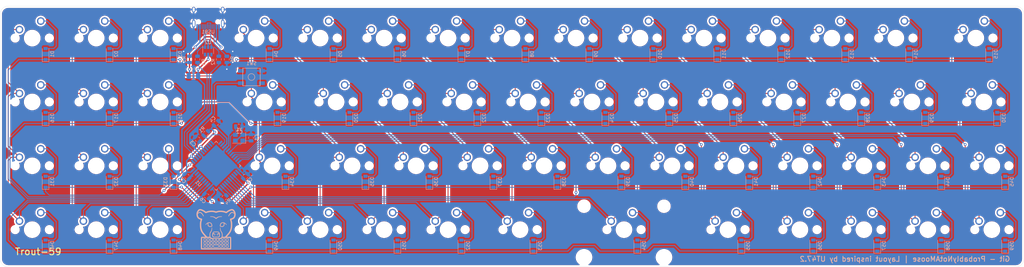
<source format=kicad_pcb>
(kicad_pcb (version 20171130) (host pcbnew "(5.1.6)-1")
  (layers (0 F.Cu signal) (31 B.Cu signal) (34 B.Paste user) (35 F.Paste user) (36 B.SilkS user) (37 F.SilkS user) (38 B.Mask user) (39 F.Mask user) (44 Edge.Cuts user))
  (net 0 "")
  (net 1 "Net-(C1-Pad2)")
  (net 2 GND)
  (net 3 "Net-(C2-Pad2)")
  (net 4 "Net-(C3-Pad1)")
  (net 5 +5V)
  (net 6 "Net-(D1-Pad2)")
  (net 7 Row0)
  (net 8 "Net-(D2-Pad2)")
  (net 9 "Net-(D3-Pad2)")
  (net 10 "Net-(D4-Pad2)")
  (net 11 "Net-(D5-Pad2)")
  (net 12 "Net-(D6-Pad2)")
  (net 13 "Net-(D7-Pad2)")
  (net 14 "Net-(D8-Pad2)")
  (net 15 "Net-(D9-Pad2)")
  (net 16 "Net-(D10-Pad2)")
  (net 17 "Net-(D11-Pad2)")
  (net 18 "Net-(D12-Pad2)")
  (net 19 "Net-(D13-Pad2)")
  (net 20 "Net-(D14-Pad2)")
  (net 21 "Net-(D15-Pad2)")
  (net 22 "Net-(D16-Pad2)")
  (net 23 Row1)
  (net 24 "Net-(D17-Pad2)")
  (net 25 "Net-(D18-Pad2)")
  (net 26 "Net-(D19-Pad2)")
  (net 27 "Net-(D20-Pad2)")
  (net 28 "Net-(D21-Pad2)")
  (net 29 "Net-(D22-Pad2)")
  (net 30 "Net-(D23-Pad2)")
  (net 31 "Net-(D24-Pad2)")
  (net 32 "Net-(D25-Pad2)")
  (net 33 "Net-(D26-Pad2)")
  (net 34 "Net-(D27-Pad2)")
  (net 35 "Net-(D28-Pad2)")
  (net 36 "Net-(D29-Pad2)")
  (net 37 "Net-(D30-Pad2)")
  (net 38 "Net-(D31-Pad2)")
  (net 39 Row2)
  (net 40 "Net-(D32-Pad2)")
  (net 41 "Net-(D33-Pad2)")
  (net 42 "Net-(D34-Pad2)")
  (net 43 "Net-(D35-Pad2)")
  (net 44 "Net-(D36-Pad2)")
  (net 45 "Net-(D37-Pad2)")
  (net 46 "Net-(D38-Pad2)")
  (net 47 "Net-(D39-Pad2)")
  (net 48 "Net-(D40-Pad2)")
  (net 49 "Net-(D41-Pad2)")
  (net 50 "Net-(D42-Pad2)")
  (net 51 "Net-(D43-Pad2)")
  (net 52 "Net-(D44-Pad2)")
  (net 53 "Net-(D45-Pad2)")
  (net 54 "Net-(D46-Pad2)")
  (net 55 Row3)
  (net 56 "Net-(D47-Pad2)")
  (net 57 "Net-(D48-Pad2)")
  (net 58 "Net-(D49-Pad2)")
  (net 59 "Net-(D50-Pad2)")
  (net 60 "Net-(D51-Pad2)")
  (net 61 "Net-(D52-Pad2)")
  (net 62 "Net-(D53-Pad2)")
  (net 63 "Net-(D54-Pad2)")
  (net 64 "Net-(D55-Pad2)")
  (net 65 "Net-(D56-Pad2)")
  (net 66 "Net-(D57-Pad2)")
  (net 67 "Net-(D58-Pad2)")
  (net 68 "Net-(D59-Pad2)")
  (net 69 VCC)
  (net 70 Col0)
  (net 71 Col1)
  (net 72 Col2)
  (net 73 Col3)
  (net 74 Col4)
  (net 75 Col5)
  (net 76 Col6)
  (net 77 Col7)
  (net 78 Col8)
  (net 79 Col9)
  (net 80 Col10)
  (net 81 Col11)
  (net 82 Col12)
  (net 83 Col13)
  (net 84 Col14)
  (net 85 "Net-(R1-Pad2)")
  (net 86 D+)
  (net 87 "Net-(R2-Pad1)")
  (net 88 D-)
  (net 89 "Net-(R3-Pad1)")
  (net 90 "Net-(R4-Pad2)")
  (net 91 "Net-(R5-Pad2)")
  (net 92 "Net-(R6-Pad2)")
  (net 93 "Net-(U1-Pad42)")
  (net 94 "Net-(U1-Pad25)")
  (net 95 "Net-(U2-Pad6)")
  (net 96 "Net-(U2-Pad4)")
  (net 97 "Net-(USB1-Pad3)")
  (net 98 "Net-(USB1-Pad9)")
  (net 99 "Net-(U1-Pad12)")
  (net 100 "Net-(U1-Pad11)")
  (net 101 "Net-(U1-Pad10)")
  (net 102 "Net-(U1-Pad9)")
  (net 103 "Net-(U1-Pad8)")
  (module Capacitor_SMD:C_0805_2012Metric (layer B.Cu) (at 93.2665 74.041 180)
    (fp_text reference C2 (at -0.157154 -1.593995) (layer B.SilkS) (effects (justify mirror)))
    (fp_text value 22pF)
    (pad 2 smd roundrect (at 0.9375 0 180) (size 0.975 1.4) (layers B.Cu B.Paste B.Mask) (net 3 "Net-(C2-Pad2)"))
    (pad 1 smd roundrect (at -0.9375 0 180) (size 0.975 1.4) (layers B.Cu B.Paste B.Mask) (net 2 GND))
  )
  (module Logo:BearBoards_Logo-Inverted_Even_Larger (layer B.Cu) (at 86.614 104.648 180)
    (fp_text reference G*** hide)
    (fp_text value LOGO hide)
  )
  (module MX_Only:MXOnly-1U-NoLED (layer F.Cu) (at 98.425 104.775)
    (fp_text reference MX49)
    (fp_text value MX-NoLED)
    (pad 2 thru_hole circle (at 2.54 -5.08) (size 2.25 2.25) (drill 1.47) (layers *.Cu B.Mask) (net 58 "Net-(D49-Pad2)"))
    (pad "" np_thru_hole circle (at 0 0) (size 3.9878 3.9878) (drill 3.9878) (layers *.Cu *.Mask))
    (pad 1 thru_hole circle (at -3.81 -2.54) (size 2.25 2.25) (drill 1.47) (layers *.Cu B.Mask) (net 73 Col3))
    (pad "" np_thru_hole circle (at -5.08 0 48.0996) (size 1.75 1.75) (drill 1.75) (layers *.Cu *.Mask))
    (pad "" np_thru_hole circle (at 5.08 0 48.0996) (size 1.75 1.75) (drill 1.75) (layers *.Cu *.Mask))
  )
  (module Package_QFP:TQFP-44_10x10mm_P0.8mm (layer B.Cu) (at 86.51875 85.725 315)
    (fp_text reference U1 (at 0 7.45 135) (layer B.SilkS) (effects (justify mirror)))
    (fp_text value ATmega32U4-AU)
    (pad 44 smd rect (at -4 5.7 225) (size 1.5 0.55) (layers B.Cu B.Paste B.Mask) (net 5 +5V))
    (pad 43 smd rect (at -3.2 5.7 225) (size 1.5 0.55) (layers B.Cu B.Paste B.Mask) (net 2 GND))
    (pad 42 smd rect (at -2.4 5.7 225) (size 1.5 0.55) (layers B.Cu B.Paste B.Mask) (net 93 "Net-(U1-Pad42)"))
    (pad 41 smd rect (at -1.6 5.7 225) (size 1.5 0.55) (layers B.Cu B.Paste B.Mask) (net 23 Row1))
    (pad 40 smd rect (at -0.8 5.7 225) (size 1.5 0.55) (layers B.Cu B.Paste B.Mask) (net 7 Row0))
    (pad 39 smd rect (at 0 5.7 225) (size 1.5 0.55) (layers B.Cu B.Paste B.Mask) (net 55 Row3))
    (pad 38 smd rect (at 0.8 5.7 225) (size 1.5 0.55) (layers B.Cu B.Paste B.Mask) (net 70 Col0))
    (pad 37 smd rect (at 1.6 5.7 225) (size 1.5 0.55) (layers B.Cu B.Paste B.Mask) (net 71 Col1))
    (pad 36 smd rect (at 2.4 5.7 225) (size 1.5 0.55) (layers B.Cu B.Paste B.Mask) (net 72 Col2))
    (pad 35 smd rect (at 3.2 5.7 225) (size 1.5 0.55) (layers B.Cu B.Paste B.Mask) (net 2 GND))
    (pad 34 smd rect (at 4 5.7 225) (size 1.5 0.55) (layers B.Cu B.Paste B.Mask) (net 5 +5V))
    (pad 33 smd rect (at 5.7 4 315) (size 1.5 0.55) (layers B.Cu B.Paste B.Mask) (net 90 "Net-(R4-Pad2)"))
    (pad 32 smd rect (at 5.7 3.2 315) (size 1.5 0.55) (layers B.Cu B.Paste B.Mask) (net 73 Col3))
    (pad 31 smd rect (at 5.7 2.4 315) (size 1.5 0.55) (layers B.Cu B.Paste B.Mask) (net 74 Col4))
    (pad 30 smd rect (at 5.7 1.6 315) (size 1.5 0.55) (layers B.Cu B.Paste B.Mask) (net 75 Col5))
    (pad 29 smd rect (at 5.7 0.8 315) (size 1.5 0.55) (layers B.Cu B.Paste B.Mask) (net 76 Col6))
    (pad 28 smd rect (at 5.7 0 315) (size 1.5 0.55) (layers B.Cu B.Paste B.Mask) (net 77 Col7))
    (pad 27 smd rect (at 5.7 -0.8 315) (size 1.5 0.55) (layers B.Cu B.Paste B.Mask) (net 79 Col9))
    (pad 26 smd rect (at 5.7 -1.6 315) (size 1.5 0.55) (layers B.Cu B.Paste B.Mask) (net 78 Col8))
    (pad 25 smd rect (at 5.7 -2.4 315) (size 1.5 0.55) (layers B.Cu B.Paste B.Mask) (net 94 "Net-(U1-Pad25)"))
    (pad 24 smd rect (at 5.7 -3.2 315) (size 1.5 0.55) (layers B.Cu B.Paste B.Mask) (net 5 +5V))
    (pad 23 smd rect (at 5.7 -4 315) (size 1.5 0.55) (layers B.Cu B.Paste B.Mask) (net 2 GND))
    (pad 22 smd rect (at 4 -5.7 225) (size 1.5 0.55) (layers B.Cu B.Paste B.Mask) (net 80 Col10))
    (pad 21 smd rect (at 3.2 -5.7 225) (size 1.5 0.55) (layers B.Cu B.Paste B.Mask) (net 81 Col11))
    (pad 20 smd rect (at 2.4 -5.7 225) (size 1.5 0.55) (layers B.Cu B.Paste B.Mask) (net 82 Col12))
    (pad 19 smd rect (at 1.6 -5.7 225) (size 1.5 0.55) (layers B.Cu B.Paste B.Mask) (net 83 Col13))
    (pad 18 smd rect (at 0.8 -5.7 225) (size 1.5 0.55) (layers B.Cu B.Paste B.Mask) (net 84 Col14))
    (pad 17 smd rect (at 0 -5.7 225) (size 1.5 0.55) (layers B.Cu B.Paste B.Mask) (net 1 "Net-(C1-Pad2)"))
    (pad 16 smd rect (at -0.8 -5.7 225) (size 1.5 0.55) (layers B.Cu B.Paste B.Mask) (net 3 "Net-(C2-Pad2)"))
    (pad 15 smd rect (at -1.6 -5.7 225) (size 1.5 0.55) (layers B.Cu B.Paste B.Mask) (net 2 GND))
    (pad 14 smd rect (at -2.4 -5.7 225) (size 1.5 0.55) (layers B.Cu B.Paste B.Mask) (net 5 +5V))
    (pad 13 smd rect (at -3.2 -5.7 225) (size 1.5 0.55) (layers B.Cu B.Paste B.Mask) (net 85 "Net-(R1-Pad2)"))
    (pad 12 smd rect (at -4 -5.7 225) (size 1.5 0.55) (layers B.Cu B.Paste B.Mask) (net 99 "Net-(U1-Pad12)"))
    (pad 11 smd rect (at -5.7 -4 315) (size 1.5 0.55) (layers B.Cu B.Paste B.Mask) (net 100 "Net-(U1-Pad11)"))
    (pad 10 smd rect (at -5.7 -3.2 315) (size 1.5 0.55) (layers B.Cu B.Paste B.Mask) (net 101 "Net-(U1-Pad10)"))
    (pad 9 smd rect (at -5.7 -2.4 315) (size 1.5 0.55) (layers B.Cu B.Paste B.Mask) (net 102 "Net-(U1-Pad9)"))
    (pad 8 smd rect (at -5.7 -1.6 315) (size 1.5 0.55) (layers B.Cu B.Paste B.Mask) (net 103 "Net-(U1-Pad8)"))
    (pad 7 smd rect (at -5.7 -0.8 315) (size 1.5 0.55) (layers B.Cu B.Paste B.Mask) (net 5 +5V))
    (pad 6 smd rect (at -5.7 0 315) (size 1.5 0.55) (layers B.Cu B.Paste B.Mask) (net 4 "Net-(C3-Pad1)"))
    (pad 5 smd rect (at -5.7 0.8 315) (size 1.5 0.55) (layers B.Cu B.Paste B.Mask) (net 2 GND))
    (pad 4 smd rect (at -5.7 1.6 315) (size 1.5 0.55) (layers B.Cu B.Paste B.Mask) (net 87 "Net-(R2-Pad1)"))
    (pad 3 smd rect (at -5.7 2.4 315) (size 1.5 0.55) (layers B.Cu B.Paste B.Mask) (net 89 "Net-(R3-Pad1)"))
    (pad 2 smd rect (at -5.7 3.2 315) (size 1.5 0.55) (layers B.Cu B.Paste B.Mask) (net 5 +5V))
    (pad 1 smd rect (at -5.7 4 315) (size 1.5 0.55) (layers B.Cu B.Paste B.Mask) (net 39 Row2))
  )
  (module MX_Only:MXOnly-1U-NoLED (layer F.Cu) (at 31.75 85.725)
    (fp_text reference MX31)
    (fp_text value MX-NoLED)
    (pad 2 thru_hole circle (at 2.54 -5.08) (size 2.25 2.25) (drill 1.47) (layers *.Cu B.Mask) (net 38 "Net-(D31-Pad2)"))
    (pad "" np_thru_hole circle (at 0 0) (size 3.9878 3.9878) (drill 3.9878) (layers *.Cu *.Mask))
    (pad 1 thru_hole circle (at -3.81 -2.54) (size 2.25 2.25) (drill 1.47) (layers *.Cu B.Mask) (net 70 Col0))
    (pad "" np_thru_hole circle (at -5.08 0 48.0996) (size 1.75 1.75) (drill 1.75) (layers *.Cu *.Mask))
    (pad "" np_thru_hole circle (at 5.08 0 48.0996) (size 1.75 1.75) (drill 1.75) (layers *.Cu *.Mask))
  )
  (module MX_Only:MXOnly-1U-NoLED (layer F.Cu) (at 98.425 47.625)
    (fp_text reference MX4)
    (fp_text value MX-NoLED)
    (pad 2 thru_hole circle (at 2.54 -5.08) (size 2.25 2.25) (drill 1.47) (layers *.Cu B.Mask) (net 10 "Net-(D4-Pad2)"))
    (pad "" np_thru_hole circle (at 0 0) (size 3.9878 3.9878) (drill 3.9878) (layers *.Cu *.Mask))
    (pad 1 thru_hole circle (at -3.81 -2.54) (size 2.25 2.25) (drill 1.47) (layers *.Cu B.Mask) (net 73 Col3))
    (pad "" np_thru_hole circle (at -5.08 0 48.0996) (size 1.75 1.75) (drill 1.75) (layers *.Cu *.Mask))
    (pad "" np_thru_hole circle (at 5.08 0 48.0996) (size 1.75 1.75) (drill 1.75) (layers *.Cu *.Mask))
  )
  (module MX_Only:MXOnly-1U-NoLED (layer F.Cu) (at 31.75 66.675)
    (fp_text reference MX16)
    (fp_text value MX-NoLED)
    (pad 2 thru_hole circle (at 2.54 -5.08) (size 2.25 2.25) (drill 1.47) (layers *.Cu B.Mask) (net 22 "Net-(D16-Pad2)"))
    (pad "" np_thru_hole circle (at 0 0) (size 3.9878 3.9878) (drill 3.9878) (layers *.Cu *.Mask))
    (pad 1 thru_hole circle (at -3.81 -2.54) (size 2.25 2.25) (drill 1.47) (layers *.Cu B.Mask) (net 70 Col0))
    (pad "" np_thru_hole circle (at -5.08 0 48.0996) (size 1.75 1.75) (drill 1.75) (layers *.Cu *.Mask))
    (pad "" np_thru_hole circle (at 5.08 0 48.0996) (size 1.75 1.75) (drill 1.75) (layers *.Cu *.Mask))
  )
  (module MX_Only:MXOnly-1.5U-NoLED (layer F.Cu) (at 312.7375 47.625)
    (fp_text reference MX15)
    (fp_text value MX-NoLED)
    (pad 2 thru_hole circle (at 2.54 -5.08) (size 2.25 2.25) (drill 1.47) (layers *.Cu B.Mask) (net 21 "Net-(D15-Pad2)"))
    (pad "" np_thru_hole circle (at 0 0) (size 3.9878 3.9878) (drill 3.9878) (layers *.Cu *.Mask))
    (pad 1 thru_hole circle (at -3.81 -2.54) (size 2.25 2.25) (drill 1.47) (layers *.Cu B.Mask) (net 84 Col14))
    (pad "" np_thru_hole circle (at -5.08 0 48.0996) (size 1.75 1.75) (drill 1.75) (layers *.Cu *.Mask))
    (pad "" np_thru_hole circle (at 5.08 0 48.0996) (size 1.75 1.75) (drill 1.75) (layers *.Cu *.Mask))
  )
  (module MX_Only:MXOnly-1U-NoLED (layer F.Cu) (at 117.475 47.625)
    (fp_text reference MX5)
    (fp_text value MX-NoLED)
    (pad 2 thru_hole circle (at 2.54 -5.08) (size 2.25 2.25) (drill 1.47) (layers *.Cu B.Mask) (net 11 "Net-(D5-Pad2)"))
    (pad "" np_thru_hole circle (at 0 0) (size 3.9878 3.9878) (drill 3.9878) (layers *.Cu *.Mask))
    (pad 1 thru_hole circle (at -3.81 -2.54) (size 2.25 2.25) (drill 1.47) (layers *.Cu B.Mask) (net 74 Col4))
    (pad "" np_thru_hole circle (at -5.08 0 48.0996) (size 1.75 1.75) (drill 1.75) (layers *.Cu *.Mask))
    (pad "" np_thru_hole circle (at 5.08 0 48.0996) (size 1.75 1.75) (drill 1.75) (layers *.Cu *.Mask))
  )
  (module MX_Only:MXOnly-1U-NoLED (layer F.Cu) (at 31.75 104.775)
    (fp_text reference MX46)
    (fp_text value MX-NoLED)
    (pad 2 thru_hole circle (at 2.54 -5.08) (size 2.25 2.25) (drill 1.47) (layers *.Cu B.Mask) (net 54 "Net-(D46-Pad2)"))
    (pad "" np_thru_hole circle (at 0 0) (size 3.9878 3.9878) (drill 3.9878) (layers *.Cu *.Mask))
    (pad 1 thru_hole circle (at -3.81 -2.54) (size 2.25 2.25) (drill 1.47) (layers *.Cu B.Mask) (net 70 Col0))
    (pad "" np_thru_hole circle (at -5.08 0 48.0996) (size 1.75 1.75) (drill 1.75) (layers *.Cu *.Mask))
    (pad "" np_thru_hole circle (at 5.08 0 48.0996) (size 1.75 1.75) (drill 1.75) (layers *.Cu *.Mask))
  )
  (module MX_Only:MXOnly-1U-NoLED (layer F.Cu) (at 50.8 104.775)
    (fp_text reference MX47)
    (fp_text value MX-NoLED)
    (pad 2 thru_hole circle (at 2.54 -5.08) (size 2.25 2.25) (drill 1.47) (layers *.Cu B.Mask) (net 56 "Net-(D47-Pad2)"))
    (pad "" np_thru_hole circle (at 0 0) (size 3.9878 3.9878) (drill 3.9878) (layers *.Cu *.Mask))
    (pad 1 thru_hole circle (at -3.81 -2.54) (size 2.25 2.25) (drill 1.47) (layers *.Cu B.Mask) (net 71 Col1))
    (pad "" np_thru_hole circle (at -5.08 0 48.0996) (size 1.75 1.75) (drill 1.75) (layers *.Cu *.Mask))
    (pad "" np_thru_hole circle (at 5.08 0 48.0996) (size 1.75 1.75) (drill 1.75) (layers *.Cu *.Mask))
  )
  (module MX_Only:MXOnly-1U-NoLED (layer F.Cu) (at 69.85 104.775)
    (fp_text reference MX48)
    (fp_text value MX-NoLED)
    (pad 2 thru_hole circle (at 2.54 -5.08) (size 2.25 2.25) (drill 1.47) (layers *.Cu B.Mask) (net 57 "Net-(D48-Pad2)"))
    (pad "" np_thru_hole circle (at 0 0) (size 3.9878 3.9878) (drill 3.9878) (layers *.Cu *.Mask))
    (pad 1 thru_hole circle (at -3.81 -2.54) (size 2.25 2.25) (drill 1.47) (layers *.Cu B.Mask) (net 72 Col2))
    (pad "" np_thru_hole circle (at -5.08 0 48.0996) (size 1.75 1.75) (drill 1.75) (layers *.Cu *.Mask))
    (pad "" np_thru_hole circle (at 5.08 0 48.0996) (size 1.75 1.75) (drill 1.75) (layers *.Cu *.Mask))
  )
  (module MX_Only:MXOnly-2U-NoLED (layer F.Cu) (at 207.9625 104.775)
    (fp_text reference MX54)
    (fp_text value MX-NoLED)
    (pad 2 thru_hole circle (at 2.54 -5.08) (size 2.25 2.25) (drill 1.47) (layers *.Cu B.Mask) (net 63 "Net-(D54-Pad2)"))
    (pad "" np_thru_hole circle (at 0 0) (size 3.9878 3.9878) (drill 3.9878) (layers *.Cu *.Mask))
    (pad 1 thru_hole circle (at -3.81 -2.54) (size 2.25 2.25) (drill 1.47) (layers *.Cu B.Mask) (net 79 Col9))
    (pad "" np_thru_hole circle (at -5.08 0 48.0996) (size 1.75 1.75) (drill 1.75) (layers *.Cu *.Mask))
    (pad "" np_thru_hole circle (at 5.08 0 48.0996) (size 1.75 1.75) (drill 1.75) (layers *.Cu *.Mask))
    (pad "" np_thru_hole circle (at -11.90625 -6.985) (size 3.048 3.048) (drill 3.048) (layers *.Cu *.Mask))
    (pad "" np_thru_hole circle (at 11.90625 -6.985) (size 3.048 3.048) (drill 3.048) (layers *.Cu *.Mask))
    (pad "" np_thru_hole circle (at -11.90625 8.255) (size 3.9878 3.9878) (drill 3.9878) (layers *.Cu *.Mask))
    (pad "" np_thru_hole circle (at 11.90625 8.255) (size 3.9878 3.9878) (drill 3.9878) (layers *.Cu *.Mask))
  )
  (module MX_Only:MXOnly-1U-NoLED (layer F.Cu) (at 50.8 85.725)
    (fp_text reference MX32)
    (fp_text value MX-NoLED)
    (pad 2 thru_hole circle (at 2.54 -5.08) (size 2.25 2.25) (drill 1.47) (layers *.Cu B.Mask) (net 40 "Net-(D32-Pad2)"))
    (pad "" np_thru_hole circle (at 0 0) (size 3.9878 3.9878) (drill 3.9878) (layers *.Cu *.Mask))
    (pad 1 thru_hole circle (at -3.81 -2.54) (size 2.25 2.25) (drill 1.47) (layers *.Cu B.Mask) (net 71 Col1))
    (pad "" np_thru_hole circle (at -5.08 0 48.0996) (size 1.75 1.75) (drill 1.75) (layers *.Cu *.Mask))
    (pad "" np_thru_hole circle (at 5.08 0 48.0996) (size 1.75 1.75) (drill 1.75) (layers *.Cu *.Mask))
  )
  (module MX_Only:MXOnly-1U-NoLED (layer F.Cu) (at 50.8 47.625)
    (fp_text reference MX2)
    (fp_text value MX-NoLED)
    (pad 2 thru_hole circle (at 2.54 -5.08) (size 2.25 2.25) (drill 1.47) (layers *.Cu B.Mask) (net 8 "Net-(D2-Pad2)"))
    (pad "" np_thru_hole circle (at 0 0) (size 3.9878 3.9878) (drill 3.9878) (layers *.Cu *.Mask))
    (pad 1 thru_hole circle (at -3.81 -2.54) (size 2.25 2.25) (drill 1.47) (layers *.Cu B.Mask) (net 71 Col1))
    (pad "" np_thru_hole circle (at -5.08 0 48.0996) (size 1.75 1.75) (drill 1.75) (layers *.Cu *.Mask))
    (pad "" np_thru_hole circle (at 5.08 0 48.0996) (size 1.75 1.75) (drill 1.75) (layers *.Cu *.Mask))
  )
  (module MX_Only:MXOnly-1U-NoLED (layer F.Cu) (at 184.15 85.725)
    (fp_text reference MX38)
    (fp_text value MX-NoLED)
    (pad 2 thru_hole circle (at 2.54 -5.08) (size 2.25 2.25) (drill 1.47) (layers *.Cu B.Mask) (net 46 "Net-(D38-Pad2)"))
    (pad "" np_thru_hole circle (at 0 0) (size 3.9878 3.9878) (drill 3.9878) (layers *.Cu *.Mask))
    (pad 1 thru_hole circle (at -3.81 -2.54) (size 2.25 2.25) (drill 1.47) (layers *.Cu B.Mask) (net 77 Col7))
    (pad "" np_thru_hole circle (at -5.08 0 48.0996) (size 1.75 1.75) (drill 1.75) (layers *.Cu *.Mask))
    (pad "" np_thru_hole circle (at 5.08 0 48.0996) (size 1.75 1.75) (drill 1.75) (layers *.Cu *.Mask))
  )
  (module MX_Only:MXOnly-1U-NoLED (layer F.Cu) (at 212.725 47.625)
    (fp_text reference MX10)
    (fp_text value MX-NoLED)
    (pad 2 thru_hole circle (at 2.54 -5.08) (size 2.25 2.25) (drill 1.47) (layers *.Cu B.Mask) (net 16 "Net-(D10-Pad2)"))
    (pad "" np_thru_hole circle (at 0 0) (size 3.9878 3.9878) (drill 3.9878) (layers *.Cu *.Mask))
    (pad 1 thru_hole circle (at -3.81 -2.54) (size 2.25 2.25) (drill 1.47) (layers *.Cu B.Mask) (net 79 Col9))
    (pad "" np_thru_hole circle (at -5.08 0 48.0996) (size 1.75 1.75) (drill 1.75) (layers *.Cu *.Mask))
    (pad "" np_thru_hole circle (at 5.08 0 48.0996) (size 1.75 1.75) (drill 1.75) (layers *.Cu *.Mask))
  )
  (module MX_Only:MXOnly-1U-NoLED (layer F.Cu) (at 174.625 47.625)
    (fp_text reference MX8)
    (fp_text value MX-NoLED)
    (pad 2 thru_hole circle (at 2.54 -5.08) (size 2.25 2.25) (drill 1.47) (layers *.Cu B.Mask) (net 14 "Net-(D8-Pad2)"))
    (pad "" np_thru_hole circle (at 0 0) (size 3.9878 3.9878) (drill 3.9878) (layers *.Cu *.Mask))
    (pad 1 thru_hole circle (at -3.81 -2.54) (size 2.25 2.25) (drill 1.47) (layers *.Cu B.Mask) (net 77 Col7))
    (pad "" np_thru_hole circle (at -5.08 0 48.0996) (size 1.75 1.75) (drill 1.75) (layers *.Cu *.Mask))
    (pad "" np_thru_hole circle (at 5.08 0 48.0996) (size 1.75 1.75) (drill 1.75) (layers *.Cu *.Mask))
  )
  (module MX_Only:MXOnly-1U-NoLED (layer F.Cu) (at 136.525 47.625)
    (fp_text reference MX6)
    (fp_text value MX-NoLED)
    (pad 2 thru_hole circle (at 2.54 -5.08) (size 2.25 2.25) (drill 1.47) (layers *.Cu B.Mask) (net 12 "Net-(D6-Pad2)"))
    (pad "" np_thru_hole circle (at 0 0) (size 3.9878 3.9878) (drill 3.9878) (layers *.Cu *.Mask))
    (pad 1 thru_hole circle (at -3.81 -2.54) (size 2.25 2.25) (drill 1.47) (layers *.Cu B.Mask) (net 75 Col5))
    (pad "" np_thru_hole circle (at -5.08 0 48.0996) (size 1.75 1.75) (drill 1.75) (layers *.Cu *.Mask))
    (pad "" np_thru_hole circle (at 5.08 0 48.0996) (size 1.75 1.75) (drill 1.75) (layers *.Cu *.Mask))
  )
  (module MX_Only:MXOnly-1.25U-NoLED (layer F.Cu) (at 100.80625 66.675)
    (fp_text reference MX19)
    (fp_text value MX-NoLED)
    (pad 2 thru_hole circle (at 2.54 -5.08) (size 2.25 2.25) (drill 1.47) (layers *.Cu B.Mask) (net 26 "Net-(D19-Pad2)"))
    (pad "" np_thru_hole circle (at 0 0) (size 3.9878 3.9878) (drill 3.9878) (layers *.Cu *.Mask))
    (pad 1 thru_hole circle (at -3.81 -2.54) (size 2.25 2.25) (drill 1.47) (layers *.Cu B.Mask) (net 73 Col3))
    (pad "" np_thru_hole circle (at -5.08 0 48.0996) (size 1.75 1.75) (drill 1.75) (layers *.Cu *.Mask))
    (pad "" np_thru_hole circle (at 5.08 0 48.0996) (size 1.75 1.75) (drill 1.75) (layers *.Cu *.Mask))
  )
  (module MX_Only:MXOnly-1U-NoLED (layer F.Cu) (at 317.5 85.725)
    (fp_text reference MX45)
    (fp_text value MX-NoLED)
    (pad 2 thru_hole circle (at 2.54 -5.08) (size 2.25 2.25) (drill 1.47) (layers *.Cu B.Mask) (net 53 "Net-(D45-Pad2)"))
    (pad "" np_thru_hole circle (at 0 0) (size 3.9878 3.9878) (drill 3.9878) (layers *.Cu *.Mask))
    (pad 1 thru_hole circle (at -3.81 -2.54) (size 2.25 2.25) (drill 1.47) (layers *.Cu B.Mask) (net 84 Col14))
    (pad "" np_thru_hole circle (at -5.08 0 48.0996) (size 1.75 1.75) (drill 1.75) (layers *.Cu *.Mask))
    (pad "" np_thru_hole circle (at 5.08 0 48.0996) (size 1.75 1.75) (drill 1.75) (layers *.Cu *.Mask))
  )
  (module MX_Only:MXOnly-1U-NoLED (layer F.Cu) (at 255.5875 66.675)
    (fp_text reference MX27)
    (fp_text value MX-NoLED)
    (pad 2 thru_hole circle (at 2.54 -5.08) (size 2.25 2.25) (drill 1.47) (layers *.Cu B.Mask) (net 34 "Net-(D27-Pad2)"))
    (pad "" np_thru_hole circle (at 0 0) (size 3.9878 3.9878) (drill 3.9878) (layers *.Cu *.Mask))
    (pad 1 thru_hole circle (at -3.81 -2.54) (size 2.25 2.25) (drill 1.47) (layers *.Cu B.Mask) (net 81 Col11))
    (pad "" np_thru_hole circle (at -5.08 0 48.0996) (size 1.75 1.75) (drill 1.75) (layers *.Cu *.Mask))
    (pad "" np_thru_hole circle (at 5.08 0 48.0996) (size 1.75 1.75) (drill 1.75) (layers *.Cu *.Mask))
  )
  (module MX_Only:MXOnly-1U-NoLED (layer F.Cu) (at 288.925 47.625)
    (fp_text reference MX14)
    (fp_text value MX-NoLED)
    (pad 2 thru_hole circle (at 2.54 -5.08) (size 2.25 2.25) (drill 1.47) (layers *.Cu B.Mask) (net 20 "Net-(D14-Pad2)"))
    (pad "" np_thru_hole circle (at 0 0) (size 3.9878 3.9878) (drill 3.9878) (layers *.Cu *.Mask))
    (pad 1 thru_hole circle (at -3.81 -2.54) (size 2.25 2.25) (drill 1.47) (layers *.Cu B.Mask) (net 83 Col13))
    (pad "" np_thru_hole circle (at -5.08 0 48.0996) (size 1.75 1.75) (drill 1.75) (layers *.Cu *.Mask))
    (pad "" np_thru_hole circle (at 5.08 0 48.0996) (size 1.75 1.75) (drill 1.75) (layers *.Cu *.Mask))
  )
  (module MX_Only:MXOnly-1U-NoLED (layer F.Cu) (at 250.825 47.625)
    (fp_text reference MX12)
    (fp_text value MX-NoLED)
    (pad 2 thru_hole circle (at 2.54 -5.08) (size 2.25 2.25) (drill 1.47) (layers *.Cu B.Mask) (net 18 "Net-(D12-Pad2)"))
    (pad "" np_thru_hole circle (at 0 0) (size 3.9878 3.9878) (drill 3.9878) (layers *.Cu *.Mask))
    (pad 1 thru_hole circle (at -3.81 -2.54) (size 2.25 2.25) (drill 1.47) (layers *.Cu B.Mask) (net 81 Col11))
    (pad "" np_thru_hole circle (at -5.08 0 48.0996) (size 1.75 1.75) (drill 1.75) (layers *.Cu *.Mask))
    (pad "" np_thru_hole circle (at 5.08 0 48.0996) (size 1.75 1.75) (drill 1.75) (layers *.Cu *.Mask))
  )
  (module MX_Only:MXOnly-1U-NoLED (layer F.Cu) (at 236.5375 66.675)
    (fp_text reference MX26)
    (fp_text value MX-NoLED)
    (pad 2 thru_hole circle (at 2.54 -5.08) (size 2.25 2.25) (drill 1.47) (layers *.Cu B.Mask) (net 33 "Net-(D26-Pad2)"))
    (pad "" np_thru_hole circle (at 0 0) (size 3.9878 3.9878) (drill 3.9878) (layers *.Cu *.Mask))
    (pad 1 thru_hole circle (at -3.81 -2.54) (size 2.25 2.25) (drill 1.47) (layers *.Cu B.Mask) (net 80 Col10))
    (pad "" np_thru_hole circle (at -5.08 0 48.0996) (size 1.75 1.75) (drill 1.75) (layers *.Cu *.Mask))
    (pad "" np_thru_hole circle (at 5.08 0 48.0996) (size 1.75 1.75) (drill 1.75) (layers *.Cu *.Mask))
  )
  (module MX_Only:MXOnly-1U-NoLED (layer F.Cu) (at 241.3 85.725)
    (fp_text reference MX41)
    (fp_text value MX-NoLED)
    (pad 2 thru_hole circle (at 2.54 -5.08) (size 2.25 2.25) (drill 1.47) (layers *.Cu B.Mask) (net 49 "Net-(D41-Pad2)"))
    (pad "" np_thru_hole circle (at 0 0) (size 3.9878 3.9878) (drill 3.9878) (layers *.Cu *.Mask))
    (pad 1 thru_hole circle (at -3.81 -2.54) (size 2.25 2.25) (drill 1.47) (layers *.Cu B.Mask) (net 80 Col10))
    (pad "" np_thru_hole circle (at -5.08 0 48.0996) (size 1.75 1.75) (drill 1.75) (layers *.Cu *.Mask))
    (pad "" np_thru_hole circle (at 5.08 0 48.0996) (size 1.75 1.75) (drill 1.75) (layers *.Cu *.Mask))
  )
  (module MX_Only:MXOnly-1U-NoLED (layer F.Cu) (at 179.3875 66.675)
    (fp_text reference MX23)
    (fp_text value MX-NoLED)
    (pad 2 thru_hole circle (at 2.54 -5.08) (size 2.25 2.25) (drill 1.47) (layers *.Cu B.Mask) (net 30 "Net-(D23-Pad2)"))
    (pad "" np_thru_hole circle (at 0 0) (size 3.9878 3.9878) (drill 3.9878) (layers *.Cu *.Mask))
    (pad 1 thru_hole circle (at -3.81 -2.54) (size 2.25 2.25) (drill 1.47) (layers *.Cu B.Mask) (net 77 Col7))
    (pad "" np_thru_hole circle (at -5.08 0 48.0996) (size 1.75 1.75) (drill 1.75) (layers *.Cu *.Mask))
    (pad "" np_thru_hole circle (at 5.08 0 48.0996) (size 1.75 1.75) (drill 1.75) (layers *.Cu *.Mask))
  )
  (module MX_Only:MXOnly-1U-NoLED (layer F.Cu) (at 160.3375 66.675)
    (fp_text reference MX22)
    (fp_text value MX-NoLED)
    (pad 2 thru_hole circle (at 2.54 -5.08) (size 2.25 2.25) (drill 1.47) (layers *.Cu B.Mask) (net 29 "Net-(D22-Pad2)"))
    (pad "" np_thru_hole circle (at 0 0) (size 3.9878 3.9878) (drill 3.9878) (layers *.Cu *.Mask))
    (pad 1 thru_hole circle (at -3.81 -2.54) (size 2.25 2.25) (drill 1.47) (layers *.Cu B.Mask) (net 76 Col6))
    (pad "" np_thru_hole circle (at -5.08 0 48.0996) (size 1.75 1.75) (drill 1.75) (layers *.Cu *.Mask))
    (pad "" np_thru_hole circle (at 5.08 0 48.0996) (size 1.75 1.75) (drill 1.75) (layers *.Cu *.Mask))
  )
  (module MX_Only:MXOnly-1U-NoLED (layer F.Cu) (at 146.05 85.725)
    (fp_text reference MX36)
    (fp_text value MX-NoLED)
    (pad 2 thru_hole circle (at 2.54 -5.08) (size 2.25 2.25) (drill 1.47) (layers *.Cu B.Mask) (net 44 "Net-(D36-Pad2)"))
    (pad "" np_thru_hole circle (at 0 0) (size 3.9878 3.9878) (drill 3.9878) (layers *.Cu *.Mask))
    (pad 1 thru_hole circle (at -3.81 -2.54) (size 2.25 2.25) (drill 1.47) (layers *.Cu B.Mask) (net 75 Col5))
    (pad "" np_thru_hole circle (at -5.08 0 48.0996) (size 1.75 1.75) (drill 1.75) (layers *.Cu *.Mask))
    (pad "" np_thru_hole circle (at 5.08 0 48.0996) (size 1.75 1.75) (drill 1.75) (layers *.Cu *.Mask))
  )
  (module MX_Only:MXOnly-1U-NoLED (layer F.Cu) (at 298.45 104.775)
    (fp_text reference MX58)
    (fp_text value MX-NoLED)
    (pad 2 thru_hole circle (at 2.54 -5.08) (size 2.25 2.25) (drill 1.47) (layers *.Cu B.Mask) (net 67 "Net-(D58-Pad2)"))
    (pad "" np_thru_hole circle (at 0 0) (size 3.9878 3.9878) (drill 3.9878) (layers *.Cu *.Mask))
    (pad 1 thru_hole circle (at -3.81 -2.54) (size 2.25 2.25) (drill 1.47) (layers *.Cu B.Mask) (net 83 Col13))
    (pad "" np_thru_hole circle (at -5.08 0 48.0996) (size 1.75 1.75) (drill 1.75) (layers *.Cu *.Mask))
    (pad "" np_thru_hole circle (at 5.08 0 48.0996) (size 1.75 1.75) (drill 1.75) (layers *.Cu *.Mask))
  )
  (module MX_Only:MXOnly-1U-NoLED (layer F.Cu) (at 260.35 104.775)
    (fp_text reference MX56)
    (fp_text value MX-NoLED)
    (pad 2 thru_hole circle (at 2.54 -5.08) (size 2.25 2.25) (drill 1.47) (layers *.Cu B.Mask) (net 65 "Net-(D56-Pad2)"))
    (pad "" np_thru_hole circle (at 0 0) (size 3.9878 3.9878) (drill 3.9878) (layers *.Cu *.Mask))
    (pad 1 thru_hole circle (at -3.81 -2.54) (size 2.25 2.25) (drill 1.47) (layers *.Cu B.Mask) (net 81 Col11))
    (pad "" np_thru_hole circle (at -5.08 0 48.0996) (size 1.75 1.75) (drill 1.75) (layers *.Cu *.Mask))
    (pad "" np_thru_hole circle (at 5.08 0 48.0996) (size 1.75 1.75) (drill 1.75) (layers *.Cu *.Mask))
  )
  (module MX_Only:MXOnly-1.25U-NoLED (layer F.Cu) (at 238.91875 104.775)
    (fp_text reference MX55)
    (fp_text value MX-NoLED)
    (pad 2 thru_hole circle (at 2.54 -5.08) (size 2.25 2.25) (drill 1.47) (layers *.Cu B.Mask) (net 64 "Net-(D55-Pad2)"))
    (pad "" np_thru_hole circle (at 0 0) (size 3.9878 3.9878) (drill 3.9878) (layers *.Cu *.Mask))
    (pad 1 thru_hole circle (at -3.81 -2.54) (size 2.25 2.25) (drill 1.47) (layers *.Cu B.Mask) (net 80 Col10))
    (pad "" np_thru_hole circle (at -5.08 0 48.0996) (size 1.75 1.75) (drill 1.75) (layers *.Cu *.Mask))
    (pad "" np_thru_hole circle (at 5.08 0 48.0996) (size 1.75 1.75) (drill 1.75) (layers *.Cu *.Mask))
  )
  (module MX_Only:MXOnly-1U-NoLED (layer F.Cu) (at 222.25 85.725)
    (fp_text reference MX40)
    (fp_text value MX-NoLED)
    (pad 2 thru_hole circle (at 2.54 -5.08) (size 2.25 2.25) (drill 1.47) (layers *.Cu B.Mask) (net 48 "Net-(D40-Pad2)"))
    (pad "" np_thru_hole circle (at 0 0) (size 3.9878 3.9878) (drill 3.9878) (layers *.Cu *.Mask))
    (pad 1 thru_hole circle (at -3.81 -2.54) (size 2.25 2.25) (drill 1.47) (layers *.Cu B.Mask) (net 79 Col9))
    (pad "" np_thru_hole circle (at -5.08 0 48.0996) (size 1.75 1.75) (drill 1.75) (layers *.Cu *.Mask))
    (pad "" np_thru_hole circle (at 5.08 0 48.0996) (size 1.75 1.75) (drill 1.75) (layers *.Cu *.Mask))
  )
  (module MX_Only:MXOnly-1U-NoLED (layer F.Cu) (at 317.5 104.775)
    (fp_text reference MX59)
    (fp_text value MX-NoLED)
    (pad 2 thru_hole circle (at 2.54 -5.08) (size 2.25 2.25) (drill 1.47) (layers *.Cu B.Mask) (net 68 "Net-(D59-Pad2)"))
    (pad "" np_thru_hole circle (at 0 0) (size 3.9878 3.9878) (drill 3.9878) (layers *.Cu *.Mask))
    (pad 1 thru_hole circle (at -3.81 -2.54) (size 2.25 2.25) (drill 1.47) (layers *.Cu B.Mask) (net 84 Col14))
    (pad "" np_thru_hole circle (at -5.08 0 48.0996) (size 1.75 1.75) (drill 1.75) (layers *.Cu *.Mask))
    (pad "" np_thru_hole circle (at 5.08 0 48.0996) (size 1.75 1.75) (drill 1.75) (layers *.Cu *.Mask))
  )
  (module MX_Only:MXOnly-1U-NoLED (layer F.Cu) (at 279.4 104.775)
    (fp_text reference MX57)
    (fp_text value MX-NoLED)
    (pad 2 thru_hole circle (at 2.54 -5.08) (size 2.25 2.25) (drill 1.47) (layers *.Cu B.Mask) (net 66 "Net-(D57-Pad2)"))
    (pad "" np_thru_hole circle (at 0 0) (size 3.9878 3.9878) (drill 3.9878) (layers *.Cu *.Mask))
    (pad 1 thru_hole circle (at -3.81 -2.54) (size 2.25 2.25) (drill 1.47) (layers *.Cu B.Mask) (net 82 Col12))
    (pad "" np_thru_hole circle (at -5.08 0 48.0996) (size 1.75 1.75) (drill 1.75) (layers *.Cu *.Mask))
    (pad "" np_thru_hole circle (at 5.08 0 48.0996) (size 1.75 1.75) (drill 1.75) (layers *.Cu *.Mask))
  )
  (module MX_Only:MXOnly-1.25U-NoLED (layer F.Cu) (at 177.00625 104.775)
    (fp_text reference MX53)
    (fp_text value MX-NoLED)
    (pad 2 thru_hole circle (at 2.54 -5.08) (size 2.25 2.25) (drill 1.47) (layers *.Cu B.Mask) (net 62 "Net-(D53-Pad2)"))
    (pad "" np_thru_hole circle (at 0 0) (size 3.9878 3.9878) (drill 3.9878) (layers *.Cu *.Mask))
    (pad 1 thru_hole circle (at -3.81 -2.54) (size 2.25 2.25) (drill 1.47) (layers *.Cu B.Mask) (net 77 Col7))
    (pad "" np_thru_hole circle (at -5.08 0 48.0996) (size 1.75 1.75) (drill 1.75) (layers *.Cu *.Mask))
    (pad "" np_thru_hole circle (at 5.08 0 48.0996) (size 1.75 1.75) (drill 1.75) (layers *.Cu *.Mask))
  )
  (module MX_Only:MXOnly-1U-NoLED (layer F.Cu) (at 155.575 104.775)
    (fp_text reference MX52)
    (fp_text value MX-NoLED)
    (pad 2 thru_hole circle (at 2.54 -5.08) (size 2.25 2.25) (drill 1.47) (layers *.Cu B.Mask) (net 61 "Net-(D52-Pad2)"))
    (pad "" np_thru_hole circle (at 0 0) (size 3.9878 3.9878) (drill 3.9878) (layers *.Cu *.Mask))
    (pad 1 thru_hole circle (at -3.81 -2.54) (size 2.25 2.25) (drill 1.47) (layers *.Cu B.Mask) (net 76 Col6))
    (pad "" np_thru_hole circle (at -5.08 0 48.0996) (size 1.75 1.75) (drill 1.75) (layers *.Cu *.Mask))
    (pad "" np_thru_hole circle (at 5.08 0 48.0996) (size 1.75 1.75) (drill 1.75) (layers *.Cu *.Mask))
  )
  (module MX_Only:MXOnly-1U-NoLED (layer F.Cu) (at 136.525 104.775)
    (fp_text reference MX51)
    (fp_text value MX-NoLED)
    (pad 2 thru_hole circle (at 2.54 -5.08) (size 2.25 2.25) (drill 1.47) (layers *.Cu B.Mask) (net 60 "Net-(D51-Pad2)"))
    (pad "" np_thru_hole circle (at 0 0) (size 3.9878 3.9878) (drill 3.9878) (layers *.Cu *.Mask))
    (pad 1 thru_hole circle (at -3.81 -2.54) (size 2.25 2.25) (drill 1.47) (layers *.Cu B.Mask) (net 75 Col5))
    (pad "" np_thru_hole circle (at -5.08 0 48.0996) (size 1.75 1.75) (drill 1.75) (layers *.Cu *.Mask))
    (pad "" np_thru_hole circle (at 5.08 0 48.0996) (size 1.75 1.75) (drill 1.75) (layers *.Cu *.Mask))
  )
  (module MX_Only:MXOnly-1U-NoLED (layer F.Cu) (at 117.475 104.775)
    (fp_text reference MX50)
    (fp_text value MX-NoLED)
    (pad 2 thru_hole circle (at 2.54 -5.08) (size 2.25 2.25) (drill 1.47) (layers *.Cu B.Mask) (net 59 "Net-(D50-Pad2)"))
    (pad "" np_thru_hole circle (at 0 0) (size 3.9878 3.9878) (drill 3.9878) (layers *.Cu *.Mask))
    (pad 1 thru_hole circle (at -3.81 -2.54) (size 2.25 2.25) (drill 1.47) (layers *.Cu B.Mask) (net 74 Col4))
    (pad "" np_thru_hole circle (at -5.08 0 48.0996) (size 1.75 1.75) (drill 1.75) (layers *.Cu *.Mask))
    (pad "" np_thru_hole circle (at 5.08 0 48.0996) (size 1.75 1.75) (drill 1.75) (layers *.Cu *.Mask))
  )
  (module MX_Only:MXOnly-1U-NoLED (layer F.Cu) (at 298.45 85.725)
    (fp_text reference MX44)
    (fp_text value MX-NoLED)
    (pad 2 thru_hole circle (at 2.54 -5.08) (size 2.25 2.25) (drill 1.47) (layers *.Cu B.Mask) (net 52 "Net-(D44-Pad2)"))
    (pad "" np_thru_hole circle (at 0 0) (size 3.9878 3.9878) (drill 3.9878) (layers *.Cu *.Mask))
    (pad 1 thru_hole circle (at -3.81 -2.54) (size 2.25 2.25) (drill 1.47) (layers *.Cu B.Mask) (net 83 Col13))
    (pad "" np_thru_hole circle (at -5.08 0 48.0996) (size 1.75 1.75) (drill 1.75) (layers *.Cu *.Mask))
    (pad "" np_thru_hole circle (at 5.08 0 48.0996) (size 1.75 1.75) (drill 1.75) (layers *.Cu *.Mask))
  )
  (module MX_Only:MXOnly-1U-NoLED (layer F.Cu) (at 279.4 85.725)
    (fp_text reference MX43)
    (fp_text value MX-NoLED)
    (pad 2 thru_hole circle (at 2.54 -5.08) (size 2.25 2.25) (drill 1.47) (layers *.Cu B.Mask) (net 51 "Net-(D43-Pad2)"))
    (pad "" np_thru_hole circle (at 0 0) (size 3.9878 3.9878) (drill 3.9878) (layers *.Cu *.Mask))
    (pad 1 thru_hole circle (at -3.81 -2.54) (size 2.25 2.25) (drill 1.47) (layers *.Cu B.Mask) (net 82 Col12))
    (pad "" np_thru_hole circle (at -5.08 0 48.0996) (size 1.75 1.75) (drill 1.75) (layers *.Cu *.Mask))
    (pad "" np_thru_hole circle (at 5.08 0 48.0996) (size 1.75 1.75) (drill 1.75) (layers *.Cu *.Mask))
  )
  (module MX_Only:MXOnly-1U-NoLED (layer F.Cu) (at 260.35 85.725)
    (fp_text reference MX42)
    (fp_text value MX-NoLED)
    (pad 2 thru_hole circle (at 2.54 -5.08) (size 2.25 2.25) (drill 1.47) (layers *.Cu B.Mask) (net 50 "Net-(D42-Pad2)"))
    (pad "" np_thru_hole circle (at 0 0) (size 3.9878 3.9878) (drill 3.9878) (layers *.Cu *.Mask))
    (pad 1 thru_hole circle (at -3.81 -2.54) (size 2.25 2.25) (drill 1.47) (layers *.Cu B.Mask) (net 81 Col11))
    (pad "" np_thru_hole circle (at -5.08 0 48.0996) (size 1.75 1.75) (drill 1.75) (layers *.Cu *.Mask))
    (pad "" np_thru_hole circle (at 5.08 0 48.0996) (size 1.75 1.75) (drill 1.75) (layers *.Cu *.Mask))
  )
  (module MX_Only:MXOnly-1U-NoLED (layer F.Cu) (at 203.2 85.725)
    (fp_text reference MX39)
    (fp_text value MX-NoLED)
    (pad 2 thru_hole circle (at 2.54 -5.08) (size 2.25 2.25) (drill 1.47) (layers *.Cu B.Mask) (net 47 "Net-(D39-Pad2)"))
    (pad "" np_thru_hole circle (at 0 0) (size 3.9878 3.9878) (drill 3.9878) (layers *.Cu *.Mask))
    (pad 1 thru_hole circle (at -3.81 -2.54) (size 2.25 2.25) (drill 1.47) (layers *.Cu B.Mask) (net 78 Col8))
    (pad "" np_thru_hole circle (at -5.08 0 48.0996) (size 1.75 1.75) (drill 1.75) (layers *.Cu *.Mask))
    (pad "" np_thru_hole circle (at 5.08 0 48.0996) (size 1.75 1.75) (drill 1.75) (layers *.Cu *.Mask))
  )
  (module MX_Only:MXOnly-1U-NoLED (layer F.Cu) (at 165.1 85.725)
    (fp_text reference MX37)
    (fp_text value MX-NoLED)
    (pad 2 thru_hole circle (at 2.54 -5.08) (size 2.25 2.25) (drill 1.47) (layers *.Cu B.Mask) (net 45 "Net-(D37-Pad2)"))
    (pad "" np_thru_hole circle (at 0 0) (size 3.9878 3.9878) (drill 3.9878) (layers *.Cu *.Mask))
    (pad 1 thru_hole circle (at -3.81 -2.54) (size 2.25 2.25) (drill 1.47) (layers *.Cu B.Mask) (net 76 Col6))
    (pad "" np_thru_hole circle (at -5.08 0 48.0996) (size 1.75 1.75) (drill 1.75) (layers *.Cu *.Mask))
    (pad "" np_thru_hole circle (at 5.08 0 48.0996) (size 1.75 1.75) (drill 1.75) (layers *.Cu *.Mask))
  )
  (module MX_Only:MXOnly-1U-NoLED (layer F.Cu) (at 127 85.725)
    (fp_text reference MX35)
    (fp_text value MX-NoLED)
    (pad 2 thru_hole circle (at 2.54 -5.08) (size 2.25 2.25) (drill 1.47) (layers *.Cu B.Mask) (net 43 "Net-(D35-Pad2)"))
    (pad "" np_thru_hole circle (at 0 0) (size 3.9878 3.9878) (drill 3.9878) (layers *.Cu *.Mask))
    (pad 1 thru_hole circle (at -3.81 -2.54) (size 2.25 2.25) (drill 1.47) (layers *.Cu B.Mask) (net 74 Col4))
    (pad "" np_thru_hole circle (at -5.08 0 48.0996) (size 1.75 1.75) (drill 1.75) (layers *.Cu *.Mask))
    (pad "" np_thru_hole circle (at 5.08 0 48.0996) (size 1.75 1.75) (drill 1.75) (layers *.Cu *.Mask))
  )
  (module MX_Only:MXOnly-1.5U-NoLED (layer F.Cu) (at 103.1875 85.725)
    (fp_text reference MX34)
    (fp_text value MX-NoLED)
    (pad 2 thru_hole circle (at 2.54 -5.08) (size 2.25 2.25) (drill 1.47) (layers *.Cu B.Mask) (net 42 "Net-(D34-Pad2)"))
    (pad "" np_thru_hole circle (at 0 0) (size 3.9878 3.9878) (drill 3.9878) (layers *.Cu *.Mask))
    (pad 1 thru_hole circle (at -3.81 -2.54) (size 2.25 2.25) (drill 1.47) (layers *.Cu B.Mask) (net 73 Col3))
    (pad "" np_thru_hole circle (at -5.08 0 48.0996) (size 1.75 1.75) (drill 1.75) (layers *.Cu *.Mask))
    (pad "" np_thru_hole circle (at 5.08 0 48.0996) (size 1.75 1.75) (drill 1.75) (layers *.Cu *.Mask))
  )
  (module MX_Only:MXOnly-1U-NoLED (layer F.Cu) (at 69.85 85.725)
    (fp_text reference MX33)
    (fp_text value MX-NoLED)
    (pad 2 thru_hole circle (at 2.54 -5.08) (size 2.25 2.25) (drill 1.47) (layers *.Cu B.Mask) (net 41 "Net-(D33-Pad2)"))
    (pad "" np_thru_hole circle (at 0 0) (size 3.9878 3.9878) (drill 3.9878) (layers *.Cu *.Mask))
    (pad 1 thru_hole circle (at -3.81 -2.54) (size 2.25 2.25) (drill 1.47) (layers *.Cu B.Mask) (net 72 Col2))
    (pad "" np_thru_hole circle (at -5.08 0 48.0996) (size 1.75 1.75) (drill 1.75) (layers *.Cu *.Mask))
    (pad "" np_thru_hole circle (at 5.08 0 48.0996) (size 1.75 1.75) (drill 1.75) (layers *.Cu *.Mask))
  )
  (module MX_Only:MXOnly-1.25U-NoLED (layer F.Cu) (at 315.11875 66.675)
    (fp_text reference MX30)
    (fp_text value MX-NoLED)
    (pad 2 thru_hole circle (at 2.54 -5.08) (size 2.25 2.25) (drill 1.47) (layers *.Cu B.Mask) (net 37 "Net-(D30-Pad2)"))
    (pad "" np_thru_hole circle (at 0 0) (size 3.9878 3.9878) (drill 3.9878) (layers *.Cu *.Mask))
    (pad 1 thru_hole circle (at -3.81 -2.54) (size 2.25 2.25) (drill 1.47) (layers *.Cu B.Mask) (net 84 Col14))
    (pad "" np_thru_hole circle (at -5.08 0 48.0996) (size 1.75 1.75) (drill 1.75) (layers *.Cu *.Mask))
    (pad "" np_thru_hole circle (at 5.08 0 48.0996) (size 1.75 1.75) (drill 1.75) (layers *.Cu *.Mask))
  )
  (module MX_Only:MXOnly-1U-NoLED (layer F.Cu) (at 293.6875 66.675)
    (fp_text reference MX29)
    (fp_text value MX-NoLED)
    (pad 2 thru_hole circle (at 2.54 -5.08) (size 2.25 2.25) (drill 1.47) (layers *.Cu B.Mask) (net 36 "Net-(D29-Pad2)"))
    (pad "" np_thru_hole circle (at 0 0) (size 3.9878 3.9878) (drill 3.9878) (layers *.Cu *.Mask))
    (pad 1 thru_hole circle (at -3.81 -2.54) (size 2.25 2.25) (drill 1.47) (layers *.Cu B.Mask) (net 83 Col13))
    (pad "" np_thru_hole circle (at -5.08 0 48.0996) (size 1.75 1.75) (drill 1.75) (layers *.Cu *.Mask))
    (pad "" np_thru_hole circle (at 5.08 0 48.0996) (size 1.75 1.75) (drill 1.75) (layers *.Cu *.Mask))
  )
  (module MX_Only:MXOnly-1U-NoLED (layer F.Cu) (at 274.6375 66.675)
    (fp_text reference MX28)
    (fp_text value MX-NoLED)
    (pad 2 thru_hole circle (at 2.54 -5.08) (size 2.25 2.25) (drill 1.47) (layers *.Cu B.Mask) (net 35 "Net-(D28-Pad2)"))
    (pad "" np_thru_hole circle (at 0 0) (size 3.9878 3.9878) (drill 3.9878) (layers *.Cu *.Mask))
    (pad 1 thru_hole circle (at -3.81 -2.54) (size 2.25 2.25) (drill 1.47) (layers *.Cu B.Mask) (net 82 Col12))
    (pad "" np_thru_hole circle (at -5.08 0 48.0996) (size 1.75 1.75) (drill 1.75) (layers *.Cu *.Mask))
    (pad "" np_thru_hole circle (at 5.08 0 48.0996) (size 1.75 1.75) (drill 1.75) (layers *.Cu *.Mask))
  )
  (module MX_Only:MXOnly-1U-NoLED (layer F.Cu) (at 217.4875 66.675)
    (fp_text reference MX25)
    (fp_text value MX-NoLED)
    (pad 2 thru_hole circle (at 2.54 -5.08) (size 2.25 2.25) (drill 1.47) (layers *.Cu B.Mask) (net 32 "Net-(D25-Pad2)"))
    (pad "" np_thru_hole circle (at 0 0) (size 3.9878 3.9878) (drill 3.9878) (layers *.Cu *.Mask))
    (pad 1 thru_hole circle (at -3.81 -2.54) (size 2.25 2.25) (drill 1.47) (layers *.Cu B.Mask) (net 79 Col9))
    (pad "" np_thru_hole circle (at -5.08 0 48.0996) (size 1.75 1.75) (drill 1.75) (layers *.Cu *.Mask))
    (pad "" np_thru_hole circle (at 5.08 0 48.0996) (size 1.75 1.75) (drill 1.75) (layers *.Cu *.Mask))
  )
  (module MX_Only:MXOnly-1U-NoLED (layer F.Cu) (at 198.4375 66.675)
    (fp_text reference MX24)
    (fp_text value MX-NoLED)
    (pad 2 thru_hole circle (at 2.54 -5.08) (size 2.25 2.25) (drill 1.47) (layers *.Cu B.Mask) (net 31 "Net-(D24-Pad2)"))
    (pad "" np_thru_hole circle (at 0 0) (size 3.9878 3.9878) (drill 3.9878) (layers *.Cu *.Mask))
    (pad 1 thru_hole circle (at -3.81 -2.54) (size 2.25 2.25) (drill 1.47) (layers *.Cu B.Mask) (net 78 Col8))
    (pad "" np_thru_hole circle (at -5.08 0 48.0996) (size 1.75 1.75) (drill 1.75) (layers *.Cu *.Mask))
    (pad "" np_thru_hole circle (at 5.08 0 48.0996) (size 1.75 1.75) (drill 1.75) (layers *.Cu *.Mask))
  )
  (module MX_Only:MXOnly-1U-NoLED (layer F.Cu) (at 141.2875 66.675)
    (fp_text reference MX21)
    (fp_text value MX-NoLED)
    (pad 2 thru_hole circle (at 2.54 -5.08) (size 2.25 2.25) (drill 1.47) (layers *.Cu B.Mask) (net 28 "Net-(D21-Pad2)"))
    (pad "" np_thru_hole circle (at 0 0) (size 3.9878 3.9878) (drill 3.9878) (layers *.Cu *.Mask))
    (pad 1 thru_hole circle (at -3.81 -2.54) (size 2.25 2.25) (drill 1.47) (layers *.Cu B.Mask) (net 75 Col5))
    (pad "" np_thru_hole circle (at -5.08 0 48.0996) (size 1.75 1.75) (drill 1.75) (layers *.Cu *.Mask))
    (pad "" np_thru_hole circle (at 5.08 0 48.0996) (size 1.75 1.75) (drill 1.75) (layers *.Cu *.Mask))
  )
  (module MX_Only:MXOnly-1U-NoLED (layer F.Cu) (at 122.2375 66.675)
    (fp_text reference MX20)
    (fp_text value MX-NoLED)
    (pad 2 thru_hole circle (at 2.54 -5.08) (size 2.25 2.25) (drill 1.47) (layers *.Cu B.Mask) (net 27 "Net-(D20-Pad2)"))
    (pad "" np_thru_hole circle (at 0 0) (size 3.9878 3.9878) (drill 3.9878) (layers *.Cu *.Mask))
    (pad 1 thru_hole circle (at -3.81 -2.54) (size 2.25 2.25) (drill 1.47) (layers *.Cu B.Mask) (net 74 Col4))
    (pad "" np_thru_hole circle (at -5.08 0 48.0996) (size 1.75 1.75) (drill 1.75) (layers *.Cu *.Mask))
    (pad "" np_thru_hole circle (at 5.08 0 48.0996) (size 1.75 1.75) (drill 1.75) (layers *.Cu *.Mask))
  )
  (module MX_Only:MXOnly-1U-NoLED (layer F.Cu) (at 69.85 66.675)
    (fp_text reference MX18)
    (fp_text value MX-NoLED)
    (pad 2 thru_hole circle (at 2.54 -5.08) (size 2.25 2.25) (drill 1.47) (layers *.Cu B.Mask) (net 25 "Net-(D18-Pad2)"))
    (pad "" np_thru_hole circle (at 0 0) (size 3.9878 3.9878) (drill 3.9878) (layers *.Cu *.Mask))
    (pad 1 thru_hole circle (at -3.81 -2.54) (size 2.25 2.25) (drill 1.47) (layers *.Cu B.Mask) (net 72 Col2))
    (pad "" np_thru_hole circle (at -5.08 0 48.0996) (size 1.75 1.75) (drill 1.75) (layers *.Cu *.Mask))
    (pad "" np_thru_hole circle (at 5.08 0 48.0996) (size 1.75 1.75) (drill 1.75) (layers *.Cu *.Mask))
  )
  (module MX_Only:MXOnly-1U-NoLED (layer F.Cu) (at 50.8 66.675)
    (fp_text reference MX17)
    (fp_text value MX-NoLED)
    (pad 2 thru_hole circle (at 2.54 -5.08) (size 2.25 2.25) (drill 1.47) (layers *.Cu B.Mask) (net 24 "Net-(D17-Pad2)"))
    (pad "" np_thru_hole circle (at 0 0) (size 3.9878 3.9878) (drill 3.9878) (layers *.Cu *.Mask))
    (pad 1 thru_hole circle (at -3.81 -2.54) (size 2.25 2.25) (drill 1.47) (layers *.Cu B.Mask) (net 71 Col1))
    (pad "" np_thru_hole circle (at -5.08 0 48.0996) (size 1.75 1.75) (drill 1.75) (layers *.Cu *.Mask))
    (pad "" np_thru_hole circle (at 5.08 0 48.0996) (size 1.75 1.75) (drill 1.75) (layers *.Cu *.Mask))
  )
  (module MX_Only:MXOnly-1U-NoLED (layer F.Cu) (at 269.875 47.625)
    (fp_text reference MX13)
    (fp_text value MX-NoLED)
    (pad 2 thru_hole circle (at 2.54 -5.08) (size 2.25 2.25) (drill 1.47) (layers *.Cu B.Mask) (net 19 "Net-(D13-Pad2)"))
    (pad "" np_thru_hole circle (at 0 0) (size 3.9878 3.9878) (drill 3.9878) (layers *.Cu *.Mask))
    (pad 1 thru_hole circle (at -3.81 -2.54) (size 2.25 2.25) (drill 1.47) (layers *.Cu B.Mask) (net 82 Col12))
    (pad "" np_thru_hole circle (at -5.08 0 48.0996) (size 1.75 1.75) (drill 1.75) (layers *.Cu *.Mask))
    (pad "" np_thru_hole circle (at 5.08 0 48.0996) (size 1.75 1.75) (drill 1.75) (layers *.Cu *.Mask))
  )
  (module MX_Only:MXOnly-1U-NoLED (layer F.Cu) (at 231.775 47.625)
    (fp_text reference MX11)
    (fp_text value MX-NoLED)
    (pad 2 thru_hole circle (at 2.54 -5.08) (size 2.25 2.25) (drill 1.47) (layers *.Cu B.Mask) (net 17 "Net-(D11-Pad2)"))
    (pad "" np_thru_hole circle (at 0 0) (size 3.9878 3.9878) (drill 3.9878) (layers *.Cu *.Mask))
    (pad 1 thru_hole circle (at -3.81 -2.54) (size 2.25 2.25) (drill 1.47) (layers *.Cu B.Mask) (net 80 Col10))
    (pad "" np_thru_hole circle (at -5.08 0 48.0996) (size 1.75 1.75) (drill 1.75) (layers *.Cu *.Mask))
    (pad "" np_thru_hole circle (at 5.08 0 48.0996) (size 1.75 1.75) (drill 1.75) (layers *.Cu *.Mask))
  )
  (module MX_Only:MXOnly-1U-NoLED (layer F.Cu) (at 193.675 47.625)
    (fp_text reference MX9)
    (fp_text value MX-NoLED)
    (pad 2 thru_hole circle (at 2.54 -5.08) (size 2.25 2.25) (drill 1.47) (layers *.Cu B.Mask) (net 15 "Net-(D9-Pad2)"))
    (pad "" np_thru_hole circle (at 0 0) (size 3.9878 3.9878) (drill 3.9878) (layers *.Cu *.Mask))
    (pad 1 thru_hole circle (at -3.81 -2.54) (size 2.25 2.25) (drill 1.47) (layers *.Cu B.Mask) (net 78 Col8))
    (pad "" np_thru_hole circle (at -5.08 0 48.0996) (size 1.75 1.75) (drill 1.75) (layers *.Cu *.Mask))
    (pad "" np_thru_hole circle (at 5.08 0 48.0996) (size 1.75 1.75) (drill 1.75) (layers *.Cu *.Mask))
  )
  (module MX_Only:MXOnly-1U-NoLED (layer F.Cu) (at 155.575 47.625)
    (fp_text reference MX7)
    (fp_text value MX-NoLED)
    (pad 2 thru_hole circle (at 2.54 -5.08) (size 2.25 2.25) (drill 1.47) (layers *.Cu B.Mask) (net 13 "Net-(D7-Pad2)"))
    (pad "" np_thru_hole circle (at 0 0) (size 3.9878 3.9878) (drill 3.9878) (layers *.Cu *.Mask))
    (pad 1 thru_hole circle (at -3.81 -2.54) (size 2.25 2.25) (drill 1.47) (layers *.Cu B.Mask) (net 76 Col6))
    (pad "" np_thru_hole circle (at -5.08 0 48.0996) (size 1.75 1.75) (drill 1.75) (layers *.Cu *.Mask))
    (pad "" np_thru_hole circle (at 5.08 0 48.0996) (size 1.75 1.75) (drill 1.75) (layers *.Cu *.Mask))
  )
  (module MX_Only:MXOnly-1U-NoLED (layer F.Cu) (at 69.85 47.625)
    (fp_text reference MX3)
    (fp_text value MX-NoLED)
    (pad 2 thru_hole circle (at 2.54 -5.08) (size 2.25 2.25) (drill 1.47) (layers *.Cu B.Mask) (net 9 "Net-(D3-Pad2)"))
    (pad "" np_thru_hole circle (at 0 0) (size 3.9878 3.9878) (drill 3.9878) (layers *.Cu *.Mask))
    (pad 1 thru_hole circle (at -3.81 -2.54) (size 2.25 2.25) (drill 1.47) (layers *.Cu B.Mask) (net 72 Col2))
    (pad "" np_thru_hole circle (at -5.08 0 48.0996) (size 1.75 1.75) (drill 1.75) (layers *.Cu *.Mask))
    (pad "" np_thru_hole circle (at 5.08 0 48.0996) (size 1.75 1.75) (drill 1.75) (layers *.Cu *.Mask))
  )
  (module MX_Only:MXOnly-1U-NoLED (layer F.Cu) (at 31.75 47.625)
    (fp_text reference MX1)
    (fp_text value MX-NoLED)
    (pad 2 thru_hole circle (at 2.54 -5.08) (size 2.25 2.25) (drill 1.47) (layers *.Cu B.Mask) (net 6 "Net-(D1-Pad2)"))
    (pad "" np_thru_hole circle (at 0 0) (size 3.9878 3.9878) (drill 3.9878) (layers *.Cu *.Mask))
    (pad 1 thru_hole circle (at -3.81 -2.54) (size 2.25 2.25) (drill 1.47) (layers *.Cu B.Mask) (net 70 Col0))
    (pad "" np_thru_hole circle (at -5.08 0 48.0996) (size 1.75 1.75) (drill 1.75) (layers *.Cu *.Mask))
    (pad "" np_thru_hole circle (at 5.08 0 48.0996) (size 1.75 1.75) (drill 1.75) (layers *.Cu *.Mask))
  )
  (module random-keyboard-parts:SKQG-1155865 (layer B.Cu) (at 97.028 59.237)
    (fp_text reference SW1 (at 0 -4.064) (layer B.SilkS) (effects (justify mirror)))
    (fp_text value SW_Push)
    (pad 4 smd rect (at -3.1 -1.85) (size 1.8 1.1) (layers B.Cu B.Paste B.Mask))
    (pad 3 smd rect (at 3.1 1.85) (size 1.8 1.1) (layers B.Cu B.Paste B.Mask))
    (pad 2 smd rect (at -3.1 1.85) (size 1.8 1.1) (layers B.Cu B.Paste B.Mask) (net 85 "Net-(R1-Pad2)"))
    (pad 1 smd rect (at 3.1 -1.85) (size 1.8 1.1) (layers B.Cu B.Paste B.Mask) (net 2 GND))
  )
  (module Type-C:HRO-TYPE-C-31-M-12 (layer B.Cu) (at 84.1375 36.5125)
    (fp_text reference USB1 (at 0 9.25) (layer B.SilkS) (effects (justify mirror)))
    (fp_text value HRO-TYPE-C-31-M-12)
    (pad 12 smd rect (at 3.225 7.695) (size 0.6 1.45) (layers B.Cu B.Paste B.Mask) (net 2 GND))
    (pad 1 smd rect (at -3.225 7.695) (size 0.6 1.45) (layers B.Cu B.Paste B.Mask) (net 2 GND))
    (pad 11 smd rect (at 2.45 7.695) (size 0.6 1.45) (layers B.Cu B.Paste B.Mask) (net 69 VCC))
    (pad 2 smd rect (at -2.45 7.695) (size 0.6 1.45) (layers B.Cu B.Paste B.Mask) (net 69 VCC))
    (pad 3 smd rect (at -1.75 7.695) (size 0.3 1.45) (layers B.Cu B.Paste B.Mask) (net 97 "Net-(USB1-Pad3)"))
    (pad 10 smd rect (at 1.75 7.695) (size 0.3 1.45) (layers B.Cu B.Paste B.Mask) (net 92 "Net-(R6-Pad2)"))
    (pad 4 smd rect (at -1.25 7.695) (size 0.3 1.45) (layers B.Cu B.Paste B.Mask) (net 91 "Net-(R5-Pad2)"))
    (pad 9 smd rect (at 1.25 7.695) (size 0.3 1.45) (layers B.Cu B.Paste B.Mask) (net 98 "Net-(USB1-Pad9)"))
    (pad 5 smd rect (at -0.75 7.695) (size 0.3 1.45) (layers B.Cu B.Paste B.Mask) (net 88 D-))
    (pad 8 smd rect (at 0.75 7.695) (size 0.3 1.45) (layers B.Cu B.Paste B.Mask) (net 86 D+))
    (pad 7 smd rect (at 0.25 7.695) (size 0.3 1.45) (layers B.Cu B.Paste B.Mask) (net 88 D-))
    (pad 6 smd rect (at -0.25 7.695) (size 0.3 1.45) (layers B.Cu B.Paste B.Mask) (net 86 D+))
    (pad "" np_thru_hole circle (at 2.89 6.25) (size 0.65 0.65) (drill 0.65) (layers *.Cu *.Mask))
    (pad "" np_thru_hole circle (at -2.89 6.25) (size 0.65 0.65) (drill 0.65) (layers *.Cu *.Mask))
    (pad 13 thru_hole oval (at -4.32 6.78) (size 1 2.1) (drill oval 0.6 1.7) (layers *.Cu F.Mask) (net 2 GND))
    (pad 13 thru_hole oval (at 4.32 6.78) (size 1 2.1) (drill oval 0.6 1.7) (layers *.Cu F.Mask) (net 2 GND))
    (pad 13 thru_hole oval (at -4.32 2.6) (size 1 1.6) (drill oval 0.6 1.2) (layers *.Cu F.Mask) (net 2 GND))
    (pad 13 thru_hole oval (at 4.32 2.6) (size 1 1.6) (drill oval 0.6 1.2) (layers *.Cu F.Mask) (net 2 GND))
  )
  (module Crystal:Crystal_SMD_3225-4Pin_3.2x2.5mm (layer B.Cu) (at 93.345 77.343 180)
    (fp_text reference Y1 (at 0 2.45) (layer B.SilkS) (effects (justify mirror)))
    (fp_text value 16MHz)
    (pad 4 smd rect (at -1.1 0.85 180) (size 1.4 1.2) (layers B.Cu B.Paste B.Mask) (net 2 GND))
    (pad 3 smd rect (at 1.1 0.85 180) (size 1.4 1.2) (layers B.Cu B.Paste B.Mask) (net 3 "Net-(C2-Pad2)"))
    (pad 2 smd rect (at 1.1 -0.85 180) (size 1.4 1.2) (layers B.Cu B.Paste B.Mask) (net 2 GND))
    (pad 1 smd rect (at -1.1 -0.85 180) (size 1.4 1.2) (layers B.Cu B.Paste B.Mask) (net 1 "Net-(C1-Pad2)"))
  )
  (module Package_TO_SOT_SMD:SOT-23-6 (layer B.Cu) (at 84.1375 51.435 270)
    (fp_text reference U2 (at -2.54 0.0635 180) (layer B.SilkS) (effects (justify mirror)))
    (fp_text value SRV05-4)
    (pad 5 smd rect (at 1.1 0 270) (size 1.06 0.65) (layers B.Cu B.Paste B.Mask) (net 5 +5V))
    (pad 6 smd rect (at 1.1 0.95 270) (size 1.06 0.65) (layers B.Cu B.Paste B.Mask) (net 95 "Net-(U2-Pad6)"))
    (pad 4 smd rect (at 1.1 -0.95 270) (size 1.06 0.65) (layers B.Cu B.Paste B.Mask) (net 96 "Net-(U2-Pad4)"))
    (pad 3 smd rect (at -1.1 -0.95 270) (size 1.06 0.65) (layers B.Cu B.Paste B.Mask) (net 86 D+))
    (pad 2 smd rect (at -1.1 0 270) (size 1.06 0.65) (layers B.Cu B.Paste B.Mask) (net 2 GND))
    (pad 1 smd rect (at -1.1 0.95 270) (size 1.06 0.65) (layers B.Cu B.Paste B.Mask) (net 88 D-))
  )
  (module Resistor_SMD:R_0805_2012Metric (layer B.Cu) (at 89.69375 53.975 90)
    (fp_text reference R6 (at 0 1.65 90) (layer B.SilkS) (effects (justify mirror)))
    (fp_text value 5.1k)
    (pad 2 smd roundrect (at 0.9375 0 90) (size 0.975 1.4) (layers B.Cu B.Paste B.Mask) (net 92 "Net-(R6-Pad2)"))
    (pad 1 smd roundrect (at -0.9375 0 90) (size 0.975 1.4) (layers B.Cu B.Paste B.Mask) (net 2 GND))
  )
  (module Resistor_SMD:R_0805_2012Metric (layer B.Cu) (at 78.58125 53.975 90)
    (fp_text reference R5 (at 0 -1.61925 270) (layer B.SilkS) (effects (justify mirror)))
    (fp_text value 5.1k)
    (pad 2 smd roundrect (at 0.9375 0 90) (size 0.975 1.4) (layers B.Cu B.Paste B.Mask) (net 91 "Net-(R5-Pad2)"))
    (pad 1 smd roundrect (at -0.9375 0 90) (size 0.975 1.4) (layers B.Cu B.Paste B.Mask) (net 2 GND))
  )
  (module Resistor_SMD:R_0805_2012Metric (layer B.Cu) (at 88.9 95.25 45)
    (fp_text reference R4 (at 0 1.65 45) (layer B.SilkS) (effects (justify mirror)))
    (fp_text value 10k)
    (pad 2 smd roundrect (at 0.9375 0 45) (size 0.975 1.4) (layers B.Cu B.Paste B.Mask) (net 90 "Net-(R4-Pad2)"))
    (pad 1 smd roundrect (at -0.9375 0 45) (size 0.975 1.4) (layers B.Cu B.Paste B.Mask) (net 2 GND))
  )
  (module Resistor_SMD:R_0805_2012Metric (layer B.Cu) (at 80.9625 53.975 90)
    (fp_text reference R3 (at -0.762 1.8415 90) (layer B.SilkS) (effects (justify mirror)))
    (fp_text value 22)
    (pad 2 smd roundrect (at 0.9375 0 90) (size 0.975 1.4) (layers B.Cu B.Paste B.Mask) (net 88 D-))
    (pad 1 smd roundrect (at -0.9375 0 90) (size 0.975 1.4) (layers B.Cu B.Paste B.Mask) (net 89 "Net-(R3-Pad1)"))
  )
  (module Resistor_SMD:R_0805_2012Metric (layer B.Cu) (at 87.3125 53.975 90)
    (fp_text reference R2 (at -0.762 -1.7145 90) (layer B.SilkS) (effects (justify mirror)))
    (fp_text value 22)
    (pad 2 smd roundrect (at 0.9375 0 90) (size 0.975 1.4) (layers B.Cu B.Paste B.Mask) (net 86 D+))
    (pad 1 smd roundrect (at -0.9375 0 90) (size 0.975 1.4) (layers B.Cu B.Paste B.Mask) (net 87 "Net-(R2-Pad1)"))
  )
  (module Resistor_SMD:R_0805_2012Metric (layer B.Cu) (at 83.466913 76.069163 225)
    (fp_text reference R1 (at 0 1.65 45) (layer B.SilkS) (effects (justify mirror)))
    (fp_text value 10k)
    (pad 1 smd roundrect (at -0.9375 0 225) (size 0.975 1.4) (layers B.Cu B.Paste B.Mask) (net 5 +5V))
    (pad 2 smd roundrect (at 0.9375 0 225) (size 0.975 1.4) (layers B.Cu B.Paste B.Mask) (net 85 "Net-(R1-Pad2)"))
  )
  (module Fuse:Fuse_1206_3216Metric (layer B.Cu) (at 79.756 58.928 180)
    (fp_text reference F1 (at 0 1.82) (layer B.SilkS) (effects (justify mirror)))
    (fp_text value 500mA)
    (pad 1 smd roundrect (at -1.4 0 180) (size 1.25 1.75) (layers B.Cu B.Paste B.Mask) (roundrect_rratio 0.2) (net 5 +5V))
    (pad 2 smd roundrect (at 1.4 0 180) (size 1.25 1.75) (layers B.Cu B.Paste B.Mask) (roundrect_rratio 0.2) (net 69 VCC))
  )
  (module Diode_SMD:D_SOD-123 (layer B.Cu) (at 321.46875 109.5375 90)
    (fp_text reference D59 (at 0 2 270) (layer B.SilkS) (effects (justify mirror)))
    (fp_text value SOD-123)
    (pad 2 smd rect (at 1.65 0 90) (size 0.9 1.2) (layers B.Cu B.Paste B.Mask) (net 68 "Net-(D59-Pad2)"))
    (pad 1 smd rect (at -1.65 0 90) (size 0.9 1.2) (layers B.Cu B.Paste B.Mask) (net 55 Row3))
  )
  (module Diode_SMD:D_SOD-123 (layer B.Cu) (at 302.41875 109.5375 90)
    (fp_text reference D58 (at 0 2 270) (layer B.SilkS) (effects (justify mirror)))
    (fp_text value SOD-123)
    (pad 2 smd rect (at 1.65 0 90) (size 0.9 1.2) (layers B.Cu B.Paste B.Mask) (net 67 "Net-(D58-Pad2)"))
    (pad 1 smd rect (at -1.65 0 90) (size 0.9 1.2) (layers B.Cu B.Paste B.Mask) (net 55 Row3))
  )
  (module Diode_SMD:D_SOD-123 (layer B.Cu) (at 283.36875 109.5375 90)
    (fp_text reference D57 (at 0 2 270) (layer B.SilkS) (effects (justify mirror)))
    (fp_text value SOD-123)
    (pad 2 smd rect (at 1.65 0 90) (size 0.9 1.2) (layers B.Cu B.Paste B.Mask) (net 66 "Net-(D57-Pad2)"))
    (pad 1 smd rect (at -1.65 0 90) (size 0.9 1.2) (layers B.Cu B.Paste B.Mask) (net 55 Row3))
  )
  (module Diode_SMD:D_SOD-123 (layer B.Cu) (at 264.31875 109.5375 90)
    (fp_text reference D56 (at 0 2 270) (layer B.SilkS) (effects (justify mirror)))
    (fp_text value SOD-123)
    (pad 2 smd rect (at 1.65 0 90) (size 0.9 1.2) (layers B.Cu B.Paste B.Mask) (net 65 "Net-(D56-Pad2)"))
    (pad 1 smd rect (at -1.65 0 90) (size 0.9 1.2) (layers B.Cu B.Paste B.Mask) (net 55 Row3))
  )
  (module Diode_SMD:D_SOD-123 (layer B.Cu) (at 242.8875 109.5375 90)
    (fp_text reference D55 (at 0 2 270) (layer B.SilkS) (effects (justify mirror)))
    (fp_text value SOD-123)
    (pad 2 smd rect (at 1.65 0 90) (size 0.9 1.2) (layers B.Cu B.Paste B.Mask) (net 64 "Net-(D55-Pad2)"))
    (pad 1 smd rect (at -1.65 0 90) (size 0.9 1.2) (layers B.Cu B.Paste B.Mask) (net 55 Row3))
  )
  (module Diode_SMD:D_SOD-123 (layer B.Cu) (at 211.93125 109.5375 90)
    (fp_text reference D54 (at 0 2 270) (layer B.SilkS) (effects (justify mirror)))
    (fp_text value SOD-123)
    (pad 2 smd rect (at 1.65 0 90) (size 0.9 1.2) (layers B.Cu B.Paste B.Mask) (net 63 "Net-(D54-Pad2)"))
    (pad 1 smd rect (at -1.65 0 90) (size 0.9 1.2) (layers B.Cu B.Paste B.Mask) (net 55 Row3))
  )
  (module Diode_SMD:D_SOD-123 (layer B.Cu) (at 180.975 109.5375 90)
    (fp_text reference D53 (at 0 2 270) (layer B.SilkS) (effects (justify mirror)))
    (fp_text value SOD-123)
    (pad 2 smd rect (at 1.65 0 90) (size 0.9 1.2) (layers B.Cu B.Paste B.Mask) (net 62 "Net-(D53-Pad2)"))
    (pad 1 smd rect (at -1.65 0 90) (size 0.9 1.2) (layers B.Cu B.Paste B.Mask) (net 55 Row3))
  )
  (module Diode_SMD:D_SOD-123 (layer B.Cu) (at 159.54375 109.5375 90)
    (fp_text reference D52 (at 0 2 270) (layer B.SilkS) (effects (justify mirror)))
    (fp_text value SOD-123)
    (pad 2 smd rect (at 1.65 0 90) (size 0.9 1.2) (layers B.Cu B.Paste B.Mask) (net 61 "Net-(D52-Pad2)"))
    (pad 1 smd rect (at -1.65 0 90) (size 0.9 1.2) (layers B.Cu B.Paste B.Mask) (net 55 Row3))
  )
  (module Diode_SMD:D_SOD-123 (layer B.Cu) (at 140.49375 109.5375 90)
    (fp_text reference D51 (at 0 2 270) (layer B.SilkS) (effects (justify mirror)))
    (fp_text value SOD-123)
    (pad 2 smd rect (at 1.65 0 90) (size 0.9 1.2) (layers B.Cu B.Paste B.Mask) (net 60 "Net-(D51-Pad2)"))
    (pad 1 smd rect (at -1.65 0 90) (size 0.9 1.2) (layers B.Cu B.Paste B.Mask) (net 55 Row3))
  )
  (module Diode_SMD:D_SOD-123 (layer B.Cu) (at 121.44375 109.5375 90)
    (fp_text reference D50 (at 0 2 270) (layer B.SilkS) (effects (justify mirror)))
    (fp_text value SOD-123)
    (pad 2 smd rect (at 1.65 0 90) (size 0.9 1.2) (layers B.Cu B.Paste B.Mask) (net 59 "Net-(D50-Pad2)"))
    (pad 1 smd rect (at -1.65 0 90) (size 0.9 1.2) (layers B.Cu B.Paste B.Mask) (net 55 Row3))
  )
  (module Diode_SMD:D_SOD-123 (layer B.Cu) (at 102.39375 109.5375 90)
    (fp_text reference D49 (at 0 2 270) (layer B.SilkS) (effects (justify mirror)))
    (fp_text value SOD-123)
    (pad 2 smd rect (at 1.65 0 90) (size 0.9 1.2) (layers B.Cu B.Paste B.Mask) (net 58 "Net-(D49-Pad2)"))
    (pad 1 smd rect (at -1.65 0 90) (size 0.9 1.2) (layers B.Cu B.Paste B.Mask) (net 55 Row3))
  )
  (module Diode_SMD:D_SOD-123 (layer B.Cu) (at 73.81875 109.5375 90)
    (fp_text reference D48 (at 0 2 270) (layer B.SilkS) (effects (justify mirror)))
    (fp_text value SOD-123)
    (pad 2 smd rect (at 1.65 0 90) (size 0.9 1.2) (layers B.Cu B.Paste B.Mask) (net 57 "Net-(D48-Pad2)"))
    (pad 1 smd rect (at -1.65 0 90) (size 0.9 1.2) (layers B.Cu B.Paste B.Mask) (net 55 Row3))
  )
  (module Diode_SMD:D_SOD-123 (layer B.Cu) (at 54.76875 109.5375 90)
    (fp_text reference D47 (at 0 2 270) (layer B.SilkS) (effects (justify mirror)))
    (fp_text value SOD-123)
    (pad 2 smd rect (at 1.65 0 90) (size 0.9 1.2) (layers B.Cu B.Paste B.Mask) (net 56 "Net-(D47-Pad2)"))
    (pad 1 smd rect (at -1.65 0 90) (size 0.9 1.2) (layers B.Cu B.Paste B.Mask) (net 55 Row3))
  )
  (module Diode_SMD:D_SOD-123 (layer B.Cu) (at 35.71875 109.5375 90)
    (fp_text reference D46 (at 0 2 270) (layer B.SilkS) (effects (justify mirror)))
    (fp_text value SOD-123)
    (pad 2 smd rect (at 1.65 0 90) (size 0.9 1.2) (layers B.Cu B.Paste B.Mask) (net 54 "Net-(D46-Pad2)"))
    (pad 1 smd rect (at -1.65 0 90) (size 0.9 1.2) (layers B.Cu B.Paste B.Mask) (net 55 Row3))
  )
  (module Diode_SMD:D_SOD-123 (layer B.Cu) (at 321.46875 90.4875 90)
    (fp_text reference D45 (at 0 2 270) (layer B.SilkS) (effects (justify mirror)))
    (fp_text value SOD-123)
    (pad 2 smd rect (at 1.65 0 90) (size 0.9 1.2) (layers B.Cu B.Paste B.Mask) (net 53 "Net-(D45-Pad2)"))
    (pad 1 smd rect (at -1.65 0 90) (size 0.9 1.2) (layers B.Cu B.Paste B.Mask) (net 39 Row2))
  )
  (module Diode_SMD:D_SOD-123 (layer B.Cu) (at 302.41875 90.4875 90)
    (fp_text reference D44 (at 0 2 270) (layer B.SilkS) (effects (justify mirror)))
    (fp_text value SOD-123)
    (pad 2 smd rect (at 1.65 0 90) (size 0.9 1.2) (layers B.Cu B.Paste B.Mask) (net 52 "Net-(D44-Pad2)"))
    (pad 1 smd rect (at -1.65 0 90) (size 0.9 1.2) (layers B.Cu B.Paste B.Mask) (net 39 Row2))
  )
  (module Diode_SMD:D_SOD-123 (layer B.Cu) (at 283.36875 90.4875 90)
    (fp_text reference D43 (at 0 2 270) (layer B.SilkS) (effects (justify mirror)))
    (fp_text value SOD-123)
    (pad 2 smd rect (at 1.65 0 90) (size 0.9 1.2) (layers B.Cu B.Paste B.Mask) (net 51 "Net-(D43-Pad2)"))
    (pad 1 smd rect (at -1.65 0 90) (size 0.9 1.2) (layers B.Cu B.Paste B.Mask) (net 39 Row2))
  )
  (module Diode_SMD:D_SOD-123 (layer B.Cu) (at 264.31875 90.4875 90)
    (fp_text reference D42 (at 0 2 270) (layer B.SilkS) (effects (justify mirror)))
    (fp_text value SOD-123)
    (pad 2 smd rect (at 1.65 0 90) (size 0.9 1.2) (layers B.Cu B.Paste B.Mask) (net 50 "Net-(D42-Pad2)"))
    (pad 1 smd rect (at -1.65 0 90) (size 0.9 1.2) (layers B.Cu B.Paste B.Mask) (net 39 Row2))
  )
  (module Diode_SMD:D_SOD-123 (layer B.Cu) (at 245.26875 90.4875 90)
    (fp_text reference D41 (at 0 2 270) (layer B.SilkS) (effects (justify mirror)))
    (fp_text value SOD-123)
    (pad 2 smd rect (at 1.65 0 90) (size 0.9 1.2) (layers B.Cu B.Paste B.Mask) (net 49 "Net-(D41-Pad2)"))
    (pad 1 smd rect (at -1.65 0 90) (size 0.9 1.2) (layers B.Cu B.Paste B.Mask) (net 39 Row2))
  )
  (module Diode_SMD:D_SOD-123 (layer B.Cu) (at 226.21875 90.4875 90)
    (fp_text reference D40 (at 0 2 270) (layer B.SilkS) (effects (justify mirror)))
    (fp_text value SOD-123)
    (pad 2 smd rect (at 1.65 0 90) (size 0.9 1.2) (layers B.Cu B.Paste B.Mask) (net 48 "Net-(D40-Pad2)"))
    (pad 1 smd rect (at -1.65 0 90) (size 0.9 1.2) (layers B.Cu B.Paste B.Mask) (net 39 Row2))
  )
  (module Diode_SMD:D_SOD-123 (layer B.Cu) (at 207.16875 90.4875 90)
    (fp_text reference D39 (at 0 2 270) (layer B.SilkS) (effects (justify mirror)))
    (fp_text value SOD-123)
    (pad 2 smd rect (at 1.65 0 90) (size 0.9 1.2) (layers B.Cu B.Paste B.Mask) (net 47 "Net-(D39-Pad2)"))
    (pad 1 smd rect (at -1.65 0 90) (size 0.9 1.2) (layers B.Cu B.Paste B.Mask) (net 39 Row2))
  )
  (module Diode_SMD:D_SOD-123 (layer B.Cu) (at 188.11875 90.4875 90)
    (fp_text reference D38 (at 0 2 270) (layer B.SilkS) (effects (justify mirror)))
    (fp_text value SOD-123)
    (pad 2 smd rect (at 1.65 0 90) (size 0.9 1.2) (layers B.Cu B.Paste B.Mask) (net 46 "Net-(D38-Pad2)"))
    (pad 1 smd rect (at -1.65 0 90) (size 0.9 1.2) (layers B.Cu B.Paste B.Mask) (net 39 Row2))
  )
  (module Diode_SMD:D_SOD-123 (layer B.Cu) (at 169.06875 90.4875 90)
    (fp_text reference D37 (at 0 2 270) (layer B.SilkS) (effects (justify mirror)))
    (fp_text value SOD-123)
    (pad 2 smd rect (at 1.65 0 90) (size 0.9 1.2) (layers B.Cu B.Paste B.Mask) (net 45 "Net-(D37-Pad2)"))
    (pad 1 smd rect (at -1.65 0 90) (size 0.9 1.2) (layers B.Cu B.Paste B.Mask) (net 39 Row2))
  )
  (module Diode_SMD:D_SOD-123 (layer B.Cu) (at 150.01875 90.4875 90)
    (fp_text reference D36 (at 0 2 270) (layer B.SilkS) (effects (justify mirror)))
    (fp_text value SOD-123)
    (pad 2 smd rect (at 1.65 0 90) (size 0.9 1.2) (layers B.Cu B.Paste B.Mask) (net 44 "Net-(D36-Pad2)"))
    (pad 1 smd rect (at -1.65 0 90) (size 0.9 1.2) (layers B.Cu B.Paste B.Mask) (net 39 Row2))
  )
  (module Diode_SMD:D_SOD-123 (layer B.Cu) (at 130.96875 90.4875 90)
    (fp_text reference D35 (at 0 2 270) (layer B.SilkS) (effects (justify mirror)))
    (fp_text value SOD-123)
    (pad 2 smd rect (at 1.65 0 90) (size 0.9 1.2) (layers B.Cu B.Paste B.Mask) (net 43 "Net-(D35-Pad2)"))
    (pad 1 smd rect (at -1.65 0 90) (size 0.9 1.2) (layers B.Cu B.Paste B.Mask) (net 39 Row2))
  )
  (module Diode_SMD:D_SOD-123 (layer B.Cu) (at 107.15625 90.4875 90)
    (fp_text reference D34 (at 0 2 270) (layer B.SilkS) (effects (justify mirror)))
    (fp_text value SOD-123)
    (pad 2 smd rect (at 1.65 0 90) (size 0.9 1.2) (layers B.Cu B.Paste B.Mask) (net 42 "Net-(D34-Pad2)"))
    (pad 1 smd rect (at -1.65 0 90) (size 0.9 1.2) (layers B.Cu B.Paste B.Mask) (net 39 Row2))
  )
  (module Diode_SMD:D_SOD-123 (layer B.Cu) (at 73.81875 90.4875 90)
    (fp_text reference D33 (at 0 -2.38125 270) (layer B.SilkS) (effects (justify mirror)))
    (fp_text value SOD-123)
    (pad 2 smd rect (at 1.65 0 90) (size 0.9 1.2) (layers B.Cu B.Paste B.Mask) (net 41 "Net-(D33-Pad2)"))
    (pad 1 smd rect (at -1.65 0 90) (size 0.9 1.2) (layers B.Cu B.Paste B.Mask) (net 39 Row2))
  )
  (module Diode_SMD:D_SOD-123 (layer B.Cu) (at 54.76875 90.4875 90)
    (fp_text reference D32 (at 0 2 -90) (layer B.SilkS) (effects (justify mirror)))
    (fp_text value SOD-123)
    (pad 2 smd rect (at 1.65 0 90) (size 0.9 1.2) (layers B.Cu B.Paste B.Mask) (net 40 "Net-(D32-Pad2)"))
    (pad 1 smd rect (at -1.65 0 90) (size 0.9 1.2) (layers B.Cu B.Paste B.Mask) (net 39 Row2))
  )
  (module Diode_SMD:D_SOD-123 (layer B.Cu) (at 35.71875 90.4875 90)
    (fp_text reference D31 (at 0 2 270) (layer B.SilkS) (effects (justify mirror)))
    (fp_text value SOD-123)
    (pad 2 smd rect (at 1.65 0 90) (size 0.9 1.2) (layers B.Cu B.Paste B.Mask) (net 38 "Net-(D31-Pad2)"))
    (pad 1 smd rect (at -1.65 0 90) (size 0.9 1.2) (layers B.Cu B.Paste B.Mask) (net 39 Row2))
  )
  (module Diode_SMD:D_SOD-123 (layer B.Cu) (at 319.0875 71.4375 90)
    (fp_text reference D30 (at 0 2 270) (layer B.SilkS) (effects (justify mirror)))
    (fp_text value SOD-123)
    (pad 2 smd rect (at 1.65 0 90) (size 0.9 1.2) (layers B.Cu B.Paste B.Mask) (net 37 "Net-(D30-Pad2)"))
    (pad 1 smd rect (at -1.65 0 90) (size 0.9 1.2) (layers B.Cu B.Paste B.Mask) (net 23 Row1))
  )
  (module Diode_SMD:D_SOD-123 (layer B.Cu) (at 297.65625 71.4375 90)
    (fp_text reference D29 (at 0 2 270) (layer B.SilkS) (effects (justify mirror)))
    (fp_text value SOD-123)
    (pad 2 smd rect (at 1.65 0 90) (size 0.9 1.2) (layers B.Cu B.Paste B.Mask) (net 36 "Net-(D29-Pad2)"))
    (pad 1 smd rect (at -1.65 0 90) (size 0.9 1.2) (layers B.Cu B.Paste B.Mask) (net 23 Row1))
  )
  (module Diode_SMD:D_SOD-123 (layer B.Cu) (at 278.60625 71.4375 90)
    (fp_text reference D28 (at 0 2 270) (layer B.SilkS) (effects (justify mirror)))
    (fp_text value SOD-123)
    (pad 2 smd rect (at 1.65 0 90) (size 0.9 1.2) (layers B.Cu B.Paste B.Mask) (net 35 "Net-(D28-Pad2)"))
    (pad 1 smd rect (at -1.65 0 90) (size 0.9 1.2) (layers B.Cu B.Paste B.Mask) (net 23 Row1))
  )
  (module Diode_SMD:D_SOD-123 (layer B.Cu) (at 259.55625 71.4375 90)
    (fp_text reference D27 (at 0 2 270) (layer B.SilkS) (effects (justify mirror)))
    (fp_text value SOD-123)
    (pad 2 smd rect (at 1.65 0 90) (size 0.9 1.2) (layers B.Cu B.Paste B.Mask) (net 34 "Net-(D27-Pad2)"))
    (pad 1 smd rect (at -1.65 0 90) (size 0.9 1.2) (layers B.Cu B.Paste B.Mask) (net 23 Row1))
  )
  (module Diode_SMD:D_SOD-123 (layer B.Cu) (at 240.50625 71.4375 90)
    (fp_text reference D26 (at 0 2 270) (layer B.SilkS) (effects (justify mirror)))
    (fp_text value SOD-123)
    (pad 2 smd rect (at 1.65 0 90) (size 0.9 1.2) (layers B.Cu B.Paste B.Mask) (net 33 "Net-(D26-Pad2)"))
    (pad 1 smd rect (at -1.65 0 90) (size 0.9 1.2) (layers B.Cu B.Paste B.Mask) (net 23 Row1))
  )
  (module Diode_SMD:D_SOD-123 (layer B.Cu) (at 221.45625 71.4375 90)
    (fp_text reference D25 (at 0 2 270) (layer B.SilkS) (effects (justify mirror)))
    (fp_text value SOD-123)
    (pad 2 smd rect (at 1.65 0 90) (size 0.9 1.2) (layers B.Cu B.Paste B.Mask) (net 32 "Net-(D25-Pad2)"))
    (pad 1 smd rect (at -1.65 0 90) (size 0.9 1.2) (layers B.Cu B.Paste B.Mask) (net 23 Row1))
  )
  (module Diode_SMD:D_SOD-123 (layer B.Cu) (at 202.40625 71.4375 90)
    (fp_text reference D24 (at 0 2 270) (layer B.SilkS) (effects (justify mirror)))
    (fp_text value SOD-123)
    (pad 2 smd rect (at 1.65 0 90) (size 0.9 1.2) (layers B.Cu B.Paste B.Mask) (net 31 "Net-(D24-Pad2)"))
    (pad 1 smd rect (at -1.65 0 90) (size 0.9 1.2) (layers B.Cu B.Paste B.Mask) (net 23 Row1))
  )
  (module Diode_SMD:D_SOD-123 (layer B.Cu) (at 183.35625 71.4375 90)
    (fp_text reference D23 (at 0 2 270) (layer B.SilkS) (effects (justify mirror)))
    (fp_text value SOD-123)
    (pad 2 smd rect (at 1.65 0 90) (size 0.9 1.2) (layers B.Cu B.Paste B.Mask) (net 30 "Net-(D23-Pad2)"))
    (pad 1 smd rect (at -1.65 0 90) (size 0.9 1.2) (layers B.Cu B.Paste B.Mask) (net 23 Row1))
  )
  (module Diode_SMD:D_SOD-123 (layer B.Cu) (at 164.30625 71.4375 90)
    (fp_text reference D22 (at 0 2 270) (layer B.SilkS) (effects (justify mirror)))
    (fp_text value SOD-123)
    (pad 2 smd rect (at 1.65 0 90) (size 0.9 1.2) (layers B.Cu B.Paste B.Mask) (net 29 "Net-(D22-Pad2)"))
    (pad 1 smd rect (at -1.65 0 90) (size 0.9 1.2) (layers B.Cu B.Paste B.Mask) (net 23 Row1))
  )
  (module Diode_SMD:D_SOD-123 (layer B.Cu) (at 145.25625 71.4375 90)
    (fp_text reference D21 (at 0 2 270) (layer B.SilkS) (effects (justify mirror)))
    (fp_text value SOD-123)
    (pad 2 smd rect (at 1.65 0 90) (size 0.9 1.2) (layers B.Cu B.Paste B.Mask) (net 28 "Net-(D21-Pad2)"))
    (pad 1 smd rect (at -1.65 0 90) (size 0.9 1.2) (layers B.Cu B.Paste B.Mask) (net 23 Row1))
  )
  (module Diode_SMD:D_SOD-123 (layer B.Cu) (at 126.20625 71.4375 90)
    (fp_text reference D20 (at 0 2 270) (layer B.SilkS) (effects (justify mirror)))
    (fp_text value SOD-123)
    (pad 2 smd rect (at 1.65 0 90) (size 0.9 1.2) (layers B.Cu B.Paste B.Mask) (net 27 "Net-(D20-Pad2)"))
    (pad 1 smd rect (at -1.65 0 90) (size 0.9 1.2) (layers B.Cu B.Paste B.Mask) (net 23 Row1))
  )
  (module Diode_SMD:D_SOD-123 (layer B.Cu) (at 104.775 71.4375 90)
    (fp_text reference D19 (at 0 2 270) (layer B.SilkS) (effects (justify mirror)))
    (fp_text value SOD-123)
    (pad 2 smd rect (at 1.65 0 90) (size 0.9 1.2) (layers B.Cu B.Paste B.Mask) (net 26 "Net-(D19-Pad2)"))
    (pad 1 smd rect (at -1.65 0 90) (size 0.9 1.2) (layers B.Cu B.Paste B.Mask) (net 23 Row1))
  )
  (module Diode_SMD:D_SOD-123 (layer B.Cu) (at 73.81875 71.4375 90)
    (fp_text reference D18 (at 0 2 270) (layer B.SilkS) (effects (justify mirror)))
    (fp_text value SOD-123)
    (pad 2 smd rect (at 1.65 0 90) (size 0.9 1.2) (layers B.Cu B.Paste B.Mask) (net 25 "Net-(D18-Pad2)"))
    (pad 1 smd rect (at -1.65 0 90) (size 0.9 1.2) (layers B.Cu B.Paste B.Mask) (net 23 Row1))
  )
  (module Diode_SMD:D_SOD-123 (layer B.Cu) (at 54.76875 71.4375 90)
    (fp_text reference D17 (at 0 2 270) (layer B.SilkS) (effects (justify mirror)))
    (fp_text value SOD-123)
    (pad 2 smd rect (at 1.65 0 90) (size 0.9 1.2) (layers B.Cu B.Paste B.Mask) (net 24 "Net-(D17-Pad2)"))
    (pad 1 smd rect (at -1.65 0 90) (size 0.9 1.2) (layers B.Cu B.Paste B.Mask) (net 23 Row1))
  )
  (module Diode_SMD:D_SOD-123 (layer B.Cu) (at 35.71875 71.4375 90)
    (fp_text reference D16 (at 0 2 270) (layer B.SilkS) (effects (justify mirror)))
    (fp_text value SOD-123)
    (pad 2 smd rect (at 1.65 0 90) (size 0.9 1.2) (layers B.Cu B.Paste B.Mask) (net 22 "Net-(D16-Pad2)"))
    (pad 1 smd rect (at -1.65 0 90) (size 0.9 1.2) (layers B.Cu B.Paste B.Mask) (net 23 Row1))
  )
  (module Diode_SMD:D_SOD-123 (layer B.Cu) (at 316.70625 52.3875 90)
    (fp_text reference D15 (at 0 2 270) (layer B.SilkS) (effects (justify mirror)))
    (fp_text value SOD-123)
    (pad 2 smd rect (at 1.65 0 90) (size 0.9 1.2) (layers B.Cu B.Paste B.Mask) (net 21 "Net-(D15-Pad2)"))
    (pad 1 smd rect (at -1.65 0 90) (size 0.9 1.2) (layers B.Cu B.Paste B.Mask) (net 7 Row0))
  )
  (module Diode_SMD:D_SOD-123 (layer B.Cu) (at 292.89375 52.3875 90)
    (fp_text reference D14 (at 0 2 270) (layer B.SilkS) (effects (justify mirror)))
    (fp_text value SOD-123)
    (pad 2 smd rect (at 1.65 0 90) (size 0.9 1.2) (layers B.Cu B.Paste B.Mask) (net 20 "Net-(D14-Pad2)"))
    (pad 1 smd rect (at -1.65 0 90) (size 0.9 1.2) (layers B.Cu B.Paste B.Mask) (net 7 Row0))
  )
  (module Diode_SMD:D_SOD-123 (layer B.Cu) (at 273.84375 52.3875 90)
    (fp_text reference D13 (at 0 2 270) (layer B.SilkS) (effects (justify mirror)))
    (fp_text value SOD-123)
    (pad 2 smd rect (at 1.65 0 90) (size 0.9 1.2) (layers B.Cu B.Paste B.Mask) (net 19 "Net-(D13-Pad2)"))
    (pad 1 smd rect (at -1.65 0 90) (size 0.9 1.2) (layers B.Cu B.Paste B.Mask) (net 7 Row0))
  )
  (module Diode_SMD:D_SOD-123 (layer B.Cu) (at 254.79375 52.3875 90)
    (fp_text reference D12 (at 0 2 270) (layer B.SilkS) (effects (justify mirror)))
    (fp_text value SOD-123)
    (pad 2 smd rect (at 1.65 0 90) (size 0.9 1.2) (layers B.Cu B.Paste B.Mask) (net 18 "Net-(D12-Pad2)"))
    (pad 1 smd rect (at -1.65 0 90) (size 0.9 1.2) (layers B.Cu B.Paste B.Mask) (net 7 Row0))
  )
  (module Diode_SMD:D_SOD-123 (layer B.Cu) (at 235.74375 52.3875 90)
    (fp_text reference D11 (at 0 2 270) (layer B.SilkS) (effects (justify mirror)))
    (fp_text value SOD-123)
    (pad 2 smd rect (at 1.65 0 90) (size 0.9 1.2) (layers B.Cu B.Paste B.Mask) (net 17 "Net-(D11-Pad2)"))
    (pad 1 smd rect (at -1.65 0 90) (size 0.9 1.2) (layers B.Cu B.Paste B.Mask) (net 7 Row0))
  )
  (module Diode_SMD:D_SOD-123 (layer B.Cu) (at 216.69375 52.3875 90)
    (fp_text reference D10 (at 0 2 270) (layer B.SilkS) (effects (justify mirror)))
    (fp_text value SOD-123)
    (pad 2 smd rect (at 1.65 0 90) (size 0.9 1.2) (layers B.Cu B.Paste B.Mask) (net 16 "Net-(D10-Pad2)"))
    (pad 1 smd rect (at -1.65 0 90) (size 0.9 1.2) (layers B.Cu B.Paste B.Mask) (net 7 Row0))
  )
  (module Diode_SMD:D_SOD-123 (layer B.Cu) (at 197.64375 52.3875 90)
    (fp_text reference D9 (at 0 2 270) (layer B.SilkS) (effects (justify mirror)))
    (fp_text value SOD-123)
    (pad 2 smd rect (at 1.65 0 90) (size 0.9 1.2) (layers B.Cu B.Paste B.Mask) (net 15 "Net-(D9-Pad2)"))
    (pad 1 smd rect (at -1.65 0 90) (size 0.9 1.2) (layers B.Cu B.Paste B.Mask) (net 7 Row0))
  )
  (module Diode_SMD:D_SOD-123 (layer B.Cu) (at 178.59375 52.3875 90)
    (fp_text reference D8 (at 0 2 270) (layer B.SilkS) (effects (justify mirror)))
    (fp_text value SOD-123)
    (pad 2 smd rect (at 1.65 0 90) (size 0.9 1.2) (layers B.Cu B.Paste B.Mask) (net 14 "Net-(D8-Pad2)"))
    (pad 1 smd rect (at -1.65 0 90) (size 0.9 1.2) (layers B.Cu B.Paste B.Mask) (net 7 Row0))
  )
  (module Diode_SMD:D_SOD-123 (layer B.Cu) (at 159.54375 52.3875 90)
    (fp_text reference D7 (at 0 2 270) (layer B.SilkS) (effects (justify mirror)))
    (fp_text value SOD-123)
    (pad 2 smd rect (at 1.65 0 90) (size 0.9 1.2) (layers B.Cu B.Paste B.Mask) (net 13 "Net-(D7-Pad2)"))
    (pad 1 smd rect (at -1.65 0 90) (size 0.9 1.2) (layers B.Cu B.Paste B.Mask) (net 7 Row0))
  )
  (module Diode_SMD:D_SOD-123 (layer B.Cu) (at 140.49375 52.3875 90)
    (fp_text reference D6 (at 0 2 270) (layer B.SilkS) (effects (justify mirror)))
    (fp_text value SOD-123)
    (pad 2 smd rect (at 1.65 0 90) (size 0.9 1.2) (layers B.Cu B.Paste B.Mask) (net 12 "Net-(D6-Pad2)"))
    (pad 1 smd rect (at -1.65 0 90) (size 0.9 1.2) (layers B.Cu B.Paste B.Mask) (net 7 Row0))
  )
  (module Diode_SMD:D_SOD-123 (layer B.Cu) (at 121.44375 52.3875 90)
    (fp_text reference D5 (at 0 2 270) (layer B.SilkS) (effects (justify mirror)))
    (fp_text value SOD-123)
    (pad 2 smd rect (at 1.65 0 90) (size 0.9 1.2) (layers B.Cu B.Paste B.Mask) (net 11 "Net-(D5-Pad2)"))
    (pad 1 smd rect (at -1.65 0 90) (size 0.9 1.2) (layers B.Cu B.Paste B.Mask) (net 7 Row0))
  )
  (module Diode_SMD:D_SOD-123 (layer B.Cu) (at 102.39375 52.3875 90)
    (fp_text reference D4 (at 0 2 270) (layer B.SilkS) (effects (justify mirror)))
    (fp_text value SOD-123)
    (pad 2 smd rect (at 1.65 0 90) (size 0.9 1.2) (layers B.Cu B.Paste B.Mask) (net 10 "Net-(D4-Pad2)"))
    (pad 1 smd rect (at -1.65 0 90) (size 0.9 1.2) (layers B.Cu B.Paste B.Mask) (net 7 Row0))
  )
  (module Diode_SMD:D_SOD-123 (layer B.Cu) (at 73.81875 52.3875 90)
    (fp_text reference D3 (at 0 2 270) (layer B.SilkS) (effects (justify mirror)))
    (fp_text value SOD-123)
    (pad 2 smd rect (at 1.65 0 90) (size 0.9 1.2) (layers B.Cu B.Paste B.Mask) (net 9 "Net-(D3-Pad2)"))
    (pad 1 smd rect (at -1.65 0 90) (size 0.9 1.2) (layers B.Cu B.Paste B.Mask) (net 7 Row0))
  )
  (module Diode_SMD:D_SOD-123 (layer B.Cu) (at 54.76875 52.3875 90)
    (fp_text reference D2 (at 0 2 270) (layer B.SilkS) (effects (justify mirror)))
    (fp_text value SOD-123)
    (pad 2 smd rect (at 1.65 0 90) (size 0.9 1.2) (layers B.Cu B.Paste B.Mask) (net 8 "Net-(D2-Pad2)"))
    (pad 1 smd rect (at -1.65 0 90) (size 0.9 1.2) (layers B.Cu B.Paste B.Mask) (net 7 Row0))
  )
  (module Diode_SMD:D_SOD-123 (layer B.Cu) (at 35.71875 52.3875 90)
    (fp_text reference D1 (at 0 2 270) (layer B.SilkS) (effects (justify mirror)))
    (fp_text value SOD-123)
    (pad 2 smd rect (at 1.65 0 90) (size 0.9 1.2) (layers B.Cu B.Paste B.Mask) (net 6 "Net-(D1-Pad2)"))
    (pad 1 smd rect (at -1.65 0 90) (size 0.9 1.2) (layers B.Cu B.Paste B.Mask) (net 7 Row0))
  )
  (module Capacitor_SMD:C_0805_2012Metric (layer B.Cu) (at 77.7875 88.9 315)
    (fp_text reference C7 (at 0 1.65 135) (layer B.SilkS) (effects (justify mirror)))
    (fp_text value 10uF)
    (pad 2 smd roundrect (at 0.9375 0 315) (size 0.975 1.4) (layers B.Cu B.Paste B.Mask) (net 2 GND))
    (pad 1 smd roundrect (at -0.9375 0 315) (size 0.975 1.4) (layers B.Cu B.Paste B.Mask) (net 5 +5V))
  )
  (module Capacitor_SMD:C_0805_2012Metric (layer B.Cu) (at 83.693 94.742 135)
    (fp_text reference C6 (at -0.112253 -1.728699 135) (layer B.SilkS) (effects (justify mirror)))
    (fp_text value 0.1uF)
    (pad 2 smd roundrect (at 0.9375 0 135) (size 0.975 1.4) (layers B.Cu B.Paste B.Mask) (net 2 GND))
    (pad 1 smd roundrect (at -0.9375 0 135) (size 0.975 1.4) (layers B.Cu B.Paste B.Mask) (net 5 +5V))
  )
  (module Capacitor_SMD:C_0805_2012Metric (layer B.Cu) (at 95.25 88.9 45)
    (fp_text reference C5 (at 0 1.65 45) (layer B.SilkS) (effects (justify mirror)))
    (fp_text value 0.1uF)
    (pad 2 smd roundrect (at 0.9375 0 45) (size 0.975 1.4) (layers B.Cu B.Paste B.Mask) (net 2 GND))
    (pad 1 smd roundrect (at -0.9375 0 45) (size 0.975 1.4) (layers B.Cu B.Paste B.Mask) (net 5 +5V))
  )
  (module Capacitor_SMD:C_0805_2012Metric (layer B.Cu) (at 86.51875 73.025 45)
    (fp_text reference C4 (at 0.067352 -1.549094 45) (layer B.SilkS) (effects (justify mirror)))
    (fp_text value 0.1uF)
    (pad 2 smd roundrect (at 0.9375 0 45) (size 0.975 1.4) (layers B.Cu B.Paste B.Mask) (net 2 GND))
    (pad 1 smd roundrect (at -0.9375 0 45) (size 0.975 1.4) (layers B.Cu B.Paste B.Mask) (net 5 +5V))
  )
  (module Capacitor_SMD:C_0805_2012Metric (layer B.Cu) (at 80.9625 77.7875 135)
    (fp_text reference C3 (at 0 -1.885854 315) (layer B.SilkS) (effects (justify mirror)))
    (fp_text value 1uF)
    (pad 2 smd roundrect (at 0.9375 0 135) (size 0.975 1.4) (layers B.Cu B.Paste B.Mask) (net 2 GND))
    (pad 1 smd roundrect (at -0.9375 0 135) (size 0.975 1.4) (layers B.Cu B.Paste B.Mask) (net 4 "Net-(C3-Pad1)"))
  )
  (module Capacitor_SMD:C_0805_2012Metric (layer B.Cu) (at 96.901 77.343 270)
    (fp_text reference C1 (at 0 -1.651 270) (layer B.SilkS) (effects (justify mirror)))
    (fp_text value 22pF)
    (pad 2 smd roundrect (at 0.9375 0 270) (size 0.975 1.4) (layers B.Cu B.Paste B.Mask) (net 1 "Net-(C1-Pad2)"))
    (pad 1 smd roundrect (at -0.9375 0 270) (size 0.975 1.4) (layers B.Cu B.Paste B.Mask) (net 2 GND))
  )
  (gr_text Trout-59 (at 33.528 111.34725) (layer F.SilkS) (effects (font (size 2 2) (thickness 0.3))))
  (gr_text "Git - ProbablyNotAMoose | Layout inspired by UT47.2" (at 291.592 113.538) (layer B.SilkS) (effects (font (size 1.5 1.5) (thickness 0.25)) (justify mirror)))
  (gr_line (start 324.64375 115.8875) (end 24.60625 115.8875) (layer Edge.Cuts) (width 0.05))
  (gr_line (start 327.025 40.48125) (end 327.025 113.50625) (layer Edge.Cuts) (width 0.05))
  (gr_line (start 24.60625 38.1) (end 324.64375 38.1) (layer Edge.Cuts) (width 0.05))
  (gr_line (start 22.225 113.50625) (end 22.225 40.48125) (layer Edge.Cuts) (width 0.05))
  (gr_arc (start 24.60625 113.50625) (end 22.225 113.50625) (angle -90) (layer Edge.Cuts) (width 0.05))
  (gr_arc (start 324.64375 113.50625) (end 324.64375 115.8875) (angle -90) (layer Edge.Cuts) (width 0.05))
  (gr_arc (start 324.64375 40.48125) (end 327.025 40.48125) (angle -90) (layer Edge.Cuts) (width 0.05))
  (gr_arc (start 24.60625 40.48125) (end 24.60625 38.1) (angle -90) (layer Edge.Cuts) (width 0.05))
  (segment (start 94.953 78.574) (end 94.957 78.574) (width 0.254) (layer B.Cu) (net 1))
  (segment (start 94.445 78.193) (end 94.43175 78.193) (width 0.254) (layer B.Cu) (net 1))
  (segment (start 90.549259 81.694491) (end 90.549259 81.662741) (width 0.254) (layer B.Cu) (net 1))
  (segment (start 90.549259 81.694491) (end 90.644509 81.694491) (width 0.254) (layer B.Cu) (net 1))
  (segment (start 94.05075 78.193) (end 94.445 78.193) (width 0.254) (layer B.Cu) (net 1))
  (segment (start 90.549259 81.694491) (end 92.86875 79.375) (width 0.254) (layer B.Cu) (net 1))
  (segment (start 92.86875 79.375) (end 93.726 79.375) (width 0.254) (layer B.Cu) (net 1))
  (segment (start 94.445 78.656) (end 94.445 78.193) (width 0.254) (layer B.Cu) (net 1))
  (segment (start 93.726 79.375) (end 94.445 78.656) (width 0.254) (layer B.Cu) (net 1))
  (segment (start 94.5325 78.2805) (end 94.445 78.193) (width 0.254) (layer B.Cu) (net 1))
  (segment (start 96.901 78.2805) (end 94.5325 78.2805) (width 0.254) (layer B.Cu) (net 1))
  (segment (start 94.247902 76.493) (end 94.445 76.493) (width 0.381) (layer B.Cu) (net 2))
  (segment (start 92.547902 78.193) (end 94.247902 76.493) (width 0.381) (layer B.Cu) (net 2))
  (segment (start 92.245 78.193) (end 92.547902 78.193) (width 0.381) (layer B.Cu) (net 2))
  (segment (start 89.417888 80.56312) (end 90.269087 79.711921) (width 0.381) (layer B.Cu) (net 2))
  (segment (start 79.8175 39.1125) (end 88.4575 39.1125) (width 0.381) (layer B.Cu) (net 2))
  (segment (start 88.4575 39.1125) (end 88.4575 43.2925) (width 0.381) (layer B.Cu) (net 2))
  (segment (start 79.8175 39.1125) (end 79.8175 43.2925) (width 0.381) (layer B.Cu) (net 2))
  (segment (start 84.1605 50.058) (end 84.1375 50.081) (width 0.381) (layer B.Cu) (net 2))
  (segment (start 90.269087 79.711921) (end 90.269087 78.005913) (width 0.381) (layer B.Cu) (net 2))
  (segment (start 90.269087 78.005913) (end 90.269087 77.569087) (width 0.381) (layer B.Cu) (net 2))
  (segment (start 90.269087 77.569087) (end 90.269087 76.775337) (width 0.381) (layer B.Cu) (net 2))
  (segment (start 90.269087 76.775337) (end 90.269087 76.418413) (width 0.381) (layer B.Cu) (net 2))
  (segment (start 78.450413 89.562913) (end 78.450413 89.267854) (width 0.381) (layer B.Cu) (net 2))
  (segment (start 94.687691 88.237087) (end 93.377686 86.927082) (width 0.381) (layer B.Cu) (net 2))
  (segment (start 95.912913 88.237087) (end 94.687691 88.237087) (width 0.381) (layer B.Cu) (net 2))
  (segment (start 89.417888 80.56312) (end 89.417888 80.753317) (width 0.381) (layer B.Cu) (net 2))
  (segment (start 87.181663 72.362087) (end 88.138 73.318424) (width 0.381) (layer B.Cu) (net 2))
  (segment (start 88.138 74.287326) (end 90.269087 76.418413) (width 0.381) (layer B.Cu) (net 2))
  (segment (start 88.138 73.318424) (end 88.138 74.287326) (width 0.381) (layer B.Cu) (net 2))
  (segment (start 92.828077 86.377473) (end 90.39176 86.377473) (width 0.381) (layer B.Cu) (net 2))
  (segment (start 93.377686 86.927082) (end 92.828077 86.377473) (width 0.381) (layer B.Cu) (net 2))
  (segment (start 90.39176 86.377473) (end 90.39176 85.75724) (width 0.381) (layer B.Cu) (net 2))
  (segment (start 88.868279 84.233759) (end 90.39176 85.75724) (width 0.381) (layer B.Cu) (net 2))
  (segment (start 88.868279 81.112729) (end 88.868279 84.233759) (width 0.381) (layer B.Cu) (net 2))
  (segment (start 89.417888 80.56312) (end 88.868279 81.112729) (width 0.381) (layer B.Cu) (net 2))
  (segment (start 82.472164 85.246103) (end 80.2255 87.492767) (width 0.381) (layer B.Cu) (net 2))
  (segment (start 82.472164 82.999982) (end 82.472164 85.246103) (width 0.381) (layer B.Cu) (net 2))
  (segment (start 81.922556 82.450374) (end 82.472164 82.999982) (width 0.381) (layer B.Cu) (net 2))
  (segment (start 81.922556 82.260177) (end 81.922556 82.450374) (width 0.381) (layer B.Cu) (net 2))
  (segment (start 87.051116 88.956116) (end 87.813116 88.956116) (width 0.381) (layer B.Cu) (net 2))
  (segment (start 83.341103 85.246103) (end 87.051116 88.956116) (width 0.381) (layer B.Cu) (net 2))
  (segment (start 82.472164 85.246103) (end 83.341103 85.246103) (width 0.381) (layer B.Cu) (net 2))
  (segment (start 90.39176 86.377473) (end 87.813116 88.956116) (width 0.381) (layer B.Cu) (net 2))
  (segment (start 87.051116 89.718117) (end 87.051116 88.956116) (width 0.381) (layer B.Cu) (net 2))
  (segment (start 84.750983 92.01825) (end 87.051116 89.718117) (width 0.381) (layer B.Cu) (net 2))
  (segment (start 83.030087 93.739146) (end 83.030087 94.079087) (width 0.381) (layer B.Cu) (net 2))
  (segment (start 79.629 76.454) (end 80.299587 77.124587) (width 0.381) (layer B.Cu) (net 2))
  (segment (start 78.613 78.950621) (end 81.922556 82.260177) (width 0.381) (layer B.Cu) (net 2))
  (segment (start 78.613 76.835) (end 78.613 78.950621) (width 0.381) (layer B.Cu) (net 2))
  (segment (start 78.994 76.454) (end 78.613 76.835) (width 0.381) (layer B.Cu) (net 2))
  (segment (start 79.629 76.454) (end 78.994 76.454) (width 0.381) (layer B.Cu) (net 2))
  (segment (start 81.788 95.321174) (end 83.030087 94.079087) (width 0.381) (layer B.Cu) (net 2))
  (segment (start 81.788 96.012) (end 81.788 95.321174) (width 0.381) (layer B.Cu) (net 2))
  (segment (start 83.058 97.282) (end 81.788 96.012) (width 0.381) (layer B.Cu) (net 2))
  (segment (start 88.237087 95.912913) (end 86.868 97.282) (width 0.381) (layer B.Cu) (net 2))
  (segment (start 86.868 97.282) (end 83.058 97.282) (width 0.381) (layer B.Cu) (net 2))
  (segment (start 87.3625 46.58875) (end 87.3625 44.2075) (width 0.381) (layer B.Cu) (net 2))
  (segment (start 80.9125 46.58875) (end 80.9125 44.2075) (width 0.381) (layer B.Cu) (net 2))
  (segment (start 84.1375 48.41875) (end 84.1375 48.918) (width 0.381) (layer B.Cu) (net 2))
  (via (at 84.1375 48.41875) (size 0.8) (drill 0.4) (layers F.Cu B.Cu) (net 2))
  (segment (start 84.1375 48.918) (end 84.1375 50.335) (width 0.381) (layer B.Cu) (net 2))
  (segment (start 88.4575 45.78625) (end 87.3625 46.88125) (width 0.381) (layer B.Cu) (net 2))
  (segment (start 88.4575 43.2925) (end 88.4575 45.78625) (width 0.381) (layer B.Cu) (net 2))
  (segment (start 87.3625 46.88125) (end 87.3625 46.58875) (width 0.381) (layer B.Cu) (net 2))
  (segment (start 79.8175 45.78625) (end 80.9125 46.88125) (width 0.381) (layer B.Cu) (net 2))
  (segment (start 79.8175 43.2925) (end 79.8175 45.78625) (width 0.381) (layer B.Cu) (net 2))
  (segment (start 80.9125 46.88125) (end 80.9125 46.58875) (width 0.381) (layer B.Cu) (net 2))
  (segment (start 78.450413 89.267854) (end 80.2255 87.492767) (width 0.381) (layer B.Cu) (net 2))
  (segment (start 84.750983 92.01825) (end 83.030087 93.739146) (width 0.381) (layer B.Cu) (net 2))
  (segment (start 94.204 76.252) (end 94.445 76.493) (width 0.381) (layer B.Cu) (net 2))
  (segment (start 94.204 74.041) (end 94.204 76.252) (width 0.381) (layer B.Cu) (net 2))
  (segment (start 94.5325 76.4055) (end 94.445 76.493) (width 0.381) (layer B.Cu) (net 2))
  (segment (start 96.901 76.4055) (end 94.5325 76.4055) (width 0.381) (layer B.Cu) (net 2))
  (segment (start 93.69425 72.23125) (end 94.204 72.741) (width 0.381) (layer B.Cu) (net 2))
  (segment (start 91.28125 72.23125) (end 93.69425 72.23125) (width 0.381) (layer B.Cu) (net 2))
  (segment (start 94.204 72.741) (end 94.204 74.041) (width 0.381) (layer B.Cu) (net 2))
  (segment (start 90.269087 76.418413) (end 90.269087 73.243413) (width 0.381) (layer B.Cu) (net 2))
  (segment (start 90.269087 73.243413) (end 91.28125 72.23125) (width 0.381) (layer B.Cu) (net 2))
  (segment (start 80.9125 48.46875) (end 80.9125 46.88125) (width 0.381) (layer B.Cu) (net 2))
  (segment (start 77.7875 51.59375) (end 80.9125 48.46875) (width 0.381) (layer B.Cu) (net 2))
  (via (at 76.835 51.59375) (size 0.8) (drill 0.4) (layers F.Cu B.Cu) (net 2))
  (segment (start 76.835 51.59375) (end 77.7875 51.59375) (width 0.381) (layer B.Cu) (net 2))
  (segment (start 76.835 54.864) (end 76.835 51.59375) (width 0.381) (layer F.Cu) (net 2))
  (segment (start 78.4375 54.76875) (end 78.58125 54.9125) (width 0.381) (layer B.Cu) (net 2))
  (via (at 76.835 54.864) (size 0.8) (drill 0.4) (layers F.Cu B.Cu) (net 2))
  (segment (start 78.53275 54.864) (end 78.58125 54.9125) (width 0.381) (layer B.Cu) (net 2))
  (segment (start 76.835 54.864) (end 78.53275 54.864) (width 0.381) (layer B.Cu) (net 2))
  (segment (start 98.552 54.864) (end 100.128 56.44) (width 0.381) (layer B.Cu) (net 2))
  (via (at 91.44 54.864) (size 0.8) (drill 0.4) (layers F.Cu B.Cu) (net 2))
  (segment (start 100.128 56.44) (end 100.128 57.387) (width 0.381) (layer B.Cu) (net 2))
  (segment (start 91.44 54.864) (end 98.552 54.864) (width 0.381) (layer B.Cu) (net 2))
  (segment (start 87.3625 48.46875) (end 87.3625 46.88125) (width 0.381) (layer B.Cu) (net 2))
  (segment (start 90.4875 51.59375) (end 87.3625 48.46875) (width 0.381) (layer B.Cu) (net 2))
  (via (at 91.44 51.59375) (size 0.8) (drill 0.4) (layers F.Cu B.Cu) (net 2))
  (segment (start 91.44 51.59375) (end 90.4875 51.59375) (width 0.381) (layer B.Cu) (net 2))
  (segment (start 91.44 51.59375) (end 91.44 54.864) (width 0.381) (layer F.Cu) (net 2))
  (segment (start 89.74225 54.864) (end 89.69375 54.9125) (width 0.381) (layer B.Cu) (net 2))
  (segment (start 91.44 54.864) (end 89.74225 54.864) (width 0.381) (layer B.Cu) (net 2))
  (segment (start 86.36 60.325) (end 85.217 61.341) (width 0.381) (layer B.Cu) (net 2))
  (segment (start 85.217 61.341) (end 85.217 69.977) (width 0.381) (layer B.Cu) (net 2))
  (via (at 89.69375 56.896) (size 0.8) (drill 0.4) (layers F.Cu B.Cu) (net 2))
  (segment (start 89.69375 56.896) (end 89.69375 55.5625) (width 0.381) (layer B.Cu) (net 2))
  (segment (start 89.69375 55.5625) (end 89.69375 54.9125) (width 0.381) (layer B.Cu) (net 2))
  (segment (start 79.629 75.565) (end 79.629 76.454) (width 0.381) (layer B.Cu) (net 2))
  (segment (start 89.69375 56.896) (end 89.69375 59.40425) (width 0.381) (layer B.Cu) (net 2))
  (segment (start 88.773 60.325) (end 86.36 60.325) (width 0.381) (layer B.Cu) (net 2))
  (segment (start 85.217 69.977) (end 79.629 75.565) (width 0.381) (layer B.Cu) (net 2))
  (segment (start 89.69375 59.40425) (end 88.773 60.325) (width 0.381) (layer B.Cu) (net 2))
  (segment (start 85.725 50.4595) (end 84.1375 48.41875) (width 0.381) (layer F.Cu) (net 2))
  (segment (start 85.725 55.245) (end 85.725 50.4595) (width 0.381) (layer F.Cu) (net 2))
  (segment (start 89.69375 56.896) (end 87.376 56.896) (width 0.381) (layer F.Cu) (net 2))
  (segment (start 87.376 56.896) (end 85.725 55.245) (width 0.381) (layer F.Cu) (net 2))
  (segment (start 90.786597 76.997403) (end 91.291 76.493) (width 0.254) (layer B.Cu) (net 3))
  (segment (start 91.291 76.493) (end 92.245 76.493) (width 0.254) (layer B.Cu) (net 3))
  (segment (start 90.786597 80.325782) (end 90.786597 76.997403) (width 0.254) (layer B.Cu) (net 3))
  (segment (start 89.983573 81.128806) (end 90.786597 80.325782) (width 0.254) (layer B.Cu) (net 3))
  (segment (start 92.329 76.409) (end 92.245 76.493) (width 0.254) (layer B.Cu) (net 3))
  (segment (start 92.329 74.041) (end 92.329 76.409) (width 0.254) (layer B.Cu) (net 3))
  (segment (start 82.488241 81.694491) (end 80.9625 80.16875) (width 0.254) (layer B.Cu) (net 4))
  (segment (start 80.9625 79.113326) (end 81.625413 78.450413) (width 0.254) (layer B.Cu) (net 4))
  (segment (start 80.9625 80.16875) (end 80.9625 79.113326) (width 0.254) (layer B.Cu) (net 4))
  (segment (start 94.717924 89.432076) (end 94.717924 89.398691) (width 0.381) (layer B.Cu) (net 5))
  (segment (start 83.053927 81.128806) (end 83.033806 81.128806) (width 0.381) (layer B.Cu) (net 5))
  (via (at 84.1375 53.975) (size 0.8) (drill 0.4) (layers F.Cu B.Cu) (net 5))
  (segment (start 84.1375 52.535) (end 84.1375 53.975) (width 0.381) (layer B.Cu) (net 5))
  (segment (start 89.688077 79.16156) (end 88.852202 79.997435) (width 0.381) (layer B.Cu) (net 5))
  (segment (start 94.587087 89.267854) (end 92.812 87.492767) (width 0.381) (layer B.Cu) (net 5))
  (segment (start 94.587087 89.562913) (end 94.587087 89.267854) (width 0.381) (layer B.Cu) (net 5))
  (segment (start 85.979 93.246268) (end 85.316668 92.583936) (width 0.381) (layer B.Cu) (net 5))
  (segment (start 85.855837 73.687913) (end 85.824087 73.687913) (width 0.381) (layer B.Cu) (net 5))
  (segment (start 84.709 74.803) (end 85.217 74.803) (width 0.381) (layer B.Cu) (net 5))
  (segment (start 84.709 74.803) (end 84.455 75.057) (width 0.381) (layer B.Cu) (net 5))
  (segment (start 89.688077 77.520153) (end 89.688077 78.385077) (width 0.381) (layer B.Cu) (net 5))
  (segment (start 85.855837 73.687913) (end 89.688077 77.520153) (width 0.381) (layer B.Cu) (net 5))
  (segment (start 89.688077 78.385077) (end 89.688077 79.16156) (width 0.381) (layer B.Cu) (net 5))
  (segment (start 85.217 74.803) (end 85.217 74.295) (width 0.381) (layer B.Cu) (net 5))
  (segment (start 85.24875 74.295) (end 85.855837 73.687913) (width 0.381) (layer B.Cu) (net 5))
  (segment (start 85.217 74.295) (end 85.24875 74.295) (width 0.381) (layer B.Cu) (net 5))
  (segment (start 85.725 75.311) (end 85.217 74.803) (width 0.381) (layer B.Cu) (net 5))
  (segment (start 86.106 75.692) (end 85.725 75.311) (width 0.381) (layer B.Cu) (net 5))
  (via (at 86.106 75.692) (size 0.8) (drill 0.4) (layers F.Cu B.Cu) (net 5))
  (segment (start 81.9785 79.9465) (end 86.106 75.692) (width 0.381) (layer F.Cu) (net 5))
  (via (at 81.9785 79.9465) (size 0.8) (drill 0.4) (layers F.Cu B.Cu) (net 5))
  (segment (start 81.9785 79.9465) (end 79.121 82.804) (width 0.381) (layer F.Cu) (net 5))
  (segment (start 77.724 87.637674) (end 77.124587 88.237087) (width 0.381) (layer B.Cu) (net 5))
  (via (at 79.121 82.804) (size 0.8) (drill 0.4) (layers F.Cu B.Cu) (net 5))
  (segment (start 77.724 84.201) (end 77.724 87.637674) (width 0.381) (layer B.Cu) (net 5))
  (segment (start 79.121 82.804) (end 77.724 84.201) (width 0.381) (layer B.Cu) (net 5))
  (segment (start 80.2255 83.9085) (end 79.121 82.804) (width 0.381) (layer B.Cu) (net 5))
  (segment (start 80.2255 83.957233) (end 80.2255 83.9085) (width 0.381) (layer B.Cu) (net 5))
  (segment (start 83.053927 81.021927) (end 81.9785 79.9465) (width 0.381) (layer B.Cu) (net 5))
  (segment (start 83.053927 81.128806) (end 83.053927 81.021927) (width 0.381) (layer B.Cu) (net 5))
  (segment (start 78.949222 87.637674) (end 79.659814 86.927082) (width 0.381) (layer B.Cu) (net 5))
  (segment (start 75.565 89.789) (end 83.058 97.282) (width 0.381) (layer F.Cu) (net 5))
  (via (at 75.565 89.789) (size 0.8) (drill 0.4) (layers F.Cu B.Cu) (net 5))
  (segment (start 75.565 89.789) (end 75.819 89.542674) (width 0.381) (layer B.Cu) (net 5))
  (segment (start 77.116913 88.237087) (end 75.565 89.789) (width 0.381) (layer B.Cu) (net 5))
  (segment (start 77.124587 88.237087) (end 77.116913 88.237087) (width 0.381) (layer B.Cu) (net 5))
  (segment (start 85.344 96.393) (end 84.355913 95.404913) (width 0.381) (layer B.Cu) (net 5))
  (via (at 85.344 96.393) (size 0.8) (drill 0.4) (layers F.Cu B.Cu) (net 5))
  (segment (start 84.355913 95.404913) (end 85.979 93.781826) (width 0.381) (layer B.Cu) (net 5))
  (segment (start 85.979 93.781826) (end 85.979 93.472) (width 0.381) (layer B.Cu) (net 5))
  (segment (start 85.979 93.472) (end 85.979 93.246268) (width 0.381) (layer B.Cu) (net 5))
  (segment (start 86.233 97.282) (end 86.36 97.282) (width 0.381) (layer F.Cu) (net 5))
  (segment (start 83.058 97.282) (end 86.36 97.282) (width 0.381) (layer F.Cu) (net 5))
  (segment (start 85.344 96.393) (end 86.233 97.282) (width 0.381) (layer F.Cu) (net 5))
  (segment (start 95.885 90.860826) (end 94.587087 89.562913) (width 0.381) (layer B.Cu) (net 5))
  (segment (start 96.012 90.932) (end 95.885 91.186) (width 0.381) (layer F.Cu) (net 5))
  (segment (start 95.885 91.186) (end 89.789 97.282) (width 0.381) (layer F.Cu) (net 5))
  (via (at 96.012 90.932) (size 0.8) (drill 0.4) (layers F.Cu B.Cu) (net 5))
  (segment (start 89.789 97.282) (end 86.233 97.282) (width 0.381) (layer F.Cu) (net 5))
  (segment (start 96.012 90.932) (end 95.885 90.860826) (width 0.381) (layer B.Cu) (net 5))
  (segment (start 77.724 87.637674) (end 78.949222 87.637674) (width 0.381) (layer B.Cu) (net 5))
  (segment (start 83.058 61.468) (end 82.7405 61.1505) (width 0.381) (layer B.Cu) (net 5))
  (segment (start 83.058 68.453) (end 83.058 61.468) (width 0.381) (layer B.Cu) (net 5))
  (segment (start 82.931 61.341) (end 82.7405 61.1505) (width 0.381) (layer B.Cu) (net 5))
  (segment (start 77.124587 88.237087) (end 76.327 87.5665) (width 0.381) (layer B.Cu) (net 5))
  (segment (start 76.327 87.5665) (end 76.327 74.93) (width 0.381) (layer B.Cu) (net 5))
  (segment (start 76.327 74.93) (end 83.058 68.453) (width 0.381) (layer B.Cu) (net 5))
  (via (at 81.146933 56.902067) (size 0.8) (drill 0.4) (layers F.Cu B.Cu) (net 5))
  (segment (start 84.1375 53.975) (end 81.337433 56.775067) (width 0.381) (layer F.Cu) (net 5))
  (segment (start 81.337433 56.902067) (end 81.146933 56.902067) (width 0.381) (layer F.Cu) (net 5))
  (segment (start 81.146933 58.918933) (end 81.156 58.928) (width 0.381) (layer B.Cu) (net 5))
  (segment (start 81.146933 56.902067) (end 81.146933 58.918933) (width 0.381) (layer B.Cu) (net 5))
  (segment (start 81.156 59.566) (end 82.7405 61.1505) (width 0.381) (layer B.Cu) (net 5))
  (segment (start 81.156 58.928) (end 81.156 59.566) (width 0.381) (layer B.Cu) (net 5))
  (segment (start 38.89375 50.00625) (end 38.1625 50.7375) (width 0.254) (layer B.Cu) (net 6))
  (segment (start 38.89375 45.24375) (end 38.89375 50.00625) (width 0.254) (layer B.Cu) (net 6))
  (segment (start 34.29 42.545) (end 36.195 42.545) (width 0.254) (layer B.Cu) (net 6))
  (segment (start 38.1625 50.7375) (end 35.71875 50.7375) (width 0.254) (layer B.Cu) (net 6))
  (segment (start 36.195 42.545) (end 38.89375 45.24375) (width 0.254) (layer B.Cu) (net 6))
  (segment (start 316.70625 54.0375) (end 292.89375 54.0375) (width 0.254) (layer B.Cu) (net 7))
  (segment (start 292.89375 54.0375) (end 273.84375 54.0375) (width 0.254) (layer B.Cu) (net 7))
  (segment (start 273.84375 54.0375) (end 254.73125 54.0375) (width 0.254) (layer B.Cu) (net 7))
  (segment (start 254.79375 54.0375) (end 235.74375 54.0375) (width 0.254) (layer B.Cu) (net 7))
  (segment (start 235.74375 54.0375) (end 216.69375 54.0375) (width 0.254) (layer B.Cu) (net 7))
  (segment (start 216.69375 54.0375) (end 197.64375 54.0375) (width 0.254) (layer B.Cu) (net 7))
  (segment (start 197.64375 54.0375) (end 178.59375 54.0375) (width 0.254) (layer B.Cu) (net 7))
  (segment (start 178.59375 54.0375) (end 159.54375 54.0375) (width 0.254) (layer B.Cu) (net 7))
  (segment (start 159.54375 54.0375) (end 140.49375 54.0375) (width 0.254) (layer B.Cu) (net 7))
  (segment (start 140.49375 54.0375) (end 121.44375 54.0375) (width 0.254) (layer B.Cu) (net 7))
  (segment (start 121.44375 54.0375) (end 102.39375 54.0375) (width 0.254) (layer B.Cu) (net 7))
  (segment (start 35.71875 54.0375) (end 54.76875 54.0375) (width 0.254) (layer B.Cu) (net 7))
  (segment (start 54.76875 54.0375) (end 73.81875 54.0375) (width 0.254) (layer B.Cu) (net 7))
  (segment (start 102.39375 54.0375) (end 92.5205 54.0375) (width 0.254) (layer B.Cu) (net 7))
  (segment (start 30.0365 54.0375) (end 35.71875 54.0375) (width 0.254) (layer B.Cu) (net 7))
  (segment (start 27.71875 54.0375) (end 30.0365 54.0375) (width 0.254) (layer B.Cu) (net 7))
  (segment (start 24.60625 57.15) (end 27.71875 54.0375) (width 0.254) (layer B.Cu) (net 7))
  (segment (start 24.60625 84.328) (end 24.60625 84.10575) (width 0.254) (layer B.Cu) (net 7))
  (segment (start 24.60625 84.10575) (end 24.60625 57.15) (width 0.254) (layer B.Cu) (net 7))
  (segment (start 75.608379 95.504) (end 81.922556 89.189823) (width 0.254) (layer B.Cu) (net 7))
  (segment (start 30.353 95.504) (end 75.608379 95.504) (width 0.254) (layer B.Cu) (net 7))
  (segment (start 24.60625 84.10575) (end 24.60625 89.662) (width 0.254) (layer B.Cu) (net 7))
  (segment (start 24.60625 89.662) (end 30.353 95.504) (width 0.254) (layer B.Cu) (net 7))
  (segment (start 75.7565 54.0375) (end 73.81875 54.0375) (width 0.254) (layer B.Cu) (net 7))
  (via (at 75.7565 54.0375) (size 0.8) (drill 0.4) (layers F.Cu B.Cu) (net 7))
  (via (at 92.5205 54.0375) (size 0.8) (drill 0.4) (layers F.Cu B.Cu) (net 7))
  (segment (start 75.7565 57.2145) (end 75.7565 54.0375) (width 0.254) (layer F.Cu) (net 7))
  (segment (start 77.47 58.928) (end 75.7565 57.2145) (width 0.254) (layer F.Cu) (net 7))
  (segment (start 90.805 58.928) (end 77.47 58.928) (width 0.254) (layer F.Cu) (net 7))
  (segment (start 92.5205 54.0375) (end 92.5205 57.2125) (width 0.254) (layer F.Cu) (net 7))
  (segment (start 92.5205 57.2125) (end 90.805 58.928) (width 0.254) (layer F.Cu) (net 7))
  (segment (start 57.94375 46.0375) (end 57.94375 50.00625) (width 0.254) (layer B.Cu) (net 8))
  (segment (start 57.2125 50.7375) (end 54.76875 50.7375) (width 0.254) (layer B.Cu) (net 8))
  (segment (start 57.94375 50.00625) (end 57.2125 50.7375) (width 0.254) (layer B.Cu) (net 8))
  (segment (start 53.34 42.545) (end 55.245 42.545) (width 0.254) (layer B.Cu) (net 8))
  (segment (start 55.245 42.545) (end 57.94375 45.24375) (width 0.254) (layer B.Cu) (net 8))
  (segment (start 57.94375 45.24375) (end 57.94375 46.0375) (width 0.254) (layer B.Cu) (net 8))
  (segment (start 76.99375 46.0375) (end 76.99375 50.00625) (width 0.254) (layer B.Cu) (net 9))
  (segment (start 76.2625 50.7375) (end 73.81875 50.7375) (width 0.254) (layer B.Cu) (net 9))
  (segment (start 76.99375 50.00625) (end 76.2625 50.7375) (width 0.254) (layer B.Cu) (net 9))
  (segment (start 72.39 42.545) (end 74.295 42.545) (width 0.254) (layer B.Cu) (net 9))
  (segment (start 74.295 42.545) (end 76.99375 45.24375) (width 0.254) (layer B.Cu) (net 9))
  (segment (start 76.99375 45.24375) (end 76.99375 46.0375) (width 0.254) (layer B.Cu) (net 9))
  (segment (start 105.56875 46.0375) (end 105.56875 50.00625) (width 0.254) (layer B.Cu) (net 10))
  (segment (start 104.8375 50.7375) (end 102.39375 50.7375) (width 0.254) (layer B.Cu) (net 10))
  (segment (start 105.56875 50.00625) (end 104.8375 50.7375) (width 0.254) (layer B.Cu) (net 10))
  (segment (start 100.965 42.545) (end 102.87 42.545) (width 0.254) (layer B.Cu) (net 10))
  (segment (start 102.87 42.545) (end 105.56875 45.24375) (width 0.254) (layer B.Cu) (net 10))
  (segment (start 105.56875 45.24375) (end 105.56875 46.0375) (width 0.254) (layer B.Cu) (net 10))
  (segment (start 124.61875 50.00625) (end 123.8875 50.7375) (width 0.254) (layer B.Cu) (net 11))
  (segment (start 124.61875 45.24375) (end 124.61875 50.00625) (width 0.254) (layer B.Cu) (net 11))
  (segment (start 123.8875 50.7375) (end 121.44375 50.7375) (width 0.254) (layer B.Cu) (net 11))
  (segment (start 120.015 42.545) (end 121.92 42.545) (width 0.254) (layer B.Cu) (net 11))
  (segment (start 121.92 42.545) (end 124.61875 45.24375) (width 0.254) (layer B.Cu) (net 11))
  (segment (start 143.66875 50.00625) (end 142.9375 50.7375) (width 0.254) (layer B.Cu) (net 12))
  (segment (start 143.66875 45.24375) (end 143.66875 50.00625) (width 0.254) (layer B.Cu) (net 12))
  (segment (start 139.065 42.545) (end 140.97 42.545) (width 0.254) (layer B.Cu) (net 12))
  (segment (start 142.9375 50.7375) (end 140.49375 50.7375) (width 0.254) (layer B.Cu) (net 12))
  (segment (start 140.97 42.545) (end 143.66875 45.24375) (width 0.254) (layer B.Cu) (net 12))
  (segment (start 162.71875 46.0375) (end 162.71875 50.00625) (width 0.254) (layer B.Cu) (net 13))
  (segment (start 162.71875 50.00625) (end 161.925 50.8) (width 0.254) (layer B.Cu) (net 13))
  (segment (start 161.8625 50.7375) (end 159.54375 50.7375) (width 0.254) (layer B.Cu) (net 13))
  (segment (start 161.925 50.8) (end 161.8625 50.7375) (width 0.254) (layer B.Cu) (net 13))
  (segment (start 158.115 42.545) (end 160.02 42.545) (width 0.254) (layer B.Cu) (net 13))
  (segment (start 160.02 42.545) (end 162.71875 45.24375) (width 0.254) (layer B.Cu) (net 13))
  (segment (start 162.71875 45.24375) (end 162.71875 46.0375) (width 0.254) (layer B.Cu) (net 13))
  (segment (start 181.76875 46.0375) (end 181.76875 50.00625) (width 0.254) (layer B.Cu) (net 14))
  (segment (start 181.76875 50.00625) (end 180.975 50.8) (width 0.254) (layer B.Cu) (net 14))
  (segment (start 180.9125 50.7375) (end 178.59375 50.7375) (width 0.254) (layer B.Cu) (net 14))
  (segment (start 180.975 50.8) (end 180.9125 50.7375) (width 0.254) (layer B.Cu) (net 14))
  (segment (start 177.165 42.545) (end 179.07 42.545) (width 0.254) (layer B.Cu) (net 14))
  (segment (start 179.07 42.545) (end 181.76875 45.24375) (width 0.254) (layer B.Cu) (net 14))
  (segment (start 181.76875 45.24375) (end 181.76875 46.0375) (width 0.254) (layer B.Cu) (net 14))
  (segment (start 200.81875 46.0375) (end 200.81875 50.00625) (width 0.254) (layer B.Cu) (net 15))
  (segment (start 200.81875 50.00625) (end 200.025 50.8) (width 0.254) (layer B.Cu) (net 15))
  (segment (start 199.9625 50.7375) (end 197.64375 50.7375) (width 0.254) (layer B.Cu) (net 15))
  (segment (start 200.025 50.8) (end 199.9625 50.7375) (width 0.254) (layer B.Cu) (net 15))
  (segment (start 196.215 42.545) (end 198.12 42.545) (width 0.254) (layer B.Cu) (net 15))
  (segment (start 198.12 42.545) (end 200.81875 45.24375) (width 0.254) (layer B.Cu) (net 15))
  (segment (start 200.81875 45.24375) (end 200.81875 46.0375) (width 0.254) (layer B.Cu) (net 15))
  (segment (start 219.0125 50.7375) (end 216.69375 50.7375) (width 0.254) (layer B.Cu) (net 16))
  (segment (start 217.17 42.545) (end 219.86875 45.24375) (width 0.254) (layer B.Cu) (net 16))
  (segment (start 219.86875 50.00625) (end 219.075 50.8) (width 0.254) (layer B.Cu) (net 16))
  (segment (start 215.265 42.545) (end 217.17 42.545) (width 0.254) (layer B.Cu) (net 16))
  (segment (start 219.86875 45.24375) (end 219.86875 50.00625) (width 0.254) (layer B.Cu) (net 16))
  (segment (start 219.075 50.8) (end 219.0125 50.7375) (width 0.254) (layer B.Cu) (net 16))
  (segment (start 238.91875 46.0375) (end 238.91875 50.00625) (width 0.254) (layer B.Cu) (net 17))
  (segment (start 238.91875 50.00625) (end 238.125 50.8) (width 0.254) (layer B.Cu) (net 17))
  (segment (start 238.0625 50.7375) (end 235.74375 50.7375) (width 0.254) (layer B.Cu) (net 17))
  (segment (start 238.125 50.8) (end 238.0625 50.7375) (width 0.254) (layer B.Cu) (net 17))
  (segment (start 234.315 42.545) (end 236.22 42.545) (width 0.254) (layer B.Cu) (net 17))
  (segment (start 236.22 42.545) (end 238.91875 45.24375) (width 0.254) (layer B.Cu) (net 17))
  (segment (start 238.91875 45.24375) (end 238.91875 46.0375) (width 0.254) (layer B.Cu) (net 17))
  (segment (start 257.1125 50.7375) (end 254.79375 50.7375) (width 0.254) (layer B.Cu) (net 18))
  (segment (start 255.27 42.545) (end 257.96875 45.24375) (width 0.254) (layer B.Cu) (net 18))
  (segment (start 253.365 42.545) (end 255.27 42.545) (width 0.254) (layer B.Cu) (net 18))
  (segment (start 257.96875 45.24375) (end 257.96875 50.00625) (width 0.254) (layer B.Cu) (net 18))
  (segment (start 257.96875 50.00625) (end 257.175 50.8) (width 0.254) (layer B.Cu) (net 18))
  (segment (start 257.175 50.8) (end 257.1125 50.7375) (width 0.254) (layer B.Cu) (net 18))
  (segment (start 277.01875 46.0375) (end 277.01875 50.00625) (width 0.254) (layer B.Cu) (net 19))
  (segment (start 277.01875 50.00625) (end 276.225 50.8) (width 0.254) (layer B.Cu) (net 19))
  (segment (start 276.1625 50.7375) (end 273.84375 50.7375) (width 0.254) (layer B.Cu) (net 19))
  (segment (start 276.225 50.8) (end 276.1625 50.7375) (width 0.254) (layer B.Cu) (net 19))
  (segment (start 272.415 42.545) (end 274.32 42.545) (width 0.254) (layer B.Cu) (net 19))
  (segment (start 274.32 42.545) (end 277.01875 45.24375) (width 0.254) (layer B.Cu) (net 19))
  (segment (start 277.01875 45.24375) (end 277.01875 46.0375) (width 0.254) (layer B.Cu) (net 19))
  (segment (start 296.06875 46.0375) (end 296.06875 50.00625) (width 0.254) (layer B.Cu) (net 20))
  (segment (start 296.06875 50.00625) (end 295.275 50.8) (width 0.254) (layer B.Cu) (net 20))
  (segment (start 295.2125 50.7375) (end 292.89375 50.7375) (width 0.254) (layer B.Cu) (net 20))
  (segment (start 295.275 50.8) (end 295.2125 50.7375) (width 0.254) (layer B.Cu) (net 20))
  (segment (start 291.465 42.545) (end 293.37 42.545) (width 0.254) (layer B.Cu) (net 20))
  (segment (start 293.37 42.545) (end 296.06875 45.24375) (width 0.254) (layer B.Cu) (net 20))
  (segment (start 296.06875 45.24375) (end 296.06875 46.0375) (width 0.254) (layer B.Cu) (net 20))
  (segment (start 319.025 50.7375) (end 316.70625 50.7375) (width 0.254) (layer B.Cu) (net 21))
  (segment (start 317.1825 42.545) (end 319.88125 45.24375) (width 0.254) (layer B.Cu) (net 21))
  (segment (start 319.88125 45.24375) (end 319.88125 50.00625) (width 0.254) (layer B.Cu) (net 21))
  (segment (start 315.2775 42.545) (end 317.1825 42.545) (width 0.254) (layer B.Cu) (net 21))
  (segment (start 319.0875 50.8) (end 319.025 50.7375) (width 0.254) (layer B.Cu) (net 21))
  (segment (start 319.88125 50.00625) (end 319.0875 50.8) (width 0.254) (layer B.Cu) (net 21))
  (segment (start 38.89375 65.0875) (end 38.89375 69.05625) (width 0.254) (layer B.Cu) (net 22))
  (segment (start 38.1625 69.7875) (end 35.71875 69.7875) (width 0.254) (layer B.Cu) (net 22))
  (segment (start 38.89375 69.05625) (end 38.1625 69.7875) (width 0.254) (layer B.Cu) (net 22))
  (segment (start 34.29 61.595) (end 36.195 61.595) (width 0.254) (layer B.Cu) (net 22))
  (segment (start 36.195 61.595) (end 38.89375 64.29375) (width 0.254) (layer B.Cu) (net 22))
  (segment (start 38.89375 64.29375) (end 38.89375 65.0875) (width 0.254) (layer B.Cu) (net 22))
  (segment (start 35.71875 73.0875) (end 54.76875 73.0875) (width 0.254) (layer B.Cu) (net 23))
  (segment (start 73.81875 73.0875) (end 54.76875 73.0875) (width 0.254) (layer B.Cu) (net 23))
  (segment (start 104.775 73.0875) (end 126.20625 73.0875) (width 0.254) (layer B.Cu) (net 23))
  (segment (start 126.20625 73.0875) (end 145.25625 73.0875) (width 0.254) (layer B.Cu) (net 23))
  (segment (start 145.25625 73.0875) (end 164.30625 73.0875) (width 0.254) (layer B.Cu) (net 23))
  (segment (start 183.35625 73.0875) (end 164.30625 73.0875) (width 0.254) (layer B.Cu) (net 23))
  (segment (start 183.35625 73.0875) (end 202.40625 73.0875) (width 0.254) (layer B.Cu) (net 23))
  (segment (start 202.40625 73.0875) (end 221.45625 73.0875) (width 0.254) (layer B.Cu) (net 23))
  (segment (start 221.45625 73.0875) (end 240.50625 73.0875) (width 0.254) (layer B.Cu) (net 23))
  (segment (start 240.50625 73.0875) (end 259.55625 73.0875) (width 0.254) (layer B.Cu) (net 23))
  (segment (start 259.55625 73.0875) (end 278.60625 73.0875) (width 0.254) (layer B.Cu) (net 23))
  (segment (start 278.60625 73.0875) (end 297.65625 73.0875) (width 0.254) (layer B.Cu) (net 23))
  (segment (start 297.65625 73.0875) (end 319.0875 73.0875) (width 0.254) (layer B.Cu) (net 23))
  (segment (start 73.81875 73.0875) (end 76.2 73.0875) (width 0.254) (layer B.Cu) (net 23))
  (segment (start 97.2175 73.0875) (end 104.775 73.0875) (width 0.254) (layer B.Cu) (net 23))
  (segment (start 97.2175 73.0875) (end 97.2175 73.0895) (width 0.254) (layer B.Cu) (net 23))
  (via (at 76.2 73.025) (size 0.8) (drill 0.4) (layers F.Cu B.Cu) (net 23))
  (segment (start 76.2 73.0875) (end 76.2 73.025) (width 0.254) (layer B.Cu) (net 23))
  (segment (start 74.985008 94.996) (end 81.35687 88.624138) (width 0.254) (layer B.Cu) (net 23))
  (segment (start 29.4015 73.0875) (end 25.146 77.343) (width 0.254) (layer B.Cu) (net 23))
  (segment (start 35.71875 73.0875) (end 29.4015 73.0875) (width 0.254) (layer B.Cu) (net 23))
  (segment (start 25.146 89.563286) (end 30.578714 94.996) (width 0.254) (layer B.Cu) (net 23))
  (segment (start 25.146 77.343) (end 25.146 89.563286) (width 0.254) (layer B.Cu) (net 23))
  (segment (start 30.578714 94.996) (end 74.985008 94.996) (width 0.254) (layer B.Cu) (net 23))
  (segment (start 76.2625 73.0875) (end 76.2 73.025) (width 0.254) (layer F.Cu) (net 23))
  (via (at 96.8375 73.025) (size 0.8) (drill 0.4) (layers F.Cu B.Cu) (net 23))
  (segment (start 96.8375 73.0875) (end 97.2175 73.0875) (width 0.254) (layer B.Cu) (net 23))
  (segment (start 82.55 66.675) (end 76.2 73.025) (width 0.254) (layer F.Cu) (net 23))
  (segment (start 96.8375 73.025) (end 90.4875 66.675) (width 0.254) (layer F.Cu) (net 23))
  (segment (start 90.4875 66.675) (end 82.55 66.675) (width 0.254) (layer F.Cu) (net 23))
  (segment (start 57.2125 69.7875) (end 54.76875 69.7875) (width 0.254) (layer B.Cu) (net 24))
  (segment (start 57.94375 69.05625) (end 57.2125 69.7875) (width 0.254) (layer B.Cu) (net 24))
  (segment (start 57.94375 64.29375) (end 57.94375 69.05625) (width 0.254) (layer B.Cu) (net 24))
  (segment (start 53.34 61.595) (end 55.245 61.595) (width 0.254) (layer B.Cu) (net 24))
  (segment (start 55.245 61.595) (end 57.94375 64.29375) (width 0.254) (layer B.Cu) (net 24))
  (segment (start 76.2625 69.7875) (end 73.81875 69.7875) (width 0.254) (layer B.Cu) (net 25))
  (segment (start 76.99375 69.05625) (end 76.2625 69.7875) (width 0.254) (layer B.Cu) (net 25))
  (segment (start 72.39 61.595) (end 74.295 61.595) (width 0.254) (layer B.Cu) (net 25))
  (segment (start 76.99375 64.29375) (end 76.99375 69.05625) (width 0.254) (layer B.Cu) (net 25))
  (segment (start 74.295 61.595) (end 76.99375 64.29375) (width 0.254) (layer B.Cu) (net 25))
  (segment (start 107.21875 69.7875) (end 104.775 69.7875) (width 0.254) (layer B.Cu) (net 26))
  (segment (start 107.95 69.05625) (end 107.21875 69.7875) (width 0.254) (layer B.Cu) (net 26))
  (segment (start 107.95 64.29375) (end 107.95 69.05625) (width 0.254) (layer B.Cu) (net 26))
  (segment (start 103.34625 61.595) (end 105.25125 61.595) (width 0.254) (layer B.Cu) (net 26))
  (segment (start 105.25125 61.595) (end 107.95 64.29375) (width 0.254) (layer B.Cu) (net 26))
  (segment (start 128.65 69.7875) (end 126.20625 69.7875) (width 0.254) (layer B.Cu) (net 27))
  (segment (start 129.38125 69.05625) (end 128.65 69.7875) (width 0.254) (layer B.Cu) (net 27))
  (segment (start 129.38125 64.29375) (end 129.38125 69.05625) (width 0.254) (layer B.Cu) (net 27))
  (segment (start 124.7775 61.595) (end 126.6825 61.595) (width 0.254) (layer B.Cu) (net 27))
  (segment (start 126.6825 61.595) (end 129.38125 64.29375) (width 0.254) (layer B.Cu) (net 27))
  (segment (start 147.7 69.7875) (end 145.25625 69.7875) (width 0.254) (layer B.Cu) (net 28))
  (segment (start 148.43125 69.05625) (end 147.7 69.7875) (width 0.254) (layer B.Cu) (net 28))
  (segment (start 148.43125 64.29375) (end 148.43125 69.05625) (width 0.254) (layer B.Cu) (net 28))
  (segment (start 143.8275 61.595) (end 145.7325 61.595) (width 0.254) (layer B.Cu) (net 28))
  (segment (start 145.7325 61.595) (end 148.43125 64.29375) (width 0.254) (layer B.Cu) (net 28))
  (segment (start 166.75 69.7875) (end 164.30625 69.7875) (width 0.254) (layer B.Cu) (net 29))
  (segment (start 167.48125 69.05625) (end 166.75 69.7875) (width 0.254) (layer B.Cu) (net 29))
  (segment (start 162.8775 61.595) (end 164.7825 61.595) (width 0.254) (layer B.Cu) (net 29))
  (segment (start 167.48125 64.29375) (end 167.48125 69.05625) (width 0.254) (layer B.Cu) (net 29))
  (segment (start 164.7825 61.595) (end 167.48125 64.29375) (width 0.254) (layer B.Cu) (net 29))
  (segment (start 186.53125 69.05625) (end 185.8 69.7875) (width 0.254) (layer B.Cu) (net 30))
  (segment (start 185.8 69.7875) (end 183.35625 69.7875) (width 0.254) (layer B.Cu) (net 30))
  (segment (start 186.53125 64.29375) (end 186.53125 69.05625) (width 0.254) (layer B.Cu) (net 30))
  (segment (start 181.9275 61.595) (end 183.8325 61.595) (width 0.254) (layer B.Cu) (net 30))
  (segment (start 183.8325 61.595) (end 186.53125 64.29375) (width 0.254) (layer B.Cu) (net 30))
  (segment (start 200.9375 62.175) (end 201.875 62.175) (width 0.254) (layer B.Cu) (net 31))
  (segment (start 204.85 69.7875) (end 202.40625 69.7875) (width 0.254) (layer B.Cu) (net 31))
  (segment (start 205.58125 64.29375) (end 205.58125 69.05625) (width 0.254) (layer B.Cu) (net 31))
  (segment (start 200.9775 61.595) (end 202.8825 61.595) (width 0.254) (layer B.Cu) (net 31))
  (segment (start 205.58125 69.05625) (end 204.85 69.7875) (width 0.254) (layer B.Cu) (net 31))
  (segment (start 202.8825 61.595) (end 205.58125 64.29375) (width 0.254) (layer B.Cu) (net 31))
  (segment (start 223.9 69.7875) (end 221.45625 69.7875) (width 0.254) (layer B.Cu) (net 32))
  (segment (start 224.63125 64.29375) (end 224.63125 69.05625) (width 0.254) (layer B.Cu) (net 32))
  (segment (start 224.63125 69.05625) (end 223.9 69.7875) (width 0.254) (layer B.Cu) (net 32))
  (segment (start 220.0275 61.595) (end 221.9325 61.595) (width 0.254) (layer B.Cu) (net 32))
  (segment (start 221.9325 61.595) (end 224.63125 64.29375) (width 0.254) (layer B.Cu) (net 32))
  (segment (start 243.68125 65.0875) (end 243.68125 69.05625) (width 0.254) (layer B.Cu) (net 33))
  (segment (start 242.95 69.7875) (end 240.50625 69.7875) (width 0.254) (layer B.Cu) (net 33))
  (segment (start 243.68125 69.05625) (end 242.95 69.7875) (width 0.254) (layer B.Cu) (net 33))
  (segment (start 239.0775 61.595) (end 240.9825 61.595) (width 0.254) (layer B.Cu) (net 33))
  (segment (start 240.9825 61.595) (end 243.68125 64.29375) (width 0.254) (layer B.Cu) (net 33))
  (segment (start 243.68125 64.29375) (end 243.68125 65.0875) (width 0.254) (layer B.Cu) (net 33))
  (segment (start 262.73125 65.0875) (end 262.73125 69.05625) (width 0.254) (layer B.Cu) (net 34))
  (segment (start 262 69.7875) (end 259.55625 69.7875) (width 0.254) (layer B.Cu) (net 34))
  (segment (start 262.73125 69.05625) (end 262 69.7875) (width 0.254) (layer B.Cu) (net 34))
  (segment (start 258.1275 61.595) (end 260.0325 61.595) (width 0.254) (layer B.Cu) (net 34))
  (segment (start 260.0325 61.595) (end 262.73125 64.29375) (width 0.254) (layer B.Cu) (net 34))
  (segment (start 262.73125 64.29375) (end 262.73125 65.0875) (width 0.254) (layer B.Cu) (net 34))
  (segment (start 281.05 69.7875) (end 278.60625 69.7875) (width 0.254) (layer B.Cu) (net 35))
  (segment (start 281.78125 69.05625) (end 281.05 69.7875) (width 0.254) (layer B.Cu) (net 35))
  (segment (start 281.78125 64.29375) (end 281.78125 69.05625) (width 0.254) (layer B.Cu) (net 35))
  (segment (start 277.1775 61.595) (end 279.0825 61.595) (width 0.254) (layer B.Cu) (net 35))
  (segment (start 279.0825 61.595) (end 281.78125 64.29375) (width 0.254) (layer B.Cu) (net 35))
  (segment (start 300.83125 65.0875) (end 300.83125 69.05625) (width 0.254) (layer B.Cu) (net 36))
  (segment (start 300.83125 69.05625) (end 300.0375 69.85) (width 0.254) (layer B.Cu) (net 36))
  (segment (start 299.975 69.7875) (end 297.65625 69.7875) (width 0.254) (layer B.Cu) (net 36))
  (segment (start 300.0375 69.85) (end 299.975 69.7875) (width 0.254) (layer B.Cu) (net 36))
  (segment (start 296.2275 61.595) (end 298.1325 61.595) (width 0.254) (layer B.Cu) (net 36))
  (segment (start 298.1325 61.595) (end 300.83125 64.29375) (width 0.254) (layer B.Cu) (net 36))
  (segment (start 300.83125 64.29375) (end 300.83125 65.0875) (width 0.254) (layer B.Cu) (net 36))
  (segment (start 321.40625 69.7875) (end 319.0875 69.7875) (width 0.254) (layer B.Cu) (net 37))
  (segment (start 319.56375 61.595) (end 322.2625 64.29375) (width 0.254) (layer B.Cu) (net 37))
  (segment (start 322.2625 69.05625) (end 321.46875 69.85) (width 0.254) (layer B.Cu) (net 37))
  (segment (start 322.2625 64.29375) (end 322.2625 69.05625) (width 0.254) (layer B.Cu) (net 37))
  (segment (start 317.65875 61.595) (end 319.56375 61.595) (width 0.254) (layer B.Cu) (net 37))
  (segment (start 321.46875 69.85) (end 321.40625 69.7875) (width 0.254) (layer B.Cu) (net 37))
  (segment (start 38.1625 88.8375) (end 35.71875 88.8375) (width 0.254) (layer B.Cu) (net 38))
  (segment (start 38.89375 88.10625) (end 38.1625 88.8375) (width 0.254) (layer B.Cu) (net 38))
  (segment (start 34.29 80.645) (end 36.195 80.645) (width 0.254) (layer B.Cu) (net 38))
  (segment (start 38.89375 83.34375) (end 38.89375 88.10625) (width 0.254) (layer B.Cu) (net 38))
  (segment (start 36.195 80.645) (end 38.89375 83.34375) (width 0.254) (layer B.Cu) (net 38))
  (segment (start 35.71875 92.1375) (end 54.76875 92.1375) (width 0.254) (layer B.Cu) (net 39))
  (segment (start 54.76875 92.1375) (end 73.81875 92.1375) (width 0.254) (layer B.Cu) (net 39))
  (segment (start 107.15625 92.1375) (end 130.96875 92.1375) (width 0.254) (layer B.Cu) (net 39))
  (segment (start 130.96875 92.1375) (end 150.01875 92.1375) (width 0.254) (layer B.Cu) (net 39))
  (segment (start 150.01875 92.1375) (end 169.06875 92.1375) (width 0.254) (layer B.Cu) (net 39))
  (segment (start 188.11875 92.1375) (end 169.06875 92.1375) (width 0.254) (layer B.Cu) (net 39))
  (segment (start 188.11875 92.1375) (end 207.16875 92.1375) (width 0.254) (layer B.Cu) (net 39))
  (segment (start 207.16875 92.1375) (end 226.21875 92.1375) (width 0.254) (layer B.Cu) (net 39))
  (segment (start 245.26875 92.1375) (end 226.21875 92.1375) (width 0.254) (layer B.Cu) (net 39))
  (segment (start 264.31875 92.1375) (end 245.26875 92.1375) (width 0.254) (layer B.Cu) (net 39))
  (segment (start 264.31875 92.1375) (end 283.36875 92.1375) (width 0.254) (layer B.Cu) (net 39))
  (segment (start 283.36875 92.1375) (end 302.41875 92.1375) (width 0.254) (layer B.Cu) (net 39))
  (segment (start 302.41875 92.1375) (end 321.46875 92.1375) (width 0.254) (layer B.Cu) (net 39))
  (via (at 76.2 92.075) (size 0.8) (drill 0.4) (layers F.Cu B.Cu) (net 39))
  (segment (start 76.1375 92.1375) (end 76.2 92.075) (width 0.254) (layer B.Cu) (net 39))
  (segment (start 73.81875 92.1375) (end 76.1375 92.1375) (width 0.254) (layer B.Cu) (net 39))
  (via (at 96.8375 92.075) (size 0.8) (drill 0.4) (layers F.Cu B.Cu) (net 39))
  (segment (start 107.09375 92.075) (end 107.15625 92.1375) (width 0.254) (layer B.Cu) (net 39))
  (segment (start 96.8375 92.075) (end 107.09375 92.075) (width 0.254) (layer B.Cu) (net 39))
  (segment (start 76.2 92.075) (end 82.55 98.425) (width 0.254) (layer F.Cu) (net 39))
  (segment (start 92.075 96.8375) (end 96.8375 92.075) (width 0.254) (layer F.Cu) (net 39))
  (segment (start 90.4875 98.425) (end 92.075 96.8375) (width 0.254) (layer F.Cu) (net 39))
  (segment (start 82.55 98.425) (end 90.4875 98.425) (width 0.254) (layer F.Cu) (net 39))
  (segment (start 79.434082 84.522918) (end 79.659814 84.522918) (width 0.254) (layer B.Cu) (net 39))
  (via (at 78.613 85.471) (size 0.8) (drill 0.4) (layers F.Cu B.Cu) (net 39))
  (segment (start 78.711732 85.471) (end 79.659814 84.522918) (width 0.254) (layer B.Cu) (net 39))
  (segment (start 78.613 85.471) (end 78.711732 85.471) (width 0.254) (layer B.Cu) (net 39))
  (segment (start 35.71875 93.37675) (end 35.71875 92.1375) (width 0.254) (layer B.Cu) (net 39))
  (segment (start 36.83 94.488) (end 35.71875 93.37675) (width 0.254) (layer B.Cu) (net 39))
  (via (at 70.993 93.091) (size 0.8) (drill 0.4) (layers F.Cu B.Cu) (net 39))
  (segment (start 70.993 93.091) (end 78.613 85.471) (width 0.254) (layer F.Cu) (net 39))
  (segment (start 70.993 93.091) (end 69.596 94.488) (width 0.254) (layer B.Cu) (net 39))
  (segment (start 69.596 94.488) (end 36.83 94.488) (width 0.254) (layer B.Cu) (net 39))
  (segment (start 57.94375 88.10625) (end 57.2125 88.8375) (width 0.254) (layer B.Cu) (net 40))
  (segment (start 57.94375 83.34375) (end 57.94375 88.10625) (width 0.254) (layer B.Cu) (net 40))
  (segment (start 53.34 80.645) (end 55.245 80.645) (width 0.254) (layer B.Cu) (net 40))
  (segment (start 57.2125 88.8375) (end 54.76875 88.8375) (width 0.254) (layer B.Cu) (net 40))
  (segment (start 55.245 80.645) (end 57.94375 83.34375) (width 0.254) (layer B.Cu) (net 40))
  (segment (start 73.81875 88.8375) (end 73.81875 88.29675) (width 0.254) (layer B.Cu) (net 41))
  (segment (start 73.81875 88.29675) (end 72.39 86.868) (width 0.254) (layer B.Cu) (net 41))
  (segment (start 72.39 86.868) (end 72.39 80.645) (width 0.254) (layer B.Cu) (net 41))
  (segment (start 110.33125 88.10625) (end 109.6 88.8375) (width 0.254) (layer B.Cu) (net 42))
  (segment (start 109.6 88.8375) (end 107.15625 88.8375) (width 0.254) (layer B.Cu) (net 42))
  (segment (start 105.7275 80.645) (end 107.6325 80.645) (width 0.254) (layer B.Cu) (net 42))
  (segment (start 110.33125 83.34375) (end 110.33125 88.10625) (width 0.254) (layer B.Cu) (net 42))
  (segment (start 107.6325 80.645) (end 110.33125 83.34375) (width 0.254) (layer B.Cu) (net 42))
  (segment (start 134.14375 84.1375) (end 134.14375 88.10625) (width 0.254) (layer B.Cu) (net 43))
  (segment (start 133.4125 88.8375) (end 130.96875 88.8375) (width 0.254) (layer B.Cu) (net 43))
  (segment (start 134.14375 88.10625) (end 133.4125 88.8375) (width 0.254) (layer B.Cu) (net 43))
  (segment (start 129.54 80.645) (end 131.445 80.645) (width 0.254) (layer B.Cu) (net 43))
  (segment (start 131.445 80.645) (end 134.14375 83.34375) (width 0.254) (layer B.Cu) (net 43))
  (segment (start 134.14375 83.34375) (end 134.14375 84.1375) (width 0.254) (layer B.Cu) (net 43))
  (segment (start 152.4625 88.8375) (end 150.01875 88.8375) (width 0.254) (layer B.Cu) (net 44))
  (segment (start 153.19375 88.10625) (end 152.4625 88.8375) (width 0.254) (layer B.Cu) (net 44))
  (segment (start 153.19375 83.34375) (end 153.19375 88.10625) (width 0.254) (layer B.Cu) (net 44))
  (segment (start 148.59 80.645) (end 150.495 80.645) (width 0.254) (layer B.Cu) (net 44))
  (segment (start 150.495 80.645) (end 153.19375 83.34375) (width 0.254) (layer B.Cu) (net 44))
  (segment (start 171.3875 88.8375) (end 169.06875 88.8375) (width 0.254) (layer B.Cu) (net 45))
  (segment (start 169.545 80.645) (end 172.24375 83.34375) (width 0.254) (layer B.Cu) (net 45))
  (segment (start 167.64 80.645) (end 169.545 80.645) (width 0.254) (layer B.Cu) (net 45))
  (segment (start 172.24375 88.10625) (end 171.45 88.9) (width 0.254) (layer B.Cu) (net 45))
  (segment (start 172.24375 83.34375) (end 172.24375 88.10625) (width 0.254) (layer B.Cu) (net 45))
  (segment (start 171.45 88.9) (end 171.3875 88.8375) (width 0.254) (layer B.Cu) (net 45))
  (segment (start 191.29375 88.10625) (end 190.5625 88.8375) (width 0.254) (layer B.Cu) (net 46))
  (segment (start 191.29375 83.34375) (end 191.29375 88.10625) (width 0.254) (layer B.Cu) (net 46))
  (segment (start 186.69 80.645) (end 188.595 80.645) (width 0.254) (layer B.Cu) (net 46))
  (segment (start 190.5625 88.8375) (end 188.11875 88.8375) (width 0.254) (layer B.Cu) (net 46))
  (segment (start 188.595 80.645) (end 191.29375 83.34375) (width 0.254) (layer B.Cu) (net 46))
  (segment (start 209.6125 88.8375) (end 207.16875 88.8375) (width 0.254) (layer B.Cu) (net 47))
  (segment (start 210.34375 83.34375) (end 210.34375 88.10625) (width 0.254) (layer B.Cu) (net 47))
  (segment (start 205.74 80.645) (end 207.645 80.645) (width 0.254) (layer B.Cu) (net 47))
  (segment (start 210.34375 88.10625) (end 209.6125 88.8375) (width 0.254) (layer B.Cu) (net 47))
  (segment (start 207.645 80.645) (end 210.34375 83.34375) (width 0.254) (layer B.Cu) (net 47))
  (segment (start 229.39375 84.1375) (end 229.39375 88.10625) (width 0.254) (layer B.Cu) (net 48))
  (segment (start 228.6625 88.8375) (end 226.21875 88.8375) (width 0.254) (layer B.Cu) (net 48))
  (segment (start 229.39375 88.10625) (end 228.6625 88.8375) (width 0.254) (layer B.Cu) (net 48))
  (segment (start 224.79 80.645) (end 226.695 80.645) (width 0.254) (layer B.Cu) (net 48))
  (segment (start 226.695 80.645) (end 229.39375 83.34375) (width 0.254) (layer B.Cu) (net 48))
  (segment (start 229.39375 83.34375) (end 229.39375 84.1375) (width 0.254) (layer B.Cu) (net 48))
  (segment (start 248.44375 88.10625) (end 247.7125 88.8375) (width 0.254) (layer B.Cu) (net 49))
  (segment (start 248.44375 83.34375) (end 248.44375 88.10625) (width 0.254) (layer B.Cu) (net 49))
  (segment (start 247.7125 88.8375) (end 245.26875 88.8375) (width 0.254) (layer B.Cu) (net 49))
  (segment (start 243.84 80.645) (end 245.745 80.645) (width 0.254) (layer B.Cu) (net 49))
  (segment (start 245.745 80.645) (end 248.44375 83.34375) (width 0.254) (layer B.Cu) (net 49))
  (segment (start 267.49375 84.1375) (end 267.49375 88.10625) (width 0.254) (layer B.Cu) (net 50))
  (segment (start 266.7625 88.8375) (end 264.31875 88.8375) (width 0.254) (layer B.Cu) (net 50))
  (segment (start 267.49375 88.10625) (end 266.7625 88.8375) (width 0.254) (layer B.Cu) (net 50))
  (segment (start 262.89 80.645) (end 264.795 80.645) (width 0.254) (layer B.Cu) (net 50))
  (segment (start 264.795 80.645) (end 267.49375 83.34375) (width 0.254) (layer B.Cu) (net 50))
  (segment (start 267.49375 83.34375) (end 267.49375 84.1375) (width 0.254) (layer B.Cu) (net 50))
  (segment (start 286.54375 84.1375) (end 286.54375 88.10625) (width 0.254) (layer B.Cu) (net 51))
  (segment (start 285.8125 88.8375) (end 283.36875 88.8375) (width 0.254) (layer B.Cu) (net 51))
  (segment (start 286.54375 88.10625) (end 285.8125 88.8375) (width 0.254) (layer B.Cu) (net 51))
  (segment (start 281.94 80.645) (end 283.845 80.645) (width 0.254) (layer B.Cu) (net 51))
  (segment (start 283.845 80.645) (end 286.54375 83.34375) (width 0.254) (layer B.Cu) (net 51))
  (segment (start 286.54375 83.34375) (end 286.54375 84.1375) (width 0.254) (layer B.Cu) (net 51))
  (segment (start 305.59375 84.1375) (end 305.59375 88.10625) (width 0.254) (layer B.Cu) (net 52))
  (segment (start 304.8625 88.8375) (end 302.41875 88.8375) (width 0.254) (layer B.Cu) (net 52))
  (segment (start 305.59375 88.10625) (end 304.8625 88.8375) (width 0.254) (layer B.Cu) (net 52))
  (segment (start 300.99 80.645) (end 302.895 80.645) (width 0.254) (layer B.Cu) (net 52))
  (segment (start 302.895 80.645) (end 305.59375 83.34375) (width 0.254) (layer B.Cu) (net 52))
  (segment (start 305.59375 83.34375) (end 305.59375 84.1375) (width 0.254) (layer B.Cu) (net 52))
  (segment (start 320 81.225) (end 320.9375 81.225) (width 0.254) (layer B.Cu) (net 53))
  (segment (start 324.64375 84.1375) (end 324.64375 88.10625) (width 0.254) (layer B.Cu) (net 53))
  (segment (start 323.9125 88.8375) (end 321.46875 88.8375) (width 0.254) (layer B.Cu) (net 53))
  (segment (start 324.64375 88.10625) (end 323.9125 88.8375) (width 0.254) (layer B.Cu) (net 53))
  (segment (start 320.04 80.645) (end 321.945 80.645) (width 0.254) (layer B.Cu) (net 53))
  (segment (start 321.945 80.645) (end 324.64375 83.34375) (width 0.254) (layer B.Cu) (net 53))
  (segment (start 324.64375 83.34375) (end 324.64375 84.1375) (width 0.254) (layer B.Cu) (net 53))
  (segment (start 38.89375 107.15625) (end 38.1625 107.8875) (width 0.254) (layer B.Cu) (net 54))
  (segment (start 34.29 99.695) (end 36.195 99.695) (width 0.254) (layer B.Cu) (net 54))
  (segment (start 38.1625 107.8875) (end 35.71875 107.8875) (width 0.254) (layer B.Cu) (net 54))
  (segment (start 38.89375 102.39375) (end 38.89375 107.15625) (width 0.254) (layer B.Cu) (net 54))
  (segment (start 36.195 99.695) (end 38.89375 102.39375) (width 0.254) (layer B.Cu) (net 54))
  (segment (start 321.46875 111.1875) (end 302.41875 111.1875) (width 0.254) (layer B.Cu) (net 55))
  (segment (start 302.41875 111.1875) (end 283.36875 111.1875) (width 0.254) (layer B.Cu) (net 55))
  (segment (start 283.36875 111.1875) (end 264.31875 111.1875) (width 0.254) (layer B.Cu) (net 55))
  (segment (start 264.31875 111.1875) (end 242.8875 111.1875) (width 0.254) (layer B.Cu) (net 55))
  (segment (start 216.69375 109.5375) (end 215.04375 111.1875) (width 0.254) (layer B.Cu) (net 55))
  (segment (start 223.04375 109.5375) (end 216.69375 109.5375) (width 0.254) (layer B.Cu) (net 55))
  (segment (start 215.04375 111.1875) (end 211.93125 111.1875) (width 0.254) (layer B.Cu) (net 55))
  (segment (start 242.8875 111.1875) (end 224.63125 111.125) (width 0.254) (layer B.Cu) (net 55))
  (segment (start 224.63125 111.125) (end 223.04375 109.5375) (width 0.254) (layer B.Cu) (net 55))
  (segment (start 191.23125 111.1875) (end 180.975 111.1875) (width 0.254) (layer B.Cu) (net 55))
  (segment (start 192.88125 109.5375) (end 191.23125 111.1875) (width 0.254) (layer B.Cu) (net 55))
  (segment (start 199.23125 109.5375) (end 192.88125 109.5375) (width 0.254) (layer B.Cu) (net 55))
  (segment (start 211.93125 111.1875) (end 200.88125 111.1875) (width 0.254) (layer B.Cu) (net 55))
  (segment (start 200.88125 111.1875) (end 199.23125 109.5375) (width 0.254) (layer B.Cu) (net 55))
  (segment (start 180.975 111.1875) (end 159.54375 111.1875) (width 0.254) (layer B.Cu) (net 55))
  (segment (start 159.54375 111.1875) (end 140.49375 111.1875) (width 0.254) (layer B.Cu) (net 55))
  (segment (start 140.49375 111.1875) (end 121.44375 111.1875) (width 0.254) (layer B.Cu) (net 55))
  (segment (start 121.44375 111.1875) (end 102.39375 111.1875) (width 0.254) (layer B.Cu) (net 55))
  (segment (start 73.81875 111.1875) (end 54.76875 111.1875) (width 0.254) (layer B.Cu) (net 55))
  (segment (start 54.76875 111.1875) (end 35.71875 111.1875) (width 0.254) (layer B.Cu) (net 55))
  (segment (start 102.110499 111.470751) (end 102.39375 111.1875) (width 0.254) (layer B.Cu) (net 55))
  (segment (start 74.102001 111.470751) (end 102.110499 111.470751) (width 0.254) (layer B.Cu) (net 55))
  (segment (start 73.81875 111.1875) (end 74.102001 111.470751) (width 0.254) (layer B.Cu) (net 55))
  (segment (start 27.84375 111.1875) (end 24.60625 107.95) (width 0.254) (layer B.Cu) (net 55))
  (segment (start 76.23175 96.012) (end 82.488241 89.755509) (width 0.254) (layer B.Cu) (net 55))
  (segment (start 35.71875 111.1875) (end 27.84375 111.1875) (width 0.254) (layer B.Cu) (net 55))
  (segment (start 24.60625 107.95) (end 24.60625 101.751684) (width 0.254) (layer B.Cu) (net 55))
  (segment (start 24.60625 101.751684) (end 30.345934 96.012) (width 0.254) (layer B.Cu) (net 55))
  (segment (start 30.345934 96.012) (end 76.23175 96.012) (width 0.254) (layer B.Cu) (net 55))
  (segment (start 57.0875 107.8875) (end 54.76875 107.8875) (width 0.254) (layer B.Cu) (net 56))
  (segment (start 57.94375 107.15625) (end 57.15 107.95) (width 0.254) (layer B.Cu) (net 56))
  (segment (start 57.94375 103.1875) (end 57.94375 107.15625) (width 0.254) (layer B.Cu) (net 56))
  (segment (start 57.15 107.95) (end 57.0875 107.8875) (width 0.254) (layer B.Cu) (net 56))
  (segment (start 53.34 99.695) (end 55.245 99.695) (width 0.254) (layer B.Cu) (net 56))
  (segment (start 55.245 99.695) (end 57.94375 102.39375) (width 0.254) (layer B.Cu) (net 56))
  (segment (start 57.94375 102.39375) (end 57.94375 103.1875) (width 0.254) (layer B.Cu) (net 56))
  (segment (start 76.99375 107.15625) (end 76.2625 107.8875) (width 0.254) (layer B.Cu) (net 57))
  (segment (start 76.99375 102.39375) (end 76.99375 107.15625) (width 0.254) (layer B.Cu) (net 57))
  (segment (start 76.2625 107.8875) (end 73.81875 107.8875) (width 0.254) (layer B.Cu) (net 57))
  (segment (start 72.39 99.695) (end 74.295 99.695) (width 0.254) (layer B.Cu) (net 57))
  (segment (start 74.295 99.695) (end 76.99375 102.39375) (width 0.254) (layer B.Cu) (net 57))
  (segment (start 105.56875 107.15625) (end 104.8375 107.8875) (width 0.254) (layer B.Cu) (net 58))
  (segment (start 105.56875 102.39375) (end 105.56875 107.15625) (width 0.254) (layer B.Cu) (net 58))
  (segment (start 104.8375 107.8875) (end 102.39375 107.8875) (width 0.254) (layer B.Cu) (net 58))
  (segment (start 100.965 99.695) (end 102.87 99.695) (width 0.254) (layer B.Cu) (net 58))
  (segment (start 102.87 99.695) (end 105.56875 102.39375) (width 0.254) (layer B.Cu) (net 58))
  (segment (start 124.61875 103.1875) (end 124.61875 107.15625) (width 0.254) (layer B.Cu) (net 59))
  (segment (start 123.8875 107.8875) (end 121.44375 107.8875) (width 0.254) (layer B.Cu) (net 59))
  (segment (start 124.61875 107.15625) (end 123.8875 107.8875) (width 0.254) (layer B.Cu) (net 59))
  (segment (start 120.015 99.695) (end 121.92 99.695) (width 0.254) (layer B.Cu) (net 59))
  (segment (start 121.92 99.695) (end 124.61875 102.39375) (width 0.254) (layer B.Cu) (net 59))
  (segment (start 124.61875 102.39375) (end 124.61875 103.1875) (width 0.254) (layer B.Cu) (net 59))
  (segment (start 143.66875 103.1875) (end 143.66875 107.15625) (width 0.254) (layer B.Cu) (net 60))
  (segment (start 142.9375 107.8875) (end 140.49375 107.8875) (width 0.254) (layer B.Cu) (net 60))
  (segment (start 143.66875 107.15625) (end 142.9375 107.8875) (width 0.254) (layer B.Cu) (net 60))
  (segment (start 139.065 99.695) (end 140.97 99.695) (width 0.254) (layer B.Cu) (net 60))
  (segment (start 140.97 99.695) (end 143.66875 102.39375) (width 0.254) (layer B.Cu) (net 60))
  (segment (start 143.66875 102.39375) (end 143.66875 103.1875) (width 0.254) (layer B.Cu) (net 60))
  (segment (start 162.71875 103.1875) (end 162.71875 107.15625) (width 0.254) (layer B.Cu) (net 61))
  (segment (start 161.9875 107.8875) (end 159.54375 107.8875) (width 0.254) (layer B.Cu) (net 61))
  (segment (start 162.71875 107.15625) (end 161.9875 107.8875) (width 0.254) (layer B.Cu) (net 61))
  (segment (start 158.115 99.695) (end 160.02 99.695) (width 0.254) (layer B.Cu) (net 61))
  (segment (start 160.02 99.695) (end 162.71875 102.39375) (width 0.254) (layer B.Cu) (net 61))
  (segment (start 162.71875 102.39375) (end 162.71875 103.1875) (width 0.254) (layer B.Cu) (net 61))
  (segment (start 184.15 107.15625) (end 183.41875 107.8875) (width 0.254) (layer B.Cu) (net 62))
  (segment (start 183.41875 107.8875) (end 180.975 107.8875) (width 0.254) (layer B.Cu) (net 62))
  (segment (start 184.15 102.39375) (end 184.15 107.15625) (width 0.254) (layer B.Cu) (net 62))
  (segment (start 179.54625 99.695) (end 181.45125 99.695) (width 0.254) (layer B.Cu) (net 62))
  (segment (start 181.45125 99.695) (end 184.15 102.39375) (width 0.254) (layer B.Cu) (net 62))
  (segment (start 215.10625 103.1875) (end 215.10625 107.15625) (width 0.254) (layer B.Cu) (net 63))
  (segment (start 214.375 107.8875) (end 211.93125 107.8875) (width 0.254) (layer B.Cu) (net 63))
  (segment (start 215.10625 107.15625) (end 214.375 107.8875) (width 0.254) (layer B.Cu) (net 63))
  (segment (start 210.5025 99.695) (end 212.4075 99.695) (width 0.254) (layer B.Cu) (net 63))
  (segment (start 212.4075 99.695) (end 215.10625 102.39375) (width 0.254) (layer B.Cu) (net 63))
  (segment (start 215.10625 102.39375) (end 215.10625 103.1875) (width 0.254) (layer B.Cu) (net 63))
  (segment (start 246.0625 107.15625) (end 245.33125 107.8875) (width 0.254) (layer B.Cu) (net 64))
  (segment (start 245.33125 107.8875) (end 242.8875 107.8875) (width 0.254) (layer B.Cu) (net 64))
  (segment (start 246.0625 102.39375) (end 246.0625 107.15625) (width 0.254) (layer B.Cu) (net 64))
  (segment (start 241.45875 99.695) (end 243.36375 99.695) (width 0.254) (layer B.Cu) (net 64))
  (segment (start 243.36375 99.695) (end 246.0625 102.39375) (width 0.254) (layer B.Cu) (net 64))
  (segment (start 267.49375 107.15625) (end 266.7625 107.8875) (width 0.254) (layer B.Cu) (net 65))
  (segment (start 267.49375 102.39375) (end 267.49375 107.15625) (width 0.254) (layer B.Cu) (net 65))
  (segment (start 262.89 99.695) (end 264.795 99.695) (width 0.254) (layer B.Cu) (net 65))
  (segment (start 266.7625 107.8875) (end 264.31875 107.8875) (width 0.254) (layer B.Cu) (net 65))
  (segment (start 264.795 99.695) (end 267.49375 102.39375) (width 0.254) (layer B.Cu) (net 65))
  (segment (start 285.8125 107.8875) (end 283.36875 107.8875) (width 0.254) (layer B.Cu) (net 66))
  (segment (start 286.54375 102.39375) (end 286.54375 107.15625) (width 0.254) (layer B.Cu) (net 66))
  (segment (start 281.94 99.695) (end 283.845 99.695) (width 0.254) (layer B.Cu) (net 66))
  (segment (start 286.54375 107.15625) (end 285.8125 107.8875) (width 0.254) (layer B.Cu) (net 66))
  (segment (start 283.845 99.695) (end 286.54375 102.39375) (width 0.254) (layer B.Cu) (net 66))
  (segment (start 305.59375 103.1875) (end 305.59375 107.15625) (width 0.254) (layer B.Cu) (net 67))
  (segment (start 304.8625 107.8875) (end 302.41875 107.8875) (width 0.254) (layer B.Cu) (net 67))
  (segment (start 305.59375 107.15625) (end 304.8625 107.8875) (width 0.254) (layer B.Cu) (net 67))
  (segment (start 300.99 99.695) (end 302.895 99.695) (width 0.254) (layer B.Cu) (net 67))
  (segment (start 302.895 99.695) (end 305.59375 102.39375) (width 0.254) (layer B.Cu) (net 67))
  (segment (start 305.59375 102.39375) (end 305.59375 103.1875) (width 0.254) (layer B.Cu) (net 67))
  (segment (start 324.64375 103.1875) (end 324.64375 107.15625) (width 0.254) (layer B.Cu) (net 68))
  (segment (start 323.9125 107.8875) (end 321.46875 107.8875) (width 0.254) (layer B.Cu) (net 68))
  (segment (start 324.64375 107.15625) (end 323.9125 107.8875) (width 0.254) (layer B.Cu) (net 68))
  (segment (start 320.04 99.695) (end 321.945 99.695) (width 0.254) (layer B.Cu) (net 68))
  (segment (start 321.945 99.695) (end 324.64375 102.39375) (width 0.254) (layer B.Cu) (net 68))
  (segment (start 324.64375 102.39375) (end 324.64375 103.1875) (width 0.254) (layer B.Cu) (net 68))
  (segment (start 81.846999 44.048001) (end 81.6875 44.2075) (width 0.381) (layer B.Cu) (net 69))
  (via (at 87.993692 50.309308) (size 0.8) (drill 0.4) (layers F.Cu B.Cu) (net 69))
  (segment (start 86.5875 48.903116) (end 86.5875 46.58875) (width 0.381) (layer B.Cu) (net 69))
  (segment (start 87.993692 50.309308) (end 86.5875 48.903116) (width 0.381) (layer B.Cu) (net 69))
  (segment (start 78.58125 51.97475) (end 80.264 50.292) (width 0.381) (layer F.Cu) (net 69))
  (via (at 78.58125 56.92775) (size 0.8) (drill 0.4) (layers F.Cu B.Cu) (net 69))
  (via (at 80.264 50.292) (size 0.8) (drill 0.4) (layers F.Cu B.Cu) (net 69))
  (segment (start 86.5875 46.58875) (end 86.5875 44.2075) (width 0.381) (layer B.Cu) (net 69))
  (segment (start 81.6875 46.58875) (end 81.6875 44.2075) (width 0.381) (layer B.Cu) (net 69))
  (segment (start 80.264 50.292) (end 81.6875 48.8685) (width 0.381) (layer B.Cu) (net 69))
  (segment (start 81.6875 48.8685) (end 81.6875 46.58875) (width 0.381) (layer B.Cu) (net 69))
  (segment (start 84.928384 47.244) (end 85.534883 47.850499) (width 0.381) (layer F.Cu) (net 69))
  (segment (start 85.534883 47.850499) (end 87.993692 50.309308) (width 0.381) (layer F.Cu) (net 69))
  (segment (start 80.264 50.292) (end 83.312 47.244) (width 0.381) (layer F.Cu) (net 69))
  (segment (start 83.312 47.244) (end 84.928384 47.244) (width 0.381) (layer F.Cu) (net 69))
  (segment (start 78.58125 58.70275) (end 78.356 58.928) (width 0.381) (layer B.Cu) (net 69))
  (segment (start 78.58125 56.92775) (end 78.58125 58.70275) (width 0.381) (layer B.Cu) (net 69))
  (segment (start 78.58125 51.97475) (end 78.58125 56.80075) (width 0.381) (layer F.Cu) (net 69))
  (segment (start 27.94 102.235) (end 27.6225 102.235) (width 0.254) (layer B.Cu) (net 70))
  (segment (start 27.94 64.135) (end 25.55875 64.135) (width 0.254) (layer F.Cu) (net 70))
  (segment (start 25.55875 64.135) (end 24.60625 65.0875) (width 0.254) (layer F.Cu) (net 70))
  (segment (start 24.60625 79.85125) (end 27.94 83.185) (width 0.254) (layer F.Cu) (net 70))
  (segment (start 24.60625 65.0875) (end 24.60625 79.85125) (width 0.254) (layer F.Cu) (net 70))
  (segment (start 27.94 83.185) (end 25.55875 83.185) (width 0.254) (layer F.Cu) (net 70))
  (segment (start 25.55875 83.185) (end 24.60625 84.1375) (width 0.254) (layer F.Cu) (net 70))
  (segment (start 24.60625 98.90125) (end 27.94 102.235) (width 0.254) (layer F.Cu) (net 70))
  (segment (start 24.60625 84.1375) (end 24.60625 98.90125) (width 0.254) (layer F.Cu) (net 70))
  (segment (start 30.48 96.52) (end 76.855121 96.52) (width 0.254) (layer B.Cu) (net 70))
  (segment (start 76.855121 96.52) (end 83.053927 90.321194) (width 0.254) (layer B.Cu) (net 70))
  (segment (start 27.94 102.235) (end 27.94 99.06) (width 0.254) (layer B.Cu) (net 70))
  (segment (start 27.94 99.06) (end 30.48 96.52) (width 0.254) (layer B.Cu) (net 70))
  (segment (start 25.55875 45.085) (end 24.60625 46.0375) (width 0.254) (layer F.Cu) (net 70))
  (segment (start 27.94 45.085) (end 25.55875 45.085) (width 0.254) (layer F.Cu) (net 70))
  (segment (start 24.60625 46.0375) (end 24.60625 60.80125) (width 0.254) (layer F.Cu) (net 70))
  (segment (start 24.60625 60.80125) (end 27.94 64.135) (width 0.254) (layer F.Cu) (net 70))
  (segment (start 46.99 83.185) (end 44.60875 83.185) (width 0.254) (layer F.Cu) (net 71))
  (segment (start 46.99 45.085) (end 44.60875 45.085) (width 0.254) (layer F.Cu) (net 71))
  (segment (start 44.60875 45.085) (end 43.65625 46.0375) (width 0.254) (layer F.Cu) (net 71))
  (segment (start 43.65625 60.80125) (end 46.99 64.135) (width 0.254) (layer F.Cu) (net 71))
  (segment (start 43.65625 46.0375) (end 43.65625 60.80125) (width 0.254) (layer F.Cu) (net 71))
  (segment (start 46.99 64.135) (end 44.60875 64.135) (width 0.254) (layer F.Cu) (net 71))
  (segment (start 44.60875 64.135) (end 43.65625 65.0875) (width 0.254) (layer F.Cu) (net 71))
  (segment (start 43.65625 79.85125) (end 46.99 83.185) (width 0.254) (layer F.Cu) (net 71))
  (segment (start 43.65625 65.0875) (end 43.65625 79.85125) (width 0.254) (layer F.Cu) (net 71))
  (segment (start 44.60875 83.185) (end 43.65625 84.1375) (width 0.254) (layer F.Cu) (net 71))
  (segment (start 43.65625 98.90125) (end 46.99 102.235) (width 0.254) (layer F.Cu) (net 71))
  (segment (start 43.65625 84.1375) (end 43.65625 98.90125) (width 0.254) (layer F.Cu) (net 71))
  (segment (start 77.478492 97.028) (end 83.619612 90.88688) (width 0.254) (layer B.Cu) (net 71))
  (segment (start 49.022 97.028) (end 77.478492 97.028) (width 0.254) (layer B.Cu) (net 71))
  (segment (start 46.99 102.235) (end 46.99 99.06) (width 0.254) (layer B.Cu) (net 71))
  (segment (start 46.99 99.06) (end 49.022 97.028) (width 0.254) (layer B.Cu) (net 71))
  (segment (start 66.04 102.235) (end 65.7225 102.235) (width 0.254) (layer B.Cu) (net 72))
  (segment (start 62.70625 46.0375) (end 62.70625 60.80125) (width 0.254) (layer F.Cu) (net 72))
  (segment (start 62.70625 60.80125) (end 66.04 64.135) (width 0.254) (layer F.Cu) (net 72))
  (segment (start 66.04 45.085) (end 63.65875 45.085) (width 0.254) (layer F.Cu) (net 72))
  (segment (start 63.65875 45.085) (end 62.70625 46.0375) (width 0.254) (layer F.Cu) (net 72))
  (segment (start 66.04 64.135) (end 63.65875 64.135) (width 0.254) (layer F.Cu) (net 72))
  (segment (start 63.65875 64.135) (end 62.70625 65.0875) (width 0.254) (layer F.Cu) (net 72))
  (segment (start 62.70625 79.85125) (end 66.04 83.185) (width 0.254) (layer F.Cu) (net 72))
  (segment (start 62.70625 65.0875) (end 62.70625 79.85125) (width 0.254) (layer F.Cu) (net 72))
  (segment (start 66.04 83.185) (end 63.65875 83.185) (width 0.254) (layer F.Cu) (net 72))
  (segment (start 63.65875 83.185) (end 62.70625 84.1375) (width 0.254) (layer F.Cu) (net 72))
  (segment (start 62.70625 98.90125) (end 66.04 102.235) (width 0.254) (layer F.Cu) (net 72))
  (segment (start 62.70625 84.1375) (end 62.70625 98.90125) (width 0.254) (layer F.Cu) (net 72))
  (segment (start 78.101863 97.536) (end 84.185298 91.452565) (width 0.254) (layer B.Cu) (net 72))
  (segment (start 67.31 97.536) (end 78.101863 97.536) (width 0.254) (layer B.Cu) (net 72))
  (segment (start 66.04 102.235) (end 66.04 98.806) (width 0.254) (layer B.Cu) (net 72))
  (segment (start 66.04 98.806) (end 67.31 97.536) (width 0.254) (layer B.Cu) (net 72))
  (segment (start 99.3775 83.185) (end 99.3775 84.29625) (width 0.254) (layer F.Cu) (net 73))
  (segment (start 99.3775 84.29625) (end 100.0125 84.93125) (width 0.254) (layer F.Cu) (net 73))
  (segment (start 100.0125 84.93125) (end 100.0125 86.51875) (width 0.254) (layer F.Cu) (net 73))
  (segment (start 100.0125 86.51875) (end 97.63125 88.9) (width 0.254) (layer F.Cu) (net 73))
  (segment (start 97.63125 99.21875) (end 94.615 102.235) (width 0.254) (layer F.Cu) (net 73))
  (segment (start 97.63125 88.9) (end 97.63125 99.21875) (width 0.254) (layer F.Cu) (net 73))
  (segment (start 94.615 98.346733) (end 88.286517 92.01825) (width 0.254) (layer B.Cu) (net 73))
  (segment (start 94.615 102.235) (end 94.615 98.346733) (width 0.254) (layer B.Cu) (net 73))
  (segment (start 97.63125 65.88125) (end 96.99625 65.24625) (width 0.254) (layer F.Cu) (net 73))
  (segment (start 96.99625 65.24625) (end 96.99625 64.135) (width 0.254) (layer F.Cu) (net 73))
  (segment (start 97.63125 68.2625) (end 97.63125 65.88125) (width 0.254) (layer F.Cu) (net 73))
  (segment (start 99.3775 83.185) (end 99.3775 70.00875) (width 0.254) (layer F.Cu) (net 73))
  (segment (start 99.3775 70.00875) (end 97.63125 68.2625) (width 0.254) (layer F.Cu) (net 73))
  (segment (start 95.25 49.2125) (end 96.99625 50.95875) (width 0.254) (layer F.Cu) (net 73))
  (segment (start 96.99625 50.95875) (end 96.99625 64.135) (width 0.254) (layer F.Cu) (net 73))
  (segment (start 94.615 45.085) (end 94.615 46.19625) (width 0.254) (layer F.Cu) (net 73))
  (segment (start 95.25 46.83125) (end 95.25 49.2125) (width 0.254) (layer F.Cu) (net 73))
  (segment (start 94.615 46.19625) (end 95.25 46.83125) (width 0.254) (layer F.Cu) (net 73))
  (segment (start 117.475 85.725) (end 120.015 83.185) (width 0.254) (layer F.Cu) (net 74))
  (segment (start 113.665 102.235) (end 117.475 98.425) (width 0.254) (layer F.Cu) (net 74))
  (segment (start 120.015 83.185) (end 123.19 83.185) (width 0.254) (layer F.Cu) (net 74))
  (segment (start 117.475 98.425) (end 117.475 85.725) (width 0.254) (layer F.Cu) (net 74))
  (segment (start 123.19 83.185) (end 123.19 80.3275) (width 0.254) (layer F.Cu) (net 74))
  (segment (start 123.19 80.3275) (end 115.09375 72.23125) (width 0.254) (layer F.Cu) (net 74))
  (segment (start 115.09375 72.23125) (end 115.09375 65.0875) (width 0.254) (layer F.Cu) (net 74))
  (segment (start 116.04625 64.135) (end 118.4275 64.135) (width 0.254) (layer F.Cu) (net 74))
  (segment (start 115.09375 65.0875) (end 116.04625 64.135) (width 0.254) (layer F.Cu) (net 74))
  (segment (start 111.28375 45.085) (end 113.665 45.085) (width 0.254) (layer F.Cu) (net 74))
  (segment (start 110.33125 46.0375) (end 111.28375 45.085) (width 0.254) (layer F.Cu) (net 74))
  (segment (start 110.33125 53.18125) (end 110.33125 46.0375) (width 0.254) (layer F.Cu) (net 74))
  (segment (start 118.4275 64.135) (end 118.4275 61.2775) (width 0.254) (layer F.Cu) (net 74))
  (segment (start 118.4275 61.2775) (end 110.33125 53.18125) (width 0.254) (layer F.Cu) (net 74))
  (segment (start 94.935637 97.536) (end 88.852202 91.452565) (width 0.254) (layer B.Cu) (net 74))
  (segment (start 113.665 102.235) (end 108.966 97.536) (width 0.254) (layer B.Cu) (net 74))
  (segment (start 108.966 97.536) (end 94.935637 97.536) (width 0.254) (layer B.Cu) (net 74))
  (segment (start 136.525 85.725) (end 139.065 83.185) (width 0.254) (layer F.Cu) (net 75))
  (segment (start 132.715 102.235) (end 136.525 98.425) (width 0.254) (layer F.Cu) (net 75))
  (segment (start 139.065 83.185) (end 142.24 83.185) (width 0.254) (layer F.Cu) (net 75))
  (segment (start 136.525 98.425) (end 136.525 85.725) (width 0.254) (layer F.Cu) (net 75))
  (segment (start 135.09625 64.135) (end 137.4775 64.135) (width 0.254) (layer F.Cu) (net 75))
  (segment (start 134.14375 65.0875) (end 135.09625 64.135) (width 0.254) (layer F.Cu) (net 75))
  (segment (start 134.14375 72.23125) (end 134.14375 65.0875) (width 0.254) (layer F.Cu) (net 75))
  (segment (start 142.24 83.185) (end 142.24 80.3275) (width 0.254) (layer F.Cu) (net 75))
  (segment (start 142.24 80.3275) (end 134.14375 72.23125) (width 0.254) (layer F.Cu) (net 75))
  (segment (start 137.4775 64.135) (end 137.4775 61.2775) (width 0.254) (layer F.Cu) (net 75))
  (segment (start 137.4775 61.2775) (end 129.38125 53.18125) (width 0.254) (layer F.Cu) (net 75))
  (segment (start 129.38125 53.18125) (end 129.38125 46.0375) (width 0.254) (layer F.Cu) (net 75))
  (segment (start 130.33375 45.085) (end 132.715 45.085) (width 0.254) (layer F.Cu) (net 75))
  (segment (start 129.38125 46.0375) (end 130.33375 45.085) (width 0.254) (layer F.Cu) (net 75))
  (segment (start 132.715 102.235) (end 127.508 97.028) (width 0.254) (layer B.Cu) (net 75))
  (segment (start 95.559008 97.028) (end 89.417888 90.88688) (width 0.254) (layer B.Cu) (net 75))
  (segment (start 127.508 97.028) (end 95.559008 97.028) (width 0.254) (layer B.Cu) (net 75))
  (segment (start 151.765 102.235) (end 151.765 103.34625) (width 0.254) (layer F.Cu) (net 76))
  (segment (start 151.765 102.235) (end 155.575 98.425) (width 0.254) (layer F.Cu) (net 76))
  (segment (start 158.115 83.185) (end 161.29 83.185) (width 0.254) (layer F.Cu) (net 76))
  (segment (start 155.575 85.725) (end 158.115 83.185) (width 0.254) (layer F.Cu) (net 76))
  (segment (start 155.575 98.425) (end 155.575 85.725) (width 0.254) (layer F.Cu) (net 76))
  (segment (start 161.29 83.185) (end 161.29 80.3275) (width 0.254) (layer F.Cu) (net 76))
  (segment (start 161.29 80.3275) (end 153.19375 72.23125) (width 0.254) (layer F.Cu) (net 76))
  (segment (start 153.19375 72.23125) (end 153.19375 65.0875) (width 0.254) (layer F.Cu) (net 76))
  (segment (start 154.14625 64.135) (end 156.5275 64.135) (width 0.254) (layer F.Cu) (net 76))
  (segment (start 153.19375 65.0875) (end 154.14625 64.135) (width 0.254) (layer F.Cu) (net 76))
  (segment (start 156.5275 64.135) (end 156.5275 61.2775) (width 0.254) (layer F.Cu) (net 76))
  (segment (start 156.5275 61.2775) (end 148.43125 53.18125) (width 0.254) (layer F.Cu) (net 76))
  (segment (start 148.43125 53.18125) (end 148.43125 46.0375) (width 0.254) (layer F.Cu) (net 76))
  (segment (start 149.38375 45.085) (end 151.765 45.085) (width 0.254) (layer F.Cu) (net 76))
  (segment (start 148.43125 46.0375) (end 149.38375 45.085) (width 0.254) (layer F.Cu) (net 76))
  (segment (start 151.765 102.235) (end 146.05 96.52) (width 0.254) (layer B.Cu) (net 76))
  (segment (start 96.182379 96.52) (end 89.983573 90.321194) (width 0.254) (layer B.Cu) (net 76))
  (segment (start 146.05 96.52) (end 96.182379 96.52) (width 0.254) (layer B.Cu) (net 76))
  (segment (start 173.19625 102.235) (end 173.19625 103.34625) (width 0.254) (layer F.Cu) (net 77))
  (segment (start 180.34 83.185) (end 177.165 83.185) (width 0.254) (layer F.Cu) (net 77))
  (segment (start 177.165 83.185) (end 174.625 85.725) (width 0.254) (layer F.Cu) (net 77))
  (segment (start 174.625 85.725) (end 174.625 100.80625) (width 0.254) (layer F.Cu) (net 77))
  (segment (start 174.625 100.80625) (end 173.19625 102.235) (width 0.254) (layer F.Cu) (net 77))
  (segment (start 180.34 83.185) (end 180.34 80.3275) (width 0.254) (layer F.Cu) (net 77))
  (segment (start 180.34 80.3275) (end 172.24375 72.23125) (width 0.254) (layer F.Cu) (net 77))
  (segment (start 172.24375 72.23125) (end 172.24375 65.0875) (width 0.254) (layer F.Cu) (net 77))
  (segment (start 173.19625 64.135) (end 175.5775 64.135) (width 0.254) (layer F.Cu) (net 77))
  (segment (start 172.24375 65.0875) (end 173.19625 64.135) (width 0.254) (layer F.Cu) (net 77))
  (segment (start 175.5775 64.135) (end 175.5775 61.2775) (width 0.254) (layer F.Cu) (net 77))
  (segment (start 175.5775 61.2775) (end 167.48125 53.18125) (width 0.254) (layer F.Cu) (net 77))
  (segment (start 167.48125 53.18125) (end 167.48125 46.0375) (width 0.254) (layer F.Cu) (net 77))
  (segment (start 168.43375 45.085) (end 170.815 45.085) (width 0.254) (layer F.Cu) (net 77))
  (segment (start 167.48125 46.0375) (end 168.43375 45.085) (width 0.254) (layer F.Cu) (net 77))
  (segment (start 173.19625 102.235) (end 166.97325 96.012) (width 0.254) (layer B.Cu) (net 77))
  (segment (start 96.80575 96.012) (end 90.549259 89.755509) (width 0.254) (layer B.Cu) (net 77))
  (segment (start 166.97325 96.012) (end 96.80575 96.012) (width 0.254) (layer B.Cu) (net 77))
  (segment (start 199.39 83.185) (end 199.39 80.3275) (width 0.254) (layer F.Cu) (net 78))
  (segment (start 199.39 80.3275) (end 191.29375 72.23125) (width 0.254) (layer F.Cu) (net 78))
  (segment (start 191.29375 72.23125) (end 191.29375 65.0875) (width 0.254) (layer F.Cu) (net 78))
  (segment (start 192.24625 64.135) (end 194.6275 64.135) (width 0.254) (layer F.Cu) (net 78))
  (segment (start 191.29375 65.0875) (end 192.24625 64.135) (width 0.254) (layer F.Cu) (net 78))
  (segment (start 194.6275 64.135) (end 194.6275 61.2775) (width 0.254) (layer F.Cu) (net 78))
  (segment (start 194.6275 61.2775) (end 186.53125 53.18125) (width 0.254) (layer F.Cu) (net 78))
  (segment (start 186.53125 53.18125) (end 186.53125 46.0375) (width 0.254) (layer F.Cu) (net 78))
  (segment (start 187.48375 45.085) (end 189.865 45.085) (width 0.254) (layer F.Cu) (net 78))
  (segment (start 186.53125 46.0375) (end 187.48375 45.085) (width 0.254) (layer F.Cu) (net 78))
  (segment (start 199.39 83.185) (end 196.69125 83.185) (width 0.254) (layer F.Cu) (net 78))
  (segment (start 196.69125 83.185) (end 196.215 83.185) (width 0.254) (layer F.Cu) (net 78))
  (segment (start 196.215 83.185) (end 193.675 85.725) (width 0.254) (layer F.Cu) (net 78))
  (via (at 193.675 93.6625) (size 0.8) (drill 0.4) (layers F.Cu B.Cu) (net 78))
  (segment (start 193.675 85.725) (end 193.675 93.6625) (width 0.254) (layer F.Cu) (net 78))
  (segment (start 98.052492 94.996) (end 91.68063 88.624138) (width 0.254) (layer B.Cu) (net 78))
  (segment (start 193.167 94.996) (end 98.052492 94.996) (width 0.254) (layer B.Cu) (net 78))
  (segment (start 193.675 93.6625) (end 193.675 94.488) (width 0.254) (layer B.Cu) (net 78))
  (segment (start 193.675 94.488) (end 193.167 94.996) (width 0.254) (layer B.Cu) (net 78))
  (segment (start 204.1525 102.235) (end 204.1525 103.34625) (width 0.254) (layer F.Cu) (net 79))
  (segment (start 211.93125 94.45625) (end 204.1525 102.235) (width 0.254) (layer F.Cu) (net 79))
  (segment (start 211.93125 86.51875) (end 211.93125 94.45625) (width 0.254) (layer F.Cu) (net 79))
  (segment (start 218.44 83.185) (end 215.265 83.185) (width 0.254) (layer F.Cu) (net 79))
  (segment (start 215.265 83.185) (end 211.93125 86.51875) (width 0.254) (layer F.Cu) (net 79))
  (segment (start 218.44 83.185) (end 218.44 80.3275) (width 0.254) (layer F.Cu) (net 79))
  (segment (start 218.44 80.3275) (end 210.34375 72.23125) (width 0.254) (layer F.Cu) (net 79))
  (segment (start 210.34375 72.23125) (end 210.34375 65.0875) (width 0.254) (layer F.Cu) (net 79))
  (segment (start 211.29625 64.135) (end 213.6775 64.135) (width 0.254) (layer F.Cu) (net 79))
  (segment (start 210.34375 65.0875) (end 211.29625 64.135) (width 0.254) (layer F.Cu) (net 79))
  (segment (start 213.6775 64.135) (end 213.6775 61.2775) (width 0.254) (layer F.Cu) (net 79))
  (segment (start 213.6775 61.2775) (end 205.58125 53.18125) (width 0.254) (layer F.Cu) (net 79))
  (segment (start 205.58125 53.18125) (end 205.58125 46.0375) (width 0.254) (layer F.Cu) (net 79))
  (segment (start 206.53375 45.085) (end 208.915 45.085) (width 0.254) (layer F.Cu) (net 79))
  (segment (start 205.58125 46.0375) (end 206.53375 45.085) (width 0.254) (layer F.Cu) (net 79))
  (segment (start 204.1525 102.235) (end 197.4215 95.504) (width 0.254) (layer B.Cu) (net 79))
  (segment (start 97.429121 95.504) (end 91.114944 89.189823) (width 0.254) (layer B.Cu) (net 79))
  (segment (start 197.4215 95.504) (end 97.429121 95.504) (width 0.254) (layer B.Cu) (net 79))
  (segment (start 231.775 96.8375) (end 231.775 85.725) (width 0.254) (layer F.Cu) (net 80))
  (segment (start 231.775 85.725) (end 234.315 83.185) (width 0.254) (layer F.Cu) (net 80))
  (segment (start 235.10875 102.235) (end 235.10875 100.17125) (width 0.254) (layer F.Cu) (net 80))
  (segment (start 234.315 83.185) (end 237.49 83.185) (width 0.254) (layer F.Cu) (net 80))
  (segment (start 235.10875 100.17125) (end 231.775 96.8375) (width 0.254) (layer F.Cu) (net 80))
  (segment (start 232.7275 64.135) (end 232.7275 61.2775) (width 0.254) (layer F.Cu) (net 80))
  (segment (start 232.7275 61.2775) (end 224.63125 53.18125) (width 0.254) (layer F.Cu) (net 80))
  (segment (start 224.63125 53.18125) (end 224.63125 46.0375) (width 0.254) (layer F.Cu) (net 80))
  (segment (start 225.58375 45.085) (end 227.965 45.085) (width 0.254) (layer F.Cu) (net 80))
  (segment (start 224.63125 46.0375) (end 225.58375 45.085) (width 0.254) (layer F.Cu) (net 80))
  (segment (start 230.34625 64.135) (end 232.7275 64.135) (width 0.254) (layer F.Cu) (net 80))
  (segment (start 229.39375 65.0875) (end 230.34625 64.135) (width 0.254) (layer F.Cu) (net 80))
  (segment (start 237.49 83.185) (end 237.49 80.3275) (width 0.254) (layer F.Cu) (net 80))
  (segment (start 229.39375 72.23125) (end 229.39375 65.0875) (width 0.254) (layer F.Cu) (net 80))
  (segment (start 237.49 80.3275) (end 229.39375 72.23125) (width 0.254) (layer F.Cu) (net 80))
  (segment (start 234.79125 102.235) (end 235.10875 102.235) (width 0.254) (layer F.Cu) (net 80))
  (segment (start 230.98125 98.425) (end 234.79125 102.235) (width 0.254) (layer F.Cu) (net 80))
  (via (at 230.98125 79.375) (size 0.8) (drill 0.4) (layers F.Cu B.Cu) (net 80))
  (segment (start 230.98125 79.375) (end 230.98125 98.425) (width 0.254) (layer F.Cu) (net 80))
  (segment (start 93.377686 84.522918) (end 93.377686 84.422314) (width 0.254) (layer B.Cu) (net 80))
  (segment (start 93.478291 84.422314) (end 93.763105 84.1375) (width 0.254) (layer B.Cu) (net 80))
  (segment (start 93.377686 84.422314) (end 93.478291 84.422314) (width 0.254) (layer B.Cu) (net 80))
  (segment (start 230.09225 78.486) (end 101.473 78.486) (width 0.254) (layer B.Cu) (net 80))
  (segment (start 230.98125 79.375) (end 230.09225 78.486) (width 0.254) (layer B.Cu) (net 80))
  (segment (start 96.139 83.82) (end 94.234 83.82) (width 0.254) (layer B.Cu) (net 80))
  (segment (start 93.531082 84.522918) (end 93.377686 84.522918) (width 0.254) (layer B.Cu) (net 80))
  (segment (start 94.234 83.82) (end 93.531082 84.522918) (width 0.254) (layer B.Cu) (net 80))
  (segment (start 101.473 78.486) (end 96.139 83.82) (width 0.254) (layer B.Cu) (net 80))
  (segment (start 256.54 102.235) (end 256.2225 102.235) (width 0.254) (layer F.Cu) (net 81))
  (segment (start 253.20625 96.8375) (end 253.20625 84.1375) (width 0.254) (layer F.Cu) (net 81))
  (segment (start 253.20625 84.1375) (end 254.15875 83.185) (width 0.254) (layer F.Cu) (net 81))
  (segment (start 256.54 102.235) (end 256.54 100.17125) (width 0.254) (layer F.Cu) (net 81))
  (segment (start 254.15875 83.185) (end 256.54 83.185) (width 0.254) (layer F.Cu) (net 81))
  (segment (start 256.54 100.17125) (end 253.20625 96.8375) (width 0.254) (layer F.Cu) (net 81))
  (segment (start 251.7775 64.135) (end 251.7775 61.2775) (width 0.254) (layer F.Cu) (net 81))
  (segment (start 251.7775 61.2775) (end 243.68125 53.18125) (width 0.254) (layer F.Cu) (net 81))
  (segment (start 243.68125 53.18125) (end 243.68125 46.0375) (width 0.254) (layer F.Cu) (net 81))
  (segment (start 244.63375 45.085) (end 247.015 45.085) (width 0.254) (layer F.Cu) (net 81))
  (segment (start 243.68125 46.0375) (end 244.63375 45.085) (width 0.254) (layer F.Cu) (net 81))
  (segment (start 256.54 83.185) (end 256.54 80.3275) (width 0.254) (layer F.Cu) (net 81))
  (segment (start 256.54 80.3275) (end 248.44375 72.23125) (width 0.254) (layer F.Cu) (net 81))
  (segment (start 248.44375 72.23125) (end 248.44375 65.0875) (width 0.254) (layer F.Cu) (net 81))
  (segment (start 249.39625 64.135) (end 251.7775 64.135) (width 0.254) (layer F.Cu) (net 81))
  (segment (start 248.44375 65.0875) (end 249.39625 64.135) (width 0.254) (layer F.Cu) (net 81))
  (segment (start 252.4125 98.425) (end 256.54 102.5525) (width 0.254) (layer F.Cu) (net 81))
  (segment (start 256.54 102.5525) (end 256.54 102.235) (width 0.254) (layer F.Cu) (net 81))
  (segment (start 252.4125 79.375) (end 252.4125 98.425) (width 0.254) (layer F.Cu) (net 81))
  (via (at 252.4125 79.375) (size 0.8) (drill 0.4) (layers F.Cu B.Cu) (net 81))
  (segment (start 101.338934 77.978) (end 96.004934 83.312) (width 0.254) (layer B.Cu) (net 81))
  (segment (start 96.004934 83.312) (end 93.457233 83.312) (width 0.254) (layer B.Cu) (net 81))
  (segment (start 252.4125 79.375) (end 251.0155 77.978) (width 0.254) (layer B.Cu) (net 81))
  (segment (start 93.457233 83.312) (end 92.812 83.957233) (width 0.254) (layer B.Cu) (net 81))
  (segment (start 251.0155 77.978) (end 101.338934 77.978) (width 0.254) (layer B.Cu) (net 81))
  (segment (start 272.25625 84.1375) (end 273.20875 83.185) (width 0.254) (layer F.Cu) (net 82))
  (segment (start 272.25625 96.8375) (end 272.25625 84.1375) (width 0.254) (layer F.Cu) (net 82))
  (segment (start 275.59 102.235) (end 275.59 100.17125) (width 0.254) (layer F.Cu) (net 82))
  (segment (start 273.20875 83.185) (end 275.59 83.185) (width 0.254) (layer F.Cu) (net 82))
  (segment (start 275.59 100.17125) (end 272.25625 96.8375) (width 0.254) (layer F.Cu) (net 82))
  (segment (start 270.8275 64.135) (end 270.8275 61.2775) (width 0.254) (layer F.Cu) (net 82))
  (segment (start 270.8275 61.2775) (end 262.73125 53.18125) (width 0.254) (layer F.Cu) (net 82))
  (segment (start 262.73125 53.18125) (end 262.73125 46.0375) (width 0.254) (layer F.Cu) (net 82))
  (segment (start 263.68375 45.085) (end 266.065 45.085) (width 0.254) (layer F.Cu) (net 82))
  (segment (start 262.73125 46.0375) (end 263.68375 45.085) (width 0.254) (layer F.Cu) (net 82))
  (segment (start 275.59 83.185) (end 275.59 80.3275) (width 0.254) (layer F.Cu) (net 82))
  (segment (start 275.59 80.3275) (end 267.49375 72.23125) (width 0.254) (layer F.Cu) (net 82))
  (segment (start 267.49375 72.23125) (end 267.49375 65.0875) (width 0.254) (layer F.Cu) (net 82))
  (segment (start 268.44625 64.135) (end 270.8275 64.135) (width 0.254) (layer F.Cu) (net 82))
  (segment (start 267.49375 65.0875) (end 268.44625 64.135) (width 0.254) (layer F.Cu) (net 82))
  (segment (start 271.4625 79.375) (end 271.4625 98.425) (width 0.254) (layer F.Cu) (net 82))
  (segment (start 271.4625 98.425) (end 275.2725 102.235) (width 0.254) (layer F.Cu) (net 82))
  (segment (start 275.2725 102.235) (end 275.59 102.235) (width 0.254) (layer F.Cu) (net 82))
  (via (at 271.4625 79.375) (size 0.8) (drill 0.4) (layers F.Cu B.Cu) (net 82))
  (segment (start 269.5575 77.47) (end 271.4625 79.375) (width 0.254) (layer B.Cu) (net 82))
  (segment (start 92.246315 83.391548) (end 92.840929 82.796934) (width 0.254) (layer B.Cu) (net 82))
  (segment (start 92.840929 82.796934) (end 95.877934 82.796934) (width 0.254) (layer B.Cu) (net 82))
  (segment (start 101.165009 77.523991) (end 101.219 77.47) (width 0.254) (layer B.Cu) (net 82))
  (segment (start 95.877934 82.796934) (end 101.150877 77.523991) (width 0.254) (layer B.Cu) (net 82))
  (segment (start 101.150877 77.523991) (end 101.165009 77.523991) (width 0.254) (layer B.Cu) (net 82))
  (segment (start 101.219 77.47) (end 269.5575 77.47) (width 0.254) (layer B.Cu) (net 82))
  (segment (start 292.25875 83.185) (end 294.64 83.185) (width 0.254) (layer F.Cu) (net 83))
  (segment (start 291.30625 96.8375) (end 291.30625 84.1375) (width 0.254) (layer F.Cu) (net 83))
  (segment (start 294.64 102.235) (end 294.64 100.17125) (width 0.254) (layer F.Cu) (net 83))
  (segment (start 291.30625 84.1375) (end 292.25875 83.185) (width 0.254) (layer F.Cu) (net 83))
  (segment (start 294.64 100.17125) (end 291.30625 96.8375) (width 0.254) (layer F.Cu) (net 83))
  (segment (start 289.8775 64.135) (end 289.8775 61.2775) (width 0.254) (layer F.Cu) (net 83))
  (segment (start 289.8775 61.2775) (end 281.78125 53.18125) (width 0.254) (layer F.Cu) (net 83))
  (segment (start 281.78125 53.18125) (end 281.78125 46.0375) (width 0.254) (layer F.Cu) (net 83))
  (segment (start 282.73375 45.085) (end 285.115 45.085) (width 0.254) (layer F.Cu) (net 83))
  (segment (start 281.78125 46.0375) (end 282.73375 45.085) (width 0.254) (layer F.Cu) (net 83))
  (segment (start 294.64 83.185) (end 294.64 80.3275) (width 0.254) (layer F.Cu) (net 83))
  (segment (start 294.64 80.3275) (end 286.54375 72.23125) (width 0.254) (layer F.Cu) (net 83))
  (segment (start 286.54375 72.23125) (end 286.54375 65.0875) (width 0.254) (layer F.Cu) (net 83))
  (segment (start 287.49625 64.135) (end 289.8775 64.135) (width 0.254) (layer F.Cu) (net 83))
  (segment (start 286.54375 65.0875) (end 287.49625 64.135) (width 0.254) (layer F.Cu) (net 83))
  (segment (start 290.5125 79.375) (end 290.5125 98.425) (width 0.254) (layer F.Cu) (net 83))
  (segment (start 294.3225 102.235) (end 294.64 102.235) (width 0.254) (layer F.Cu) (net 83))
  (via (at 290.5125 79.375) (size 0.8) (drill 0.4) (layers F.Cu B.Cu) (net 83))
  (segment (start 290.5125 98.425) (end 294.3225 102.235) (width 0.254) (layer F.Cu) (net 83))
  (segment (start 288.0995 76.962) (end 290.5125 79.375) (width 0.254) (layer B.Cu) (net 83))
  (segment (start 101.070802 76.962) (end 101.092 76.962) (width 0.254) (layer B.Cu) (net 83))
  (segment (start 95.689878 82.342924) (end 101.070802 76.962) (width 0.254) (layer B.Cu) (net 83))
  (segment (start 94.280924 82.342924) (end 95.689878 82.342924) (width 0.254) (layer B.Cu) (net 83))
  (segment (start 101.092 76.962) (end 288.0995 76.962) (width 0.254) (layer B.Cu) (net 83))
  (segment (start 91.68063 82.825862) (end 92.166738 82.339754) (width 0.254) (layer B.Cu) (net 83))
  (segment (start 92.166738 82.339754) (end 94.277754 82.339754) (width 0.254) (layer B.Cu) (net 83))
  (segment (start 94.277754 82.339754) (end 94.280924 82.342924) (width 0.254) (layer B.Cu) (net 83))
  (segment (start 313.69 102.235) (end 313.69 101.75875) (width 0.254) (layer F.Cu) (net 84))
  (segment (start 311.30875 83.185) (end 313.69 83.185) (width 0.254) (layer F.Cu) (net 84))
  (segment (start 310.35625 96.8375) (end 310.35625 84.1375) (width 0.254) (layer F.Cu) (net 84))
  (segment (start 313.69 102.235) (end 313.69 100.17125) (width 0.254) (layer F.Cu) (net 84))
  (segment (start 310.35625 84.1375) (end 311.30875 83.185) (width 0.254) (layer F.Cu) (net 84))
  (segment (start 313.69 100.17125) (end 310.35625 96.8375) (width 0.254) (layer F.Cu) (net 84))
  (segment (start 311.30875 64.135) (end 311.30875 61.2775) (width 0.254) (layer F.Cu) (net 84))
  (segment (start 311.30875 61.2775) (end 305.59375 55.5625) (width 0.254) (layer F.Cu) (net 84))
  (segment (start 305.59375 55.5625) (end 305.59375 46.0375) (width 0.254) (layer F.Cu) (net 84))
  (segment (start 306.54625 45.085) (end 308.9275 45.085) (width 0.254) (layer F.Cu) (net 84))
  (segment (start 305.59375 46.0375) (end 306.54625 45.085) (width 0.254) (layer F.Cu) (net 84))
  (segment (start 313.69 83.185) (end 313.69 80.3275) (width 0.254) (layer F.Cu) (net 84))
  (segment (start 313.69 80.3275) (end 307.975 74.6125) (width 0.254) (layer F.Cu) (net 84))
  (segment (start 307.975 74.6125) (end 307.975 65.0875) (width 0.254) (layer F.Cu) (net 84))
  (segment (start 308.9275 64.135) (end 311.30875 64.135) (width 0.254) (layer F.Cu) (net 84))
  (segment (start 307.975 65.0875) (end 308.9275 64.135) (width 0.254) (layer F.Cu) (net 84))
  (segment (start 309.5625 79.375) (end 309.5625 98.425) (width 0.254) (layer F.Cu) (net 84))
  (segment (start 309.5625 98.425) (end 313.3725 102.235) (width 0.254) (layer F.Cu) (net 84))
  (via (at 309.5625 79.375) (size 0.8) (drill 0.4) (layers F.Cu B.Cu) (net 84))
  (segment (start 313.3725 102.235) (end 313.69 102.235) (width 0.254) (layer F.Cu) (net 84))
  (segment (start 306.6415 76.454) (end 309.5625 79.375) (width 0.254) (layer B.Cu) (net 84))
  (segment (start 100.936736 76.454) (end 100.965 76.454) (width 0.254) (layer B.Cu) (net 84))
  (segment (start 100.965 76.454) (end 306.6415 76.454) (width 0.254) (layer B.Cu) (net 84))
  (segment (start 98.347368 79.043368) (end 100.936736 76.454) (width 0.254) (layer B.Cu) (net 84))
  (segment (start 94.220068 81.774068) (end 95.616668 81.774068) (width 0.254) (layer B.Cu) (net 84))
  (segment (start 91.601053 81.774068) (end 94.220068 81.774068) (width 0.254) (layer B.Cu) (net 84))
  (segment (start 97.585368 79.805368) (end 98.347368 79.043368) (width 0.254) (layer B.Cu) (net 84))
  (segment (start 95.616668 81.774068) (end 97.585368 79.805368) (width 0.254) (layer B.Cu) (net 84))
  (segment (start 88.286517 79.194733) (end 88.286517 79.43175) (width 0.254) (layer B.Cu) (net 85))
  (segment (start 83.34375 76.99375) (end 83.212913 76.862913) (width 0.254) (layer B.Cu) (net 85))
  (segment (start 83.605424 77.5335) (end 82.804 76.732076) (width 0.254) (layer B.Cu) (net 85))
  (segment (start 84.328 77.5335) (end 83.605424 77.5335) (width 0.254) (layer B.Cu) (net 85))
  (segment (start 89.027 78.691267) (end 89.027 77.978) (width 0.254) (layer B.Cu) (net 85))
  (segment (start 88.286517 79.43175) (end 89.027 78.691267) (width 0.254) (layer B.Cu) (net 85))
  (segment (start 89.027 77.978) (end 87.503 76.454) (width 0.254) (layer B.Cu) (net 85))
  (segment (start 87.503 76.454) (end 85.344 76.454) (width 0.254) (layer B.Cu) (net 85))
  (segment (start 85.344 76.454) (end 84.328 77.5335) (width 0.254) (layer B.Cu) (net 85))
  (segment (start 81.915 75.819) (end 82.804 76.732076) (width 0.254) (layer B.Cu) (net 85))
  (segment (start 86.614 61.087) (end 85.979 61.722) (width 0.254) (layer B.Cu) (net 85))
  (segment (start 85.979 70.485) (end 81.915 74.549) (width 0.254) (layer B.Cu) (net 85))
  (segment (start 81.915 74.549) (end 81.915 75.819) (width 0.254) (layer B.Cu) (net 85))
  (segment (start 93.928 61.087) (end 86.614 61.087) (width 0.254) (layer B.Cu) (net 85))
  (segment (start 85.979 61.722) (end 85.979 70.485) (width 0.254) (layer B.Cu) (net 85))
  (segment (start 84.8875 43.243898) (end 84.8875 44.2075) (width 0.254) (layer B.Cu) (net 86))
  (segment (start 84.799101 43.155499) (end 84.8875 43.243898) (width 0.254) (layer B.Cu) (net 86))
  (segment (start 83.975899 43.155499) (end 84.799101 43.155499) (width 0.254) (layer B.Cu) (net 86))
  (segment (start 83.8875 43.243898) (end 83.975899 43.155499) (width 0.254) (layer B.Cu) (net 86))
  (segment (start 83.8875 44.2075) (end 83.8875 43.243898) (width 0.254) (layer B.Cu) (net 86))
  (segment (start 87.3125 51.59375) (end 87.3125 53.0375) (width 0.254) (layer B.Cu) (net 86))
  (segment (start 86.05375 50.335) (end 86.51875 50.8) (width 0.254) (layer B.Cu) (net 86))
  (segment (start 85.0875 50.335) (end 86.05375 50.335) (width 0.254) (layer B.Cu) (net 86))
  (segment (start 86.51875 50.8) (end 87.3125 51.59375) (width 0.254) (layer B.Cu) (net 86))
  (segment (start 84.8875 50.135) (end 85.0875 50.335) (width 0.254) (layer B.Cu) (net 86))
  (segment (start 85.0875 49.4005) (end 85.0875 50.335) (width 0.254) (layer B.Cu) (net 86))
  (segment (start 84.8995 49.2125) (end 85.0875 49.4005) (width 0.254) (layer B.Cu) (net 86))
  (segment (start 84.8875 44.2075) (end 84.8875 49.2125) (width 0.254) (layer B.Cu) (net 86))
  (segment (start 84.8875 49.2125) (end 84.8995 49.2125) (width 0.254) (layer B.Cu) (net 86))
  (segment (start 81.35687 82.825862) (end 77.851 79.502) (width 0.254) (layer B.Cu) (net 87))
  (segment (start 84.455 69.342) (end 77.851 75.946) (width 0.254) (layer B.Cu) (net 87))
  (segment (start 87.3125 55.5625) (end 84.455 58.42) (width 0.254) (layer B.Cu) (net 87))
  (segment (start 87.3125 54.9125) (end 87.3125 55.5625) (width 0.254) (layer B.Cu) (net 87))
  (segment (start 77.851 79.502) (end 77.851 75.946) (width 0.254) (layer B.Cu) (net 87))
  (segment (start 84.455 58.42) (end 84.455 69.342) (width 0.254) (layer B.Cu) (net 87))
  (segment (start 83.3875 46.58875) (end 83.3875 48.866) (width 0.254) (layer B.Cu) (net 88))
  (segment (start 80.9625 51.59375) (end 80.9625 53.0375) (width 0.254) (layer B.Cu) (net 88))
  (segment (start 82.22125 50.335) (end 81.75625 50.8) (width 0.254) (layer B.Cu) (net 88))
  (segment (start 83.1875 50.335) (end 82.22125 50.335) (width 0.254) (layer B.Cu) (net 88))
  (segment (start 81.75625 50.8) (end 80.9625 51.59375) (width 0.254) (layer B.Cu) (net 88))
  (segment (start 83.3875 46.58875) (end 83.3875 44.2075) (width 0.254) (layer B.Cu) (net 88))
  (segment (start 83.3875 48.56775) (end 83.3875 48.866) (width 0.254) (layer B.Cu) (net 88))
  (segment (start 84.3875 45.1865) (end 83.3875 46.1865) (width 0.254) (layer B.Cu) (net 88))
  (segment (start 83.3875 46.1865) (end 83.3875 46.58875) (width 0.254) (layer B.Cu) (net 88))
  (segment (start 84.3875 44.2075) (end 84.3875 45.1865) (width 0.254) (layer B.Cu) (net 88))
  (segment (start 83.1875 50.335) (end 83.1875 49.36875) (width 0.254) (layer B.Cu) (net 88))
  (segment (start 83.3875 49.16875) (end 83.3875 48.866) (width 0.254) (layer B.Cu) (net 88))
  (segment (start 83.1875 49.36875) (end 83.3875 49.16875) (width 0.254) (layer B.Cu) (net 88))
  (segment (start 80.9625 55.5625) (end 80.9625 54.9125) (width 0.254) (layer B.Cu) (net 89))
  (segment (start 83.82 58.42) (end 80.9625 55.5625) (width 0.254) (layer B.Cu) (net 89))
  (segment (start 83.82 60.833) (end 83.82 60.706) (width 0.254) (layer B.Cu) (net 89))
  (segment (start 83.82 60.706) (end 83.82 58.42) (width 0.254) (layer B.Cu) (net 89))
  (segment (start 83.82 68.58) (end 83.82 68.707) (width 0.254) (layer B.Cu) (net 89))
  (segment (start 83.82 60.706) (end 83.82 68.58) (width 0.254) (layer B.Cu) (net 89))
  (segment (start 83.82 68.961) (end 83.82 68.58) (width 0.254) (layer B.Cu) (net 89))
  (segment (start 80.791185 83.391548) (end 77.089 79.689363) (width 0.254) (layer B.Cu) (net 89))
  (segment (start 77.089 79.689363) (end 77.089 75.692) (width 0.254) (layer B.Cu) (net 89))
  (segment (start 77.089 75.692) (end 83.82 68.961) (width 0.254) (layer B.Cu) (net 89))
  (segment (start 87.720832 92.745006) (end 87.720832 92.583936) (width 0.254) (layer B.Cu) (net 90))
  (segment (start 89.562913 94.587087) (end 87.720832 92.745006) (width 0.254) (layer B.Cu) (net 90))
  (segment (start 82.8875 45.58125) (end 82.8875 44.2075) (width 0.254) (layer B.Cu) (net 91))
  (segment (start 82.8875 48.723933) (end 82.8875 45.58125) (width 0.254) (layer B.Cu) (net 91))
  (segment (start 78.58125 53.0375) (end 78.58125 53.030183) (width 0.254) (layer B.Cu) (net 91))
  (segment (start 78.58125 53.030183) (end 82.8875 48.723933) (width 0.254) (layer B.Cu) (net 91))
  (segment (start 85.8875 49.23125) (end 89.69375 53.0375) (width 0.254) (layer B.Cu) (net 92))
  (segment (start 85.8875 46.58875) (end 85.8875 49.23125) (width 0.254) (layer B.Cu) (net 92))
  (segment (start 85.8875 46.58875) (end 85.8875 44.2075) (width 0.254) (layer B.Cu) (net 92))
  (zone (net 2) (net_name GND) (layer B.Cu) (connect_pads (clearance 0.508)) (min_thickness 0.254) (fill yes (arc_segments 32) (thermal_gap 0.508) (thermal_bridge_width 0.508))
    (polygon (pts (xy 98.425 85.725) (xy 86.51875 97.63125) (xy 74.6125 85.725) (xy 86.51875 73.81875)))
  )
  (zone (net 2) (net_name GND) (layer B.Cu) (connect_pads (clearance 0.508)) (min_thickness 0.254) (fill yes (arc_segments 32) (thermal_gap 0.508) (thermal_bridge_width 0.508))
    (polygon (pts (xy 88.9 45.24375) (xy 79.375 45.24375) (xy 79.375 38.1) (xy 88.9 38.1)))
  )
  (zone (net 2) (net_name GND) (layer B.Cu) (connect_pads (clearance 0.508)) (min_thickness 0.254) (fill yes (arc_segments 32) (thermal_gap 0.508) (thermal_bridge_width 0.508))
    (polygon (pts (xy 96.8375 73.025) (xy 99.21875 73.025) (xy 99.21875 81.75625) (xy 94.45625 86.51875) (xy 83.34375 74.6125) (xy 86.51875 71.4375) (xy 86.51875 66.675) (xy 90.4875 66.675)))
  )
  (zone (net 2) (net_name GND) (layer B.Cu) (connect_pads (clearance 0.508)) (min_thickness 0.254) (fill yes (arc_segments 32) (thermal_gap 0.508) (thermal_bridge_width 0.508))
    (polygon (pts (xy 327.025 115.8875) (xy 22.225 115.8875) (xy 22.225 38.1) (xy 327.025 38.1)))
  )
  (zone (net 2) (net_name GND) (layer F.Cu) (connect_pads (clearance 0.508)) (min_thickness 0.254) (fill yes (arc_segments 32) (thermal_gap 0.508) (thermal_bridge_width 0.508))
    (polygon (pts (xy 327.025 115.8875) (xy 22.225 115.8875) (xy 22.225 38.1) (xy 327.025 38.1)))
  )
  (zone (net 0) (net_name "") (layer B.Cu) (connect_pads (clearance 0.508)) (min_thickness 0.254)
    (keepout (tracks allowed) (vias allowed) (copperpour not_allowed))
    (fill (arc_segments 32) (thermal_gap 0.508) (thermal_bridge_width 0.508))
    (polygon (pts (xy 96.774 73.025) (xy 99.187 73.025) (xy 99.187 81.788) (xy 98.806 81.788) (xy 98.806 73.279) (xy 96.647 73.279) (xy 90.297 66.929) (xy 86.868 66.929) (xy 86.868 70.866) (xy 83.566 74.168) (xy 94.615 85.725) (xy 98.679 81.788) (xy 98.933 82.042) (xy 94.615 86.36) (xy 83.058 74.168) (xy 86.487 70.739) (xy 86.487 66.675) (xy 90.424 66.675)))
  )
)
</source>
